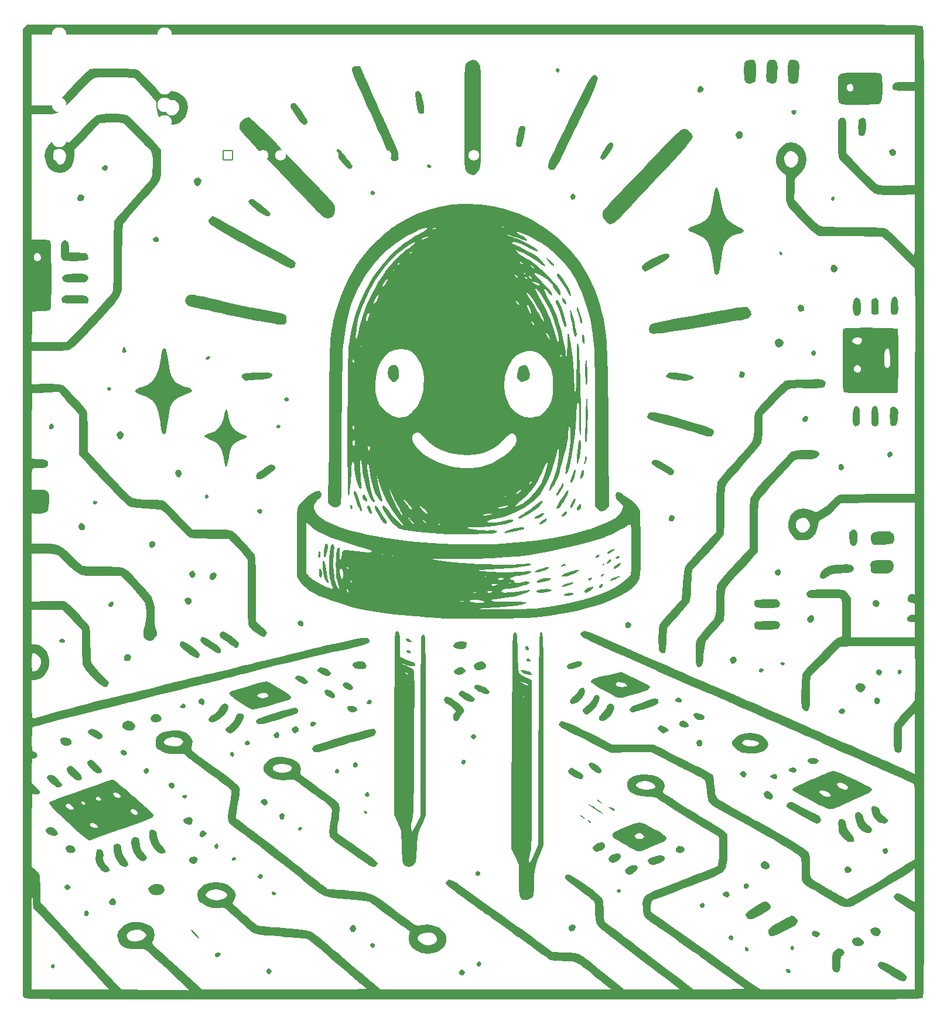
<source format=gbr>
%TF.GenerationSoftware,KiCad,Pcbnew,8.0.8*%
%TF.CreationDate,2025-04-11T18:25:19-04:00*%
%TF.ProjectId,Pixel Dust,50697865-6c20-4447-9573-742e6b696361,rev?*%
%TF.SameCoordinates,Original*%
%TF.FileFunction,Legend,Top*%
%TF.FilePolarity,Positive*%
%FSLAX46Y46*%
G04 Gerber Fmt 4.6, Leading zero omitted, Abs format (unit mm)*
G04 Created by KiCad (PCBNEW 8.0.8) date 2025-04-11 18:25:19*
%MOMM*%
%LPD*%
G01*
G04 APERTURE LIST*
G04 Aperture macros list*
%AMRoundRect*
0 Rectangle with rounded corners*
0 $1 Rounding radius*
0 $2 $3 $4 $5 $6 $7 $8 $9 X,Y pos of 4 corners*
0 Add a 4 corners polygon primitive as box body*
4,1,4,$2,$3,$4,$5,$6,$7,$8,$9,$2,$3,0*
0 Add four circle primitives for the rounded corners*
1,1,$1+$1,$2,$3*
1,1,$1+$1,$4,$5*
1,1,$1+$1,$6,$7*
1,1,$1+$1,$8,$9*
0 Add four rect primitives between the rounded corners*
20,1,$1+$1,$2,$3,$4,$5,0*
20,1,$1+$1,$4,$5,$6,$7,0*
20,1,$1+$1,$6,$7,$8,$9,0*
20,1,$1+$1,$8,$9,$2,$3,0*%
G04 Aperture macros list end*
%ADD10C,0.300000*%
%ADD11C,0.000000*%
%ADD12O,1.304000X1.904000*%
%ADD13C,2.109000*%
%ADD14RoundRect,0.102000X-0.685000X-0.685000X0.685000X-0.685000X0.685000X0.685000X-0.685000X0.685000X0*%
%ADD15C,1.574000*%
%ADD16R,1.000000X1.000000*%
G04 APERTURE END LIST*
D10*
X60178572Y-49249757D02*
X60035715Y-49178328D01*
X60035715Y-49178328D02*
X59821429Y-49178328D01*
X59821429Y-49178328D02*
X59607143Y-49249757D01*
X59607143Y-49249757D02*
X59464286Y-49392614D01*
X59464286Y-49392614D02*
X59392857Y-49535471D01*
X59392857Y-49535471D02*
X59321429Y-49821185D01*
X59321429Y-49821185D02*
X59321429Y-50035471D01*
X59321429Y-50035471D02*
X59392857Y-50321185D01*
X59392857Y-50321185D02*
X59464286Y-50464042D01*
X59464286Y-50464042D02*
X59607143Y-50606900D01*
X59607143Y-50606900D02*
X59821429Y-50678328D01*
X59821429Y-50678328D02*
X59964286Y-50678328D01*
X59964286Y-50678328D02*
X60178572Y-50606900D01*
X60178572Y-50606900D02*
X60250000Y-50535471D01*
X60250000Y-50535471D02*
X60250000Y-50035471D01*
X60250000Y-50035471D02*
X59964286Y-50035471D01*
X61107143Y-49178328D02*
X61107143Y-49535471D01*
X60750000Y-49392614D02*
X61107143Y-49535471D01*
X61107143Y-49535471D02*
X61464286Y-49392614D01*
X60892857Y-49821185D02*
X61107143Y-49535471D01*
X61107143Y-49535471D02*
X61321429Y-49821185D01*
X62250000Y-49178328D02*
X62250000Y-49535471D01*
X61892857Y-49392614D02*
X62250000Y-49535471D01*
X62250000Y-49535471D02*
X62607143Y-49392614D01*
X62035714Y-49821185D02*
X62250000Y-49535471D01*
X62250000Y-49535471D02*
X62464286Y-49821185D01*
X63392857Y-49178328D02*
X63392857Y-49535471D01*
X63035714Y-49392614D02*
X63392857Y-49535471D01*
X63392857Y-49535471D02*
X63750000Y-49392614D01*
X63178571Y-49821185D02*
X63392857Y-49535471D01*
X63392857Y-49535471D02*
X63607143Y-49821185D01*
D11*
%TO.C,G\u002A\u002A\u002A*%
G36*
X9088532Y-32146354D02*
G01*
X9154497Y-32290584D01*
X9047610Y-32490122D01*
X8822175Y-32565932D01*
X8643976Y-32491113D01*
X8538685Y-32241636D01*
X8649129Y-32058191D01*
X8852117Y-32028477D01*
X9088532Y-32146354D01*
G37*
G36*
X23161754Y-47653419D02*
G01*
X23198413Y-47822858D01*
X23102775Y-48056357D01*
X22899086Y-48107357D01*
X22728042Y-47968000D01*
X22710527Y-47724553D01*
X22885294Y-47554388D01*
X23004757Y-47532572D01*
X23161754Y-47653419D01*
G37*
G36*
X36637656Y-95647489D02*
G01*
X36710231Y-95801323D01*
X36627637Y-95950636D01*
X36404243Y-96140869D01*
X36237203Y-96049076D01*
X36183840Y-95932220D01*
X36211267Y-95713114D01*
X36399129Y-95596770D01*
X36637656Y-95647489D01*
G37*
G36*
X43927987Y-49104603D02*
G01*
X44019413Y-49368742D01*
X44006500Y-49565227D01*
X43898095Y-49627748D01*
X43792236Y-49540986D01*
X43650317Y-49291071D01*
X43646120Y-49068068D01*
X43764535Y-48984000D01*
X43927987Y-49104603D01*
G37*
G36*
X45980500Y-93306187D02*
G01*
X46123828Y-93449828D01*
X46112756Y-93541832D01*
X45919406Y-93681943D01*
X45719318Y-93558860D01*
X45703469Y-93533201D01*
X45673127Y-93329780D01*
X45839006Y-93267890D01*
X45980500Y-93306187D01*
G37*
G36*
X69508177Y-71264456D02*
G01*
X69656481Y-71374224D01*
X69768435Y-71585054D01*
X69650052Y-71685686D01*
X69395503Y-71662679D01*
X69183932Y-71528909D01*
X69214211Y-71337614D01*
X69307605Y-71254821D01*
X69508177Y-71264456D01*
G37*
G36*
X78228268Y-94616536D02*
G01*
X78398136Y-94748926D01*
X78518945Y-94938936D01*
X78438005Y-94987079D01*
X78197226Y-94874034D01*
X78168442Y-94854813D01*
X78048263Y-94691253D01*
X78070849Y-94611675D01*
X78228268Y-94616536D01*
G37*
G36*
X80438852Y-57481492D02*
G01*
X80449206Y-57530297D01*
X80351134Y-57735482D01*
X80314815Y-57765143D01*
X80190778Y-57758508D01*
X80180423Y-57709704D01*
X80278496Y-57504518D01*
X80314815Y-57474858D01*
X80438852Y-57481492D01*
G37*
G36*
X82607383Y-56464139D02*
G01*
X82680818Y-56592354D01*
X82580221Y-56692492D01*
X82303361Y-56809433D01*
X82104691Y-56773100D01*
X82061905Y-56672017D01*
X82171561Y-56491808D01*
X82409795Y-56413994D01*
X82607383Y-56464139D01*
G37*
G36*
X106042732Y-12457147D02*
G01*
X106182657Y-12640609D01*
X106168541Y-12765363D01*
X106011992Y-12971086D01*
X105835581Y-12905785D01*
X105761190Y-12764598D01*
X105743060Y-12496559D01*
X105917278Y-12421402D01*
X106042732Y-12457147D01*
G37*
G36*
X106452354Y-71826938D02*
G01*
X106497420Y-72013401D01*
X106360968Y-72271986D01*
X106134394Y-72276947D01*
X106012156Y-72179643D01*
X105859888Y-71936205D01*
X105956480Y-71801784D01*
X106195039Y-71771429D01*
X106452354Y-71826938D01*
G37*
G36*
X850231Y-115418549D02*
G01*
X990734Y-115590679D01*
X955370Y-115825707D01*
X771972Y-115997145D01*
X719479Y-116012775D01*
X480488Y-115939603D01*
X399058Y-115818365D01*
X414880Y-115556167D01*
X607851Y-115402062D01*
X850231Y-115418549D01*
G37*
G36*
X5866320Y-107773117D02*
G01*
X5929101Y-108057143D01*
X5855238Y-108356140D01*
X5626119Y-108466466D01*
X5342633Y-108413747D01*
X5242164Y-108285037D01*
X5212251Y-107925704D01*
X5373253Y-107691351D01*
X5626119Y-107647820D01*
X5866320Y-107773117D01*
G37*
G36*
X20036764Y-90983529D02*
G01*
X20084339Y-91169294D01*
X20082120Y-91182619D01*
X19939335Y-91412074D01*
X19700197Y-91494820D01*
X19529690Y-91419113D01*
X19428837Y-91174133D01*
X19553648Y-90985579D01*
X19781283Y-90930286D01*
X20036764Y-90983529D01*
G37*
G36*
X24572547Y-98067134D02*
G01*
X24654574Y-98328977D01*
X24650227Y-98375962D01*
X24530609Y-98669129D01*
X24323523Y-98708140D01*
X24142868Y-98555120D01*
X24041282Y-98316529D01*
X24132524Y-98123485D01*
X24364155Y-97981873D01*
X24572547Y-98067134D01*
G37*
G36*
X29125825Y-83260001D02*
G01*
X29182122Y-83498017D01*
X29063242Y-83715743D01*
X28889136Y-83790300D01*
X28624219Y-83769261D01*
X28519124Y-83694541D01*
X28485414Y-83415440D01*
X28639187Y-83186885D01*
X28893560Y-83121184D01*
X29125825Y-83260001D01*
G37*
G36*
X32213361Y-116149950D02*
G01*
X32306135Y-116408546D01*
X32201225Y-116694992D01*
X31977361Y-116892603D01*
X31772758Y-116818579D01*
X31679216Y-116711540D01*
X31587070Y-116416915D01*
X31694575Y-116153552D01*
X31952459Y-116040000D01*
X32213361Y-116149950D01*
G37*
G36*
X32877227Y-105007370D02*
G01*
X32988293Y-105203193D01*
X32947718Y-105380639D01*
X32772464Y-105444572D01*
X32512960Y-105398951D01*
X32426632Y-105347810D01*
X32325443Y-105100563D01*
X32439680Y-104918484D01*
X32638045Y-104890191D01*
X32877227Y-105007370D01*
G37*
G36*
X33530181Y-37503847D02*
G01*
X33644729Y-37688507D01*
X33548115Y-37865151D01*
X33289248Y-37952448D01*
X33259992Y-37953143D01*
X33049891Y-37868868D01*
X33032739Y-37711171D01*
X33172629Y-37452374D01*
X33427224Y-37446447D01*
X33530181Y-37503847D01*
G37*
G36*
X46325884Y-90575524D02*
G01*
X46428415Y-90772687D01*
X46448148Y-90938852D01*
X46365108Y-91161071D01*
X46112169Y-91220572D01*
X45845725Y-91149489D01*
X45776191Y-90945815D01*
X45880799Y-90680202D01*
X46114873Y-90538544D01*
X46325884Y-90575524D01*
G37*
G36*
X47043604Y-112371026D02*
G01*
X47220724Y-112574512D01*
X47234123Y-112779651D01*
X47099829Y-113051033D01*
X46878258Y-113067992D01*
X46745490Y-112964786D01*
X46593567Y-112677483D01*
X46658702Y-112438329D01*
X46762716Y-112367815D01*
X47043604Y-112371026D01*
G37*
G36*
X52115664Y-70055906D02*
G01*
X52362919Y-70159498D01*
X52465433Y-70315730D01*
X52393399Y-70440431D01*
X52260582Y-70465143D01*
X52000536Y-70419753D01*
X51913404Y-70368381D01*
X51823493Y-70162483D01*
X51961022Y-70053330D01*
X52115664Y-70055906D01*
G37*
G36*
X55320614Y76059D02*
G01*
X55431679Y-119764D01*
X55391104Y-297211D01*
X55215851Y-361143D01*
X54956346Y-315522D01*
X54870018Y-264381D01*
X54768829Y-17134D01*
X54883066Y164945D01*
X55081431Y193237D01*
X55320614Y76059D01*
G37*
G36*
X60376342Y-85922847D02*
G01*
X60400617Y-86175375D01*
X60278915Y-86440189D01*
X60067837Y-86553031D01*
X59867857Y-86479905D01*
X59807791Y-86375964D01*
X59798074Y-86055621D01*
X60008547Y-85873275D01*
X60173363Y-85850286D01*
X60376342Y-85922847D01*
G37*
G36*
X73946460Y13970582D02*
G01*
X73966459Y13697330D01*
X73953280Y13654899D01*
X73793579Y13445672D01*
X73576869Y13515094D01*
X73475645Y13625885D01*
X73403436Y13836568D01*
X73532081Y14011619D01*
X73773063Y14099571D01*
X73946460Y13970582D01*
G37*
G36*
X77047298Y-93898016D02*
G01*
X77358723Y-94087543D01*
X77549909Y-94253443D01*
X77559198Y-94267540D01*
X77591729Y-94404742D01*
X77457893Y-94375162D01*
X77199149Y-94196102D01*
X77022222Y-94043470D01*
X76619048Y-93674668D01*
X77047298Y-93898016D01*
G37*
G36*
X78646424Y-59612312D02*
G01*
X78600973Y-59752348D01*
X78567725Y-59797143D01*
X78335691Y-60000451D01*
X78136768Y-59935901D01*
X78123407Y-59922042D01*
X78087456Y-59748055D01*
X78253845Y-59613866D01*
X78457720Y-59579429D01*
X78646424Y-59612312D01*
G37*
G36*
X79720637Y-56325372D02*
G01*
X79642857Y-56458858D01*
X79430446Y-56629689D01*
X79216435Y-56671568D01*
X79106496Y-56567175D01*
X79105291Y-56546958D01*
X79218460Y-56391846D01*
X79476435Y-56270544D01*
X79670304Y-56241143D01*
X79720637Y-56325372D01*
G37*
G36*
X80378244Y-59131963D02*
G01*
X80327679Y-59199831D01*
X80121545Y-59391270D01*
X79967237Y-59419393D01*
X79939247Y-59273874D01*
X79945175Y-59252858D01*
X80109995Y-59075224D01*
X80254478Y-59018403D01*
X80425638Y-59007632D01*
X80378244Y-59131963D01*
G37*
G36*
X81453861Y-56997114D02*
G01*
X81357466Y-57199590D01*
X81227901Y-57319784D01*
X80914326Y-57517489D01*
X80779497Y-57501939D01*
X80805214Y-57325683D01*
X80984528Y-57073742D01*
X81128819Y-56962433D01*
X81370666Y-56892888D01*
X81453861Y-56997114D01*
G37*
G36*
X82825914Y-104655567D02*
G01*
X82842967Y-104826048D01*
X82705099Y-105051043D01*
X82475217Y-105133806D01*
X82277888Y-105032923D01*
X82268091Y-105017180D01*
X82242799Y-104770961D01*
X82429927Y-104605030D01*
X82617257Y-104573715D01*
X82825914Y-104655567D01*
G37*
G36*
X101291169Y-103812927D02*
G01*
X101383264Y-104071584D01*
X101278474Y-104357849D01*
X101013304Y-104546184D01*
X100734181Y-104535719D01*
X100552801Y-104337604D01*
X100561668Y-104023477D01*
X100765130Y-103780715D01*
X101031785Y-103702857D01*
X101291169Y-103812927D01*
G37*
G36*
X103388266Y-72749066D02*
G01*
X103430159Y-72932572D01*
X103326690Y-73152622D01*
X103099543Y-73232252D01*
X102873608Y-73141488D01*
X102825397Y-73077715D01*
X102804942Y-72837095D01*
X102992015Y-72672432D01*
X103169307Y-72642286D01*
X103388266Y-72749066D01*
G37*
G36*
X108114007Y7981098D02*
G01*
X108227731Y7783193D01*
X108128977Y7542785D01*
X107872728Y7349771D01*
X107641590Y7403711D01*
X107543479Y7561013D01*
X107470071Y7886751D01*
X107578487Y8031877D01*
X107789952Y8057143D01*
X108114007Y7981098D01*
G37*
G36*
X113475926Y-4452774D02*
G01*
X113671724Y-4617160D01*
X113711111Y-4777893D01*
X113632491Y-5039521D01*
X113456738Y-5126169D01*
X113333135Y-5057119D01*
X113231368Y-4816214D01*
X113271722Y-4571885D01*
X113424527Y-4449706D01*
X113475926Y-4452774D01*
G37*
G36*
X2301607Y-68442226D02*
G01*
X2433167Y-68701409D01*
X2434921Y-68739248D01*
X2328582Y-68919351D01*
X2086645Y-68982882D01*
X1824727Y-68916492D01*
X1715948Y-68822262D01*
X1636402Y-68612304D01*
X1772571Y-68424532D01*
X2042886Y-68331629D01*
X2301607Y-68442226D01*
G37*
G36*
X6836243Y-48429620D02*
G01*
X7072658Y-48548249D01*
X7138624Y-48693715D01*
X7024226Y-48881480D01*
X6836243Y-48957809D01*
X6600374Y-48930960D01*
X6533934Y-48706705D01*
X6533863Y-48693715D01*
X6595247Y-48460946D01*
X6823581Y-48427751D01*
X6836243Y-48429620D01*
G37*
G36*
X23409125Y-27540215D02*
G01*
X23448983Y-27714746D01*
X23444181Y-27745071D01*
X23287966Y-27972716D01*
X23084290Y-28058930D01*
X22853309Y-28046071D01*
X22813451Y-27871540D01*
X22818253Y-27841216D01*
X22974468Y-27613570D01*
X23178144Y-27527356D01*
X23409125Y-27540215D01*
G37*
G36*
X26854515Y-84828032D02*
G01*
X26960994Y-85100657D01*
X26961376Y-85120017D01*
X26863150Y-85346367D01*
X26645063Y-85418983D01*
X26422000Y-85325515D01*
X26334551Y-85187387D01*
X26338454Y-84906816D01*
X26396931Y-84805257D01*
X26631405Y-84709999D01*
X26854515Y-84828032D01*
G37*
G36*
X27152517Y-100012292D02*
G01*
X27212532Y-100197619D01*
X27091858Y-100388944D01*
X26859209Y-100483524D01*
X26623247Y-100455518D01*
X26558202Y-100230858D01*
X26558201Y-100229524D01*
X26629987Y-99997814D01*
X26886757Y-99929257D01*
X26904034Y-99929143D01*
X27152517Y-100012292D01*
G37*
G36*
X30962366Y-102499055D02*
G01*
X31053325Y-102732451D01*
X30955741Y-102959457D01*
X30766331Y-103105823D01*
X30564853Y-103051272D01*
X30469570Y-102989569D01*
X30347644Y-102780434D01*
X30416246Y-102547277D01*
X30629738Y-102404681D01*
X30705742Y-102396572D01*
X30962366Y-102499055D01*
G37*
G36*
X34090457Y-93693814D02*
G01*
X34196679Y-93961872D01*
X34154988Y-94317124D01*
X33970036Y-94509431D01*
X33717590Y-94493406D01*
X33551919Y-94348116D01*
X33421969Y-94021568D01*
X33506746Y-93747912D01*
X33773634Y-93617226D01*
X33817185Y-93615429D01*
X34090457Y-93693814D01*
G37*
G36*
X34710335Y-33549475D02*
G01*
X34833798Y-33756752D01*
X34791622Y-33947525D01*
X34601335Y-34024166D01*
X34487302Y-34034286D01*
X34246646Y-33988066D01*
X34182981Y-33947525D01*
X34143519Y-33745411D01*
X34273825Y-33540906D01*
X34487302Y-33453715D01*
X34710335Y-33549475D01*
G37*
G36*
X38675182Y-80431075D02*
G01*
X38737617Y-80662700D01*
X38648553Y-80849215D01*
X38386036Y-81031135D01*
X38097500Y-81029804D01*
X37898394Y-80848420D01*
X37890485Y-80828209D01*
X37915904Y-80569877D01*
X38144586Y-80387276D01*
X38410323Y-80337080D01*
X38675182Y-80431075D01*
G37*
G36*
X39252206Y-55706794D02*
G01*
X39361767Y-55875846D01*
X39388482Y-56180787D01*
X39337191Y-56483104D01*
X39219525Y-56642114D01*
X39103389Y-56593032D01*
X39073471Y-56306786D01*
X39079138Y-56180337D01*
X39133947Y-55853001D01*
X39228232Y-55705733D01*
X39252206Y-55706794D01*
G37*
G36*
X42027884Y-87247756D02*
G01*
X42102636Y-87504094D01*
X42066481Y-87651474D01*
X41883964Y-87857853D01*
X41638703Y-87844652D01*
X41565256Y-87785524D01*
X41465606Y-87530486D01*
X41532557Y-87276188D01*
X41729609Y-87156674D01*
X41736513Y-87156572D01*
X42027884Y-87247756D01*
G37*
G36*
X44692369Y-86277944D02*
G01*
X44811858Y-86524577D01*
X44808958Y-86630760D01*
X44675513Y-86881702D01*
X44431680Y-86993354D01*
X44188388Y-86941171D01*
X44077318Y-86792640D01*
X44092394Y-86504080D01*
X44188451Y-86341698D01*
X44452234Y-86201923D01*
X44692369Y-86277944D01*
G37*
G36*
X46690495Y-77208725D02*
G01*
X46731077Y-77244078D01*
X46833984Y-77504246D01*
X46722604Y-77739112D01*
X46445628Y-77863360D01*
X46375316Y-77867429D01*
X46115146Y-77812499D01*
X46068717Y-77628986D01*
X46211715Y-77340319D01*
X46452322Y-77180853D01*
X46690495Y-77208725D01*
G37*
G36*
X47063416Y-3628986D02*
G01*
X47090207Y-3645938D01*
X47295859Y-3888245D01*
X47271459Y-4118241D01*
X47026806Y-4252598D01*
X47018711Y-4253895D01*
X46731030Y-4197383D01*
X46631290Y-4062710D01*
X46627387Y-3763334D01*
X46799654Y-3593127D01*
X47063416Y-3628986D01*
G37*
G36*
X52095800Y-68384299D02*
G01*
X52300090Y-68496550D01*
X52535768Y-68684205D01*
X52630159Y-68799346D01*
X52523674Y-68873333D01*
X52279426Y-68861496D01*
X52010227Y-68783036D01*
X51833739Y-68663779D01*
X51749146Y-68450134D01*
X51857354Y-68349496D01*
X52095800Y-68384299D01*
G37*
G36*
X62437825Y-102024901D02*
G01*
X62505113Y-102248721D01*
X62477646Y-102404976D01*
X62319268Y-102624716D01*
X62071519Y-102678315D01*
X61858764Y-102552325D01*
X61819852Y-102476094D01*
X61815999Y-102160359D01*
X62026012Y-101979148D01*
X62157491Y-101961143D01*
X62437825Y-102024901D01*
G37*
G36*
X69412790Y-69565438D02*
G01*
X69515491Y-69812365D01*
X69474116Y-70036982D01*
X69467104Y-70044946D01*
X69279267Y-70075941D01*
X69132301Y-70016837D01*
X68985638Y-69811263D01*
X69014401Y-69578204D01*
X69196230Y-69450969D01*
X69227513Y-69449143D01*
X69412790Y-69565438D01*
G37*
G36*
X76081482Y-4134857D02*
G01*
X76267729Y-4416263D01*
X76185810Y-4681693D01*
X76031532Y-4815256D01*
X75779066Y-4909963D01*
X75628358Y-4821141D01*
X75484594Y-4513369D01*
X75606485Y-4207716D01*
X75678307Y-4134857D01*
X75893406Y-4027339D01*
X76081482Y-4134857D01*
G37*
G36*
X79664694Y-91742842D02*
G01*
X79930350Y-91941457D01*
X80119252Y-92147461D01*
X80111181Y-92222038D01*
X79949158Y-92164467D01*
X79676205Y-91974023D01*
X79642857Y-91946286D01*
X79457198Y-91754927D01*
X79446049Y-91661050D01*
X79459979Y-91659228D01*
X79664694Y-91742842D01*
G37*
G36*
X80255355Y-60509163D02*
G01*
X80186967Y-60727263D01*
X80180423Y-60740572D01*
X80007970Y-60942926D01*
X79801232Y-61035065D01*
X79659305Y-60984880D01*
X79642857Y-60914743D01*
X79749793Y-60687239D01*
X79983572Y-60496893D01*
X80144834Y-60450286D01*
X80255355Y-60509163D01*
G37*
G36*
X84198889Y-66066842D02*
G01*
X84318708Y-66312931D01*
X84212787Y-66618040D01*
X84210749Y-66620706D01*
X83950208Y-66806514D01*
X83672896Y-66804838D01*
X83491612Y-66618857D01*
X83471594Y-66255763D01*
X83666289Y-66018075D01*
X83894787Y-65965715D01*
X84198889Y-66066842D01*
G37*
G36*
X91509201Y-77049604D02*
G01*
X91579453Y-77250572D01*
X91569216Y-77479839D01*
X91406813Y-77567133D01*
X91205658Y-77577143D01*
X90853316Y-77502368D01*
X90706358Y-77344780D01*
X90727708Y-77086528D01*
X90946498Y-76916211D01*
X91267725Y-76886883D01*
X91509201Y-77049604D01*
G37*
G36*
X98260967Y-104953922D02*
G01*
X98508865Y-105187848D01*
X98561812Y-105477920D01*
X98415956Y-105696004D01*
X98141273Y-105771950D01*
X97967456Y-105730616D01*
X97641217Y-105513539D01*
X97571020Y-105250454D01*
X97661591Y-105068353D01*
X97937463Y-104903084D01*
X98260967Y-104953922D01*
G37*
G36*
X101059652Y-112961767D02*
G01*
X101236411Y-113212098D01*
X101279894Y-113383886D01*
X101179250Y-113543409D01*
X100968134Y-113559741D01*
X100831923Y-113475810D01*
X100754601Y-113272994D01*
X100752949Y-113016099D01*
X100822706Y-112854744D01*
X100849841Y-112846858D01*
X101059652Y-112961767D01*
G37*
G36*
X105322968Y-87993683D02*
G01*
X105427602Y-88255957D01*
X105421860Y-88351869D01*
X105289212Y-88645735D01*
X105029052Y-88708816D01*
X104687049Y-88532322D01*
X104649370Y-88500515D01*
X104346556Y-88235695D01*
X104685640Y-88039704D01*
X105057864Y-87914058D01*
X105322968Y-87993683D01*
G37*
G36*
X107240688Y-116181395D02*
G01*
X107386913Y-116416252D01*
X107394709Y-116489260D01*
X107296498Y-116685159D01*
X107073281Y-116724301D01*
X106832183Y-116596267D01*
X106790004Y-116548074D01*
X106684051Y-116315752D01*
X106772464Y-116145968D01*
X106997247Y-116069991D01*
X107240688Y-116181395D01*
G37*
G36*
X107693192Y-112761662D02*
G01*
X107748533Y-112808073D01*
X107833797Y-113046766D01*
X107774732Y-113301165D01*
X107606777Y-113427091D01*
X107596296Y-113427429D01*
X107430351Y-113310938D01*
X107372646Y-113199959D01*
X107366972Y-112931662D01*
X107500626Y-112757616D01*
X107693192Y-112761662D01*
G37*
G36*
X110917296Y-26792808D02*
G01*
X111011526Y-27058936D01*
X110993732Y-27217908D01*
X110843393Y-27464523D01*
X110610449Y-27457309D01*
X110412921Y-27277859D01*
X110313637Y-27062185D01*
X110429035Y-26849406D01*
X110456916Y-26818613D01*
X110705455Y-26692638D01*
X110917296Y-26792808D01*
G37*
G36*
X120497256Y-72931799D02*
G01*
X120565079Y-73222857D01*
X120464060Y-73515528D01*
X120229475Y-73654702D01*
X119964037Y-73622717D01*
X119770457Y-73401911D01*
X119756916Y-73361828D01*
X119747437Y-73011105D01*
X119950253Y-72823955D01*
X120247198Y-72811426D01*
X120497256Y-72931799D01*
G37*
G36*
X122082821Y-41567561D02*
G01*
X122088215Y-41820298D01*
X121938084Y-42040884D01*
X121670986Y-42148942D01*
X121424039Y-42094431D01*
X121399496Y-42071647D01*
X121300850Y-41795313D01*
X121394732Y-41506572D01*
X121586544Y-41359363D01*
X121908157Y-41355128D01*
X122082821Y-41567561D01*
G37*
G36*
X123339320Y-72908503D02*
G01*
X123434193Y-73136663D01*
X123429289Y-73184466D01*
X123290589Y-73415992D01*
X123062847Y-73483355D01*
X122864799Y-73364324D01*
X122831484Y-73296400D01*
X122829935Y-73012783D01*
X122890053Y-72903543D01*
X123118785Y-72810398D01*
X123339320Y-72908503D01*
G37*
G36*
X682061Y-37348908D02*
G01*
X814300Y-37618694D01*
X810163Y-37862175D01*
X628785Y-38051193D01*
X362483Y-38090418D01*
X153927Y-37959482D01*
X151981Y-37956143D01*
X146506Y-37734442D01*
X252840Y-37452402D01*
X407886Y-37252578D01*
X474516Y-37227429D01*
X682061Y-37348908D01*
G37*
G36*
X5191513Y-51818367D02*
G01*
X5343331Y-52102979D01*
X5342446Y-52420086D01*
X5317660Y-52480907D01*
X5075499Y-52716020D01*
X4763365Y-52724837D01*
X4523348Y-52546973D01*
X4403925Y-52198947D01*
X4518066Y-51852816D01*
X4694399Y-51684700D01*
X4953149Y-51650769D01*
X5191513Y-51818367D01*
G37*
G36*
X9326573Y-62991578D02*
G01*
X9391161Y-63042682D01*
X9484870Y-63311423D01*
X9389872Y-63592325D01*
X9152541Y-63756817D01*
X9132208Y-63760586D01*
X8867877Y-63739359D01*
X8763568Y-63664827D01*
X8732759Y-63399708D01*
X8868762Y-63147144D01*
X9092919Y-62985109D01*
X9326573Y-62991578D01*
G37*
G36*
X11134630Y-26316266D02*
G01*
X11272950Y-26580436D01*
X11323613Y-26846714D01*
X11303045Y-26925286D01*
X11098542Y-27057739D01*
X10852093Y-27010313D01*
X10766453Y-26920987D01*
X10733912Y-26682590D01*
X10800574Y-26398282D01*
X10925376Y-26212002D01*
X10973111Y-26196572D01*
X11134630Y-26316266D01*
G37*
G36*
X11180718Y-84488552D02*
G01*
X11387459Y-84700328D01*
X11459617Y-84948224D01*
X11352235Y-85140808D01*
X10978575Y-85261570D01*
X10643756Y-85135458D01*
X10567029Y-85053849D01*
X10458507Y-84749203D01*
X10576977Y-84503468D01*
X10881521Y-84398951D01*
X10892641Y-84398857D01*
X11180718Y-84488552D01*
G37*
G36*
X15877505Y-10371615D02*
G01*
X16031097Y-10605071D01*
X16024970Y-10872519D01*
X15845696Y-11037528D01*
X15580627Y-11069179D01*
X15317114Y-10936549D01*
X15263715Y-10876716D01*
X15163960Y-10659964D01*
X15280796Y-10447017D01*
X15304034Y-10421440D01*
X15593834Y-10272819D01*
X15877505Y-10371615D01*
G37*
G36*
X17922781Y-89215137D02*
G01*
X18199969Y-89307309D01*
X18290588Y-89541984D01*
X18293122Y-89624000D01*
X18192618Y-89921588D01*
X17954976Y-90044709D01*
X17675995Y-89963726D01*
X17560771Y-89850567D01*
X17440377Y-89540240D01*
X17547737Y-89302585D01*
X17841822Y-89209621D01*
X17922781Y-89215137D01*
G37*
G36*
X19147437Y-44086535D02*
G01*
X19275200Y-44360056D01*
X19262893Y-44678024D01*
X19139788Y-44890972D01*
X18925775Y-45048832D01*
X18718026Y-44977726D01*
X18564792Y-44829812D01*
X18395388Y-44489595D01*
X18483389Y-44161163D01*
X18651433Y-44000545D01*
X18924537Y-43939389D01*
X19147437Y-44086535D01*
G37*
G36*
X19805337Y-77837612D02*
G01*
X19938706Y-78075692D01*
X19929621Y-78215638D01*
X19746154Y-78388884D01*
X19448982Y-78443836D01*
X19173970Y-78369981D01*
X19086871Y-78280839D01*
X19113209Y-78096510D01*
X19279615Y-77878380D01*
X19492473Y-77736078D01*
X19561930Y-77724509D01*
X19805337Y-77837612D01*
G37*
G36*
X20568534Y-62517891D02*
G01*
X20748763Y-62781665D01*
X20728037Y-63109907D01*
X20697077Y-63171715D01*
X20436756Y-63432314D01*
X20138600Y-63408627D01*
X19903204Y-63204878D01*
X19749544Y-62867685D01*
X19830554Y-62580674D01*
X20113300Y-62421186D01*
X20241799Y-62409715D01*
X20568534Y-62517891D01*
G37*
G36*
X21147934Y-58692195D02*
G01*
X21293137Y-58968855D01*
X21295092Y-58982443D01*
X21241752Y-59337228D01*
X21030252Y-59539538D01*
X20747053Y-59546516D01*
X20515934Y-59368680D01*
X20421333Y-59066311D01*
X20443819Y-58852241D01*
X20621157Y-58618269D01*
X20889902Y-58570127D01*
X21147934Y-58692195D01*
G37*
G36*
X30803501Y-49677248D02*
G01*
X30955826Y-49880587D01*
X30919524Y-50156318D01*
X30918431Y-50158241D01*
X30716338Y-50281962D01*
X30443255Y-50254215D01*
X30245340Y-50094607D01*
X30233148Y-50066312D01*
X30187575Y-49864136D01*
X30286259Y-49748004D01*
X30540434Y-49650849D01*
X30803501Y-49677248D01*
G37*
G36*
X31408835Y-91550243D02*
G01*
X31652376Y-91693645D01*
X31773370Y-91936145D01*
X31710078Y-92212452D01*
X31451174Y-92464326D01*
X31151691Y-92434837D01*
X30932710Y-92244668D01*
X30773161Y-91993411D01*
X30813291Y-91792991D01*
X30856638Y-91731294D01*
X31118379Y-91548579D01*
X31408835Y-91550243D01*
G37*
G36*
X33327417Y-81955977D02*
G01*
X33362725Y-82005674D01*
X33465996Y-82327684D01*
X33381571Y-82602328D01*
X33174340Y-82761793D01*
X32909194Y-82738269D01*
X32767090Y-82628115D01*
X32614768Y-82324586D01*
X32726591Y-82048422D01*
X32897562Y-81918159D01*
X33149033Y-81828170D01*
X33327417Y-81955977D01*
G37*
G36*
X36732230Y-65783807D02*
G01*
X36875159Y-66098994D01*
X36881678Y-66148384D01*
X36875627Y-66437965D01*
X36726614Y-66538836D01*
X36595753Y-66546286D01*
X36277452Y-66468432D01*
X36111817Y-66343949D01*
X36036043Y-66131619D01*
X36178869Y-65901271D01*
X36479852Y-65710769D01*
X36732230Y-65783807D01*
G37*
G36*
X44467523Y-109912142D02*
G01*
X44566496Y-110290033D01*
X44566667Y-110309101D01*
X44462126Y-110636162D01*
X44212012Y-110793810D01*
X43911589Y-110741521D01*
X43787196Y-110640686D01*
X43634452Y-110307045D01*
X43715226Y-109971668D01*
X43903300Y-109793892D01*
X44226712Y-109731427D01*
X44467523Y-109912142D01*
G37*
G36*
X45822055Y-47649825D02*
G01*
X45998546Y-47918345D01*
X46115717Y-48213274D01*
X46115822Y-48397046D01*
X45933064Y-48540054D01*
X45708409Y-48398766D01*
X45592362Y-48241623D01*
X45471430Y-47928429D01*
X45490393Y-47657076D01*
X45640220Y-47533028D01*
X45653079Y-47532572D01*
X45822055Y-47649825D01*
G37*
G36*
X61758318Y-82211669D02*
G01*
X61879349Y-82455313D01*
X61876682Y-82565277D01*
X61740790Y-82844357D01*
X61495903Y-82908860D01*
X61235467Y-82735162D01*
X61230403Y-82728655D01*
X61123177Y-82506093D01*
X61238176Y-82297327D01*
X61252499Y-82281668D01*
X61517361Y-82139245D01*
X61758318Y-82211669D01*
G37*
G36*
X62471174Y-115097964D02*
G01*
X62566491Y-115160304D01*
X62689349Y-115305948D01*
X62595890Y-115504820D01*
X62583633Y-115520938D01*
X62318583Y-115724921D01*
X62071459Y-115693943D01*
X61946569Y-115517352D01*
X61967870Y-115254211D01*
X62051581Y-115156717D01*
X62275783Y-115039829D01*
X62471174Y-115097964D01*
G37*
G36*
X74802217Y-57660290D02*
G01*
X74804762Y-57692572D01*
X74710559Y-57833584D01*
X74681362Y-57837715D01*
X74460831Y-57884692D01*
X74311785Y-57937461D01*
X74146105Y-57985370D01*
X74187470Y-57877855D01*
X74250054Y-57792318D01*
X74471252Y-57602239D01*
X74687383Y-57552461D01*
X74802217Y-57660290D01*
G37*
G36*
X75056426Y-50042367D02*
G01*
X75012013Y-50199621D01*
X74842090Y-50433770D01*
X74604362Y-50649750D01*
X74386277Y-50726618D01*
X74270721Y-50639967D01*
X74267196Y-50603067D01*
X74368192Y-50400644D01*
X74596403Y-50170452D01*
X74839659Y-50016729D01*
X74916138Y-50000000D01*
X75056426Y-50042367D01*
G37*
G36*
X76166543Y-109744372D02*
G01*
X76313989Y-109982460D01*
X76226567Y-110317155D01*
X76204426Y-110353035D01*
X75932193Y-110601410D01*
X75620278Y-110662854D01*
X75362021Y-110535422D01*
X75273086Y-110372464D01*
X75281562Y-110004446D01*
X75499099Y-109739497D01*
X75812699Y-109653715D01*
X76166543Y-109744372D01*
G37*
G36*
X77081304Y-48955344D02*
G01*
X77082241Y-49221638D01*
X77018496Y-49512990D01*
X76928148Y-49680686D01*
X76687668Y-49836366D01*
X76486031Y-49814386D01*
X76417460Y-49659351D01*
X76496194Y-49429749D01*
X76678174Y-49141708D01*
X76882065Y-48908926D01*
X77004388Y-48838858D01*
X77081304Y-48955344D01*
G37*
G36*
X77873985Y-42132316D02*
G01*
X77886521Y-42407483D01*
X77807536Y-42737114D01*
X77684205Y-42969116D01*
X77533735Y-43154072D01*
X77508827Y-43094105D01*
X77547979Y-42888000D01*
X77608215Y-42502542D01*
X77625149Y-42271143D01*
X77690144Y-42055688D01*
X77761376Y-42017143D01*
X77873985Y-42132316D01*
G37*
G36*
X81304899Y-92721949D02*
G01*
X81603892Y-92827318D01*
X81848550Y-92979827D01*
X81927513Y-93103837D01*
X81879120Y-93228347D01*
X81703514Y-93204191D01*
X81355051Y-93023916D01*
X81322751Y-93005109D01*
X81095085Y-92837609D01*
X81049734Y-92726430D01*
X81067209Y-92715868D01*
X81304899Y-92721949D01*
G37*
G36*
X94432870Y-83035752D02*
G01*
X94612090Y-83277534D01*
X94585076Y-83619236D01*
X94564915Y-83663865D01*
X94347592Y-83893086D01*
X94073407Y-83955666D01*
X93850804Y-83838706D01*
X93805580Y-83754193D01*
X93765202Y-83366081D01*
X93907313Y-83074151D01*
X94103080Y-82976710D01*
X94432870Y-83035752D01*
G37*
G36*
X98865243Y-111257031D02*
G01*
X98922395Y-111300449D01*
X99098510Y-111562619D01*
X99088488Y-111737297D01*
X98953821Y-111945285D01*
X98743714Y-111922843D01*
X98516956Y-111767157D01*
X98340919Y-111587764D01*
X98381140Y-111427843D01*
X98463786Y-111330309D01*
X98660698Y-111181185D01*
X98865243Y-111257031D01*
G37*
G36*
X99262801Y-70961966D02*
G01*
X99488731Y-71127892D01*
X99566359Y-71430972D01*
X99457464Y-71721427D01*
X99231369Y-71930677D01*
X98957400Y-71990143D01*
X98737788Y-71870754D01*
X98618454Y-71605790D01*
X98592064Y-71395278D01*
X98701810Y-71116140D01*
X98960609Y-70961201D01*
X99262801Y-70961966D01*
G37*
G36*
X100297862Y4892582D02*
G01*
X100427041Y4601066D01*
X100376186Y4221841D01*
X100341870Y4143768D01*
X100091630Y3892164D01*
X99771484Y3879522D01*
X99559683Y4022171D01*
X99402130Y4352243D01*
X99462505Y4682432D01*
X99701507Y4928656D01*
X100020997Y5009142D01*
X100297862Y4892582D01*
G37*
G36*
X100750975Y-87570454D02*
G01*
X100943553Y-87752804D01*
X100990545Y-88018712D01*
X100849841Y-88288686D01*
X100661323Y-88439098D01*
X100470577Y-88407208D01*
X100209007Y-88205470D01*
X100008952Y-88009908D01*
X100011794Y-87869768D01*
X100182939Y-87685901D01*
X100476280Y-87529030D01*
X100750975Y-87570454D01*
G37*
G36*
X104109639Y-100777393D02*
G01*
X104304169Y-101076303D01*
X104283298Y-101374575D01*
X104093993Y-101608527D01*
X103783222Y-101714475D01*
X103460778Y-101657194D01*
X103141105Y-101417808D01*
X103069836Y-101073210D01*
X103155756Y-100811342D01*
X103404661Y-100554503D01*
X103746757Y-100553910D01*
X104109639Y-100777393D01*
G37*
G36*
X108009968Y-87082705D02*
G01*
X108212406Y-87275265D01*
X108238747Y-87436448D01*
X108087798Y-87622243D01*
X107787837Y-87700986D01*
X107445252Y-87656083D01*
X107293915Y-87583823D01*
X107081836Y-87363801D01*
X107136446Y-87160911D01*
X107361111Y-87026404D01*
X107695183Y-86985259D01*
X108009968Y-87082705D01*
G37*
G36*
X109048968Y-20167161D02*
G01*
X109182117Y-20274743D01*
X109329444Y-20575368D01*
X109292674Y-20872725D01*
X109130808Y-21028472D01*
X108735533Y-21108641D01*
X108475009Y-20952486D01*
X108418769Y-20858824D01*
X108361920Y-20516689D01*
X108498161Y-20248988D01*
X108752257Y-20113289D01*
X109048968Y-20167161D01*
G37*
G36*
X109731963Y-36201685D02*
G01*
X109865234Y-36431672D01*
X109838835Y-36736463D01*
X109682465Y-36984860D01*
X109539443Y-37052123D01*
X109272400Y-37042413D01*
X109169867Y-36991647D01*
X109067973Y-36721166D01*
X109149301Y-36432003D01*
X109350898Y-36212631D01*
X109609809Y-36151526D01*
X109731963Y-36201685D01*
G37*
G36*
X110650422Y-65060686D02*
G01*
X110774285Y-65331528D01*
X110715139Y-65669137D01*
X110611390Y-65830973D01*
X110311880Y-66079038D01*
X110040783Y-66050215D01*
X109907831Y-65936686D01*
X109750278Y-65606614D01*
X109810653Y-65276425D01*
X110049655Y-65030202D01*
X110369145Y-64949715D01*
X110650422Y-65060686D01*
G37*
G36*
X115072661Y-78554368D02*
G01*
X115201729Y-78806609D01*
X115119266Y-79104431D01*
X115108085Y-79119540D01*
X114835962Y-79305487D01*
X114505106Y-79212989D01*
X114469481Y-79189613D01*
X114341598Y-78970260D01*
X114397066Y-78704386D01*
X114591018Y-78498823D01*
X114780921Y-78448000D01*
X115072661Y-78554368D01*
G37*
G36*
X115940127Y-101395904D02*
G01*
X116142670Y-101615600D01*
X116141841Y-101901061D01*
X116072312Y-102021548D01*
X115771252Y-102227844D01*
X115440251Y-102191395D01*
X115261972Y-102040687D01*
X115126190Y-101704671D01*
X115225809Y-101435704D01*
X115527825Y-101309877D01*
X115579786Y-101308000D01*
X115940127Y-101395904D01*
G37*
G36*
X120217763Y-77054441D02*
G01*
X120221971Y-77059865D01*
X120313075Y-77319088D01*
X120233698Y-77567865D01*
X119998974Y-77826888D01*
X119732515Y-77843597D01*
X119521237Y-77627020D01*
X119474318Y-77488993D01*
X119488321Y-77125431D01*
X119670675Y-76900950D01*
X119940712Y-76861853D01*
X120217763Y-77054441D01*
G37*
G36*
X2966840Y-103921232D02*
G01*
X3150897Y-104054738D01*
X3298771Y-104256601D01*
X3236289Y-104406003D01*
X3114790Y-104510014D01*
X2864687Y-104683403D01*
X2685415Y-104686168D01*
X2516131Y-104586141D01*
X2399967Y-104371141D01*
X2471538Y-104105033D01*
X2698250Y-103902967D01*
X2711077Y-103897432D01*
X2966840Y-103921232D01*
G37*
G36*
X5046364Y-4246481D02*
G01*
X5220620Y-4521731D01*
X5184167Y-4871179D01*
X5173823Y-4893109D01*
X4961814Y-5082061D01*
X4655500Y-5148476D01*
X4385291Y-5076569D01*
X4311682Y-4997465D01*
X4274088Y-4749406D01*
X4306311Y-4489465D01*
X4461370Y-4203682D01*
X4715459Y-4134857D01*
X5046364Y-4246481D01*
G37*
G36*
X9686821Y-106057430D02*
G01*
X9821595Y-106389421D01*
X9826455Y-106476390D01*
X9756077Y-106754469D01*
X9500198Y-106859899D01*
X9490476Y-106861028D01*
X9159011Y-106842116D01*
X8973285Y-106771065D01*
X8840547Y-106534332D01*
X8897913Y-106228853D01*
X9120900Y-105968871D01*
X9426552Y-105898038D01*
X9686821Y-106057430D01*
G37*
G36*
X10666402Y-38477442D02*
G01*
X10894904Y-38761893D01*
X10930188Y-39098984D01*
X10793446Y-39392090D01*
X10505873Y-39544590D01*
X10431217Y-39549715D01*
X10147167Y-39445034D01*
X10033400Y-39338973D01*
X9915921Y-39015208D01*
X9989051Y-38699290D01*
X10195566Y-38469105D01*
X10478236Y-38402542D01*
X10666402Y-38477442D01*
G37*
G36*
X11666400Y-70657216D02*
G01*
X11850559Y-70762806D01*
X12028958Y-71060889D01*
X11979390Y-71355276D01*
X11731315Y-71558783D01*
X11568715Y-71596879D01*
X11250046Y-71596638D01*
X11064747Y-71536403D01*
X10988657Y-71322406D01*
X10968783Y-71096861D01*
X11079951Y-70810827D01*
X11346146Y-70651529D01*
X11666400Y-70657216D01*
G37*
G36*
X14385346Y-87059598D02*
G01*
X14562578Y-87258222D01*
X14577821Y-87543284D01*
X14431191Y-87769672D01*
X14384776Y-87794186D01*
X14167142Y-87869986D01*
X14038130Y-87805653D01*
X13919799Y-87657287D01*
X13820045Y-87440536D01*
X13936881Y-87227588D01*
X13960118Y-87202011D01*
X14215062Y-87053278D01*
X14385346Y-87059598D01*
G37*
G36*
X15326964Y-54322086D02*
G01*
X15503246Y-54502174D01*
X15513754Y-54542687D01*
X15473932Y-54856121D01*
X15287445Y-55098090D01*
X15032884Y-55225591D01*
X14788837Y-55195619D01*
X14648967Y-55015907D01*
X14608184Y-54693680D01*
X14621427Y-54544193D01*
X14769938Y-54343291D01*
X15043823Y-54269190D01*
X15326964Y-54322086D01*
G37*
G36*
X21462031Y-99938575D02*
G01*
X21640172Y-100161375D01*
X21628557Y-100464078D01*
X21500930Y-100675848D01*
X21270609Y-100885476D01*
X21018949Y-100913991D01*
X20678572Y-100795477D01*
X20424872Y-100572446D01*
X20390142Y-100281542D01*
X20568976Y-100014718D01*
X20729920Y-99921855D01*
X21142494Y-99842971D01*
X21462031Y-99938575D01*
G37*
G36*
X22027468Y-1856054D02*
G01*
X22165239Y-2132082D01*
X22134752Y-2467514D01*
X21899150Y-2787642D01*
X21893445Y-2792286D01*
X21626469Y-2954943D01*
X21413628Y-2893621D01*
X21259335Y-2745633D01*
X21065095Y-2383343D01*
X21116293Y-2036442D01*
X21394564Y-1781027D01*
X21758291Y-1714134D01*
X22027468Y-1856054D01*
G37*
G36*
X22429407Y-77069295D02*
G01*
X22599339Y-77308937D01*
X22612945Y-77667284D01*
X22582320Y-77774410D01*
X22492523Y-77954499D01*
X22347444Y-77984082D01*
X22056271Y-77877516D01*
X22022487Y-77862906D01*
X21763087Y-77645978D01*
X21756373Y-77359617D01*
X21881376Y-77170743D01*
X22168351Y-77004512D01*
X22429407Y-77069295D01*
G37*
G36*
X22791955Y-96269887D02*
G01*
X22928229Y-96548892D01*
X22929630Y-96580436D01*
X22815432Y-96828502D01*
X22545088Y-96992912D01*
X22226975Y-97041496D01*
X21969469Y-96942084D01*
X21920950Y-96879844D01*
X21888850Y-96591633D01*
X22010815Y-96276252D01*
X22205328Y-96096786D01*
X22513041Y-96093847D01*
X22791955Y-96269887D01*
G37*
G36*
X24229182Y-58874180D02*
G01*
X24376486Y-59153920D01*
X24331651Y-59471906D01*
X24148254Y-59748732D01*
X23879874Y-59904991D01*
X23580089Y-59861276D01*
X23567990Y-59854114D01*
X23357903Y-59590105D01*
X23344757Y-59254136D01*
X23515798Y-58955844D01*
X23685130Y-58847002D01*
X24036285Y-58779928D01*
X24229182Y-58874180D01*
G37*
G36*
X24840295Y-113765722D02*
G01*
X24942915Y-113938158D01*
X24945503Y-113992472D01*
X24837855Y-114261101D01*
X24591698Y-114420521D01*
X24322209Y-114413814D01*
X24228748Y-114346667D01*
X24151781Y-114133232D01*
X24139154Y-113983810D01*
X24214310Y-113785852D01*
X24478568Y-113718848D01*
X24542328Y-113717715D01*
X24840295Y-113765722D01*
G37*
G36*
X46453507Y-49246310D02*
G01*
X46626275Y-49524126D01*
X46778135Y-49852062D01*
X46850678Y-50119589D01*
X46851323Y-50137935D01*
X46780442Y-50290732D01*
X46608318Y-50243465D01*
X46395729Y-50027692D01*
X46279581Y-49841090D01*
X46127451Y-49440838D01*
X46160692Y-49193842D01*
X46318237Y-49129143D01*
X46453507Y-49246310D01*
G37*
G36*
X60040743Y-116286786D02*
G01*
X60156085Y-116402858D01*
X60255639Y-116635165D01*
X60156085Y-116838286D01*
X59935967Y-117022251D01*
X59820106Y-117056000D01*
X59599469Y-116954357D01*
X59484127Y-116838286D01*
X59384573Y-116605979D01*
X59484127Y-116402858D01*
X59704244Y-116218892D01*
X59820106Y-116185143D01*
X60040743Y-116286786D01*
G37*
G36*
X72164941Y-13359846D02*
G01*
X72417467Y-13534704D01*
X72709466Y-13789182D01*
X72967086Y-14058925D01*
X73116381Y-14279346D01*
X73168142Y-14507177D01*
X73059491Y-14520428D01*
X72804724Y-14325116D01*
X72504295Y-14021647D01*
X72219169Y-13686625D01*
X72048629Y-13432150D01*
X72025741Y-13328963D01*
X72164941Y-13359846D01*
G37*
G36*
X74467642Y-19134606D02*
G01*
X74657098Y-19327775D01*
X74835725Y-19596719D01*
X74934830Y-19851277D01*
X74939154Y-19898937D01*
X74880064Y-20087074D01*
X74732100Y-20045650D01*
X74539220Y-19797460D01*
X74462325Y-19651655D01*
X74341672Y-19327641D01*
X74327352Y-19121134D01*
X74336050Y-19107369D01*
X74467642Y-19134606D01*
G37*
G36*
X75967442Y-61819925D02*
G01*
X76014286Y-61875987D01*
X75893711Y-61993388D01*
X75586859Y-62099658D01*
X75176040Y-62172571D01*
X74843960Y-62192000D01*
X74602135Y-62132241D01*
X74568941Y-62010572D01*
X74713164Y-61907136D01*
X75016286Y-61827864D01*
X75387148Y-61781246D01*
X75734587Y-61775770D01*
X75967442Y-61819925D01*
G37*
G36*
X77486136Y-44123265D02*
G01*
X77492593Y-44259869D01*
X77431828Y-44605489D01*
X77284208Y-44973414D01*
X77101741Y-45257950D01*
X76953495Y-45355429D01*
X76922520Y-45230186D01*
X76960027Y-44910753D01*
X77009024Y-44675764D01*
X77146309Y-44238223D01*
X77292123Y-43982633D01*
X77415666Y-43935483D01*
X77486136Y-44123265D01*
G37*
G36*
X81892113Y-55428815D02*
G01*
X81830999Y-55533406D01*
X81618504Y-55713044D01*
X81340648Y-55906655D01*
X81083450Y-56053165D01*
X80953175Y-56095458D01*
X80852812Y-55988680D01*
X80852381Y-55977740D01*
X80960602Y-55848066D01*
X81218912Y-55677577D01*
X81527777Y-55518820D01*
X81787666Y-55424342D01*
X81892113Y-55428815D01*
G37*
G36*
X90415340Y-50553377D02*
G01*
X90484916Y-50616363D01*
X90616579Y-50854520D01*
X90537124Y-51143885D01*
X90536963Y-51144210D01*
X90316953Y-51379581D01*
X90041917Y-51442994D01*
X89817743Y-51322078D01*
X89770822Y-51233715D01*
X89746955Y-50879823D01*
X89893834Y-50607478D01*
X90140337Y-50478167D01*
X90415340Y-50553377D01*
G37*
G36*
X91707673Y-98407622D02*
G01*
X91967703Y-98605459D01*
X92013120Y-98885112D01*
X91845609Y-99174400D01*
X91553659Y-99321817D01*
X91178623Y-99328572D01*
X90862535Y-99199339D01*
X90804484Y-99140135D01*
X90721958Y-98847614D01*
X90837174Y-98555549D01*
X91094703Y-98361891D01*
X91261462Y-98332572D01*
X91707673Y-98407622D01*
G37*
G36*
X94437082Y11456124D02*
G01*
X94632948Y11333314D01*
X94810880Y11123027D01*
X94765659Y10891784D01*
X94748180Y10859643D01*
X94512623Y10624324D01*
X94226249Y10550511D01*
X93992168Y10651853D01*
X93933567Y10751834D01*
X93931500Y11084390D01*
X94089628Y11390742D01*
X94239374Y11497603D01*
X94437082Y11456124D01*
G37*
G36*
X94774968Y-106558641D02*
G01*
X94938045Y-106749667D01*
X94937252Y-107021847D01*
X94777669Y-107230567D01*
X94750913Y-107243329D01*
X94535586Y-107318733D01*
X94406882Y-107257220D01*
X94279465Y-107098008D01*
X94175645Y-106888793D01*
X94292369Y-106714280D01*
X94343268Y-106672549D01*
X94615286Y-106550004D01*
X94774968Y-106558641D01*
G37*
G36*
X100596354Y-29834952D02*
G01*
X100739226Y-30057286D01*
X100742328Y-30096181D01*
X100650368Y-30420949D01*
X100432066Y-30637925D01*
X100173788Y-30686489D01*
X100025573Y-30599238D01*
X99944928Y-30362017D01*
X99952165Y-30035457D01*
X100038363Y-29783917D01*
X100071573Y-29751769D01*
X100331628Y-29711457D01*
X100596354Y-29834952D01*
G37*
G36*
X105825482Y-58395980D02*
G01*
X105909448Y-58604204D01*
X105916402Y-58781143D01*
X105865848Y-59114070D01*
X105683462Y-59250521D01*
X105635859Y-59259862D01*
X105324622Y-59191980D01*
X105173282Y-59066267D01*
X105075600Y-58767100D01*
X105195266Y-58502757D01*
X105484389Y-58355053D01*
X105595070Y-58345715D01*
X105825482Y-58395980D01*
G37*
G36*
X106113534Y-25135454D02*
G01*
X106340028Y-25386080D01*
X106368668Y-25713136D01*
X106173829Y-26042452D01*
X106088087Y-26115770D01*
X105745915Y-26313041D01*
X105483440Y-26279509D01*
X105265274Y-26076286D01*
X105065788Y-25685580D01*
X105107628Y-25340777D01*
X105363776Y-25104429D01*
X105714815Y-25035429D01*
X106113534Y-25135454D01*
G37*
G36*
X113879101Y-14383728D02*
G01*
X114107602Y-14668179D01*
X114142886Y-15005270D01*
X114006145Y-15298376D01*
X113718571Y-15450875D01*
X113643915Y-15456000D01*
X113359865Y-15351319D01*
X113246099Y-15245259D01*
X113128619Y-14921494D01*
X113201750Y-14605576D01*
X113408264Y-14375391D01*
X113690935Y-14308827D01*
X113879101Y-14383728D01*
G37*
G36*
X114796518Y-43099837D02*
G01*
X115018907Y-43313335D01*
X115098721Y-43635861D01*
X115095110Y-43673585D01*
X114955199Y-43915670D01*
X114695735Y-44038378D01*
X114444393Y-43988525D01*
X114411136Y-43958504D01*
X114318890Y-43702635D01*
X114342282Y-43373831D01*
X114462550Y-43123815D01*
X114519172Y-43084921D01*
X114796518Y-43099837D01*
G37*
G36*
X119986037Y-62859383D02*
G01*
X120182068Y-63090913D01*
X120207261Y-63191586D01*
X120147181Y-63535106D01*
X119921597Y-63745425D01*
X119618691Y-63785262D01*
X119326647Y-63617333D01*
X119293712Y-63577823D01*
X119199117Y-63275593D01*
X119221548Y-63061552D01*
X119403136Y-62831163D01*
X119692179Y-62768287D01*
X119986037Y-62859383D01*
G37*
G36*
X122370160Y2321796D02*
G01*
X122556149Y2104878D01*
X122560555Y1785524D01*
X122518354Y1680135D01*
X122277730Y1424183D01*
X121988843Y1414930D01*
X121733726Y1645177D01*
X121678569Y1753822D01*
X121589735Y2050739D01*
X121663704Y2219936D01*
X121715048Y2259600D01*
X122067992Y2389096D01*
X122370160Y2321796D01*
G37*
G36*
X513866Y-95646330D02*
G01*
X904142Y-95815100D01*
X1224916Y-96076060D01*
X1397096Y-96388290D01*
X1401805Y-96556453D01*
X1246121Y-96767460D01*
X927434Y-96845081D01*
X522592Y-96786941D01*
X116667Y-96596189D01*
X-224387Y-96296418D01*
X-306260Y-96013470D01*
X-158836Y-95749029D01*
X133176Y-95610666D01*
X513866Y-95646330D01*
G37*
G36*
X3338415Y-98256343D02*
G01*
X3691114Y-98428119D01*
X3930573Y-98702279D01*
X3980423Y-98900961D01*
X3870098Y-99172469D01*
X3595298Y-99323201D01*
X3240289Y-99342380D01*
X2889334Y-99219225D01*
X2708234Y-99063692D01*
X2543601Y-98722517D01*
X2633499Y-98436345D01*
X2963862Y-98249376D01*
X2967711Y-98248325D01*
X3338415Y-98256343D01*
G37*
G36*
X8622804Y-113133D02*
G01*
X8636184Y-145277D01*
X8622463Y-406391D01*
X8482837Y-671736D01*
X8294234Y-796504D01*
X8290183Y-796572D01*
X8120602Y-719729D01*
X7942135Y-594564D01*
X7770818Y-408129D01*
X7820143Y-221981D01*
X7865708Y-159135D01*
X8131392Y35454D01*
X8420219Y51444D01*
X8622804Y-113133D01*
G37*
G36*
X20666484Y-94218053D02*
G01*
X20826125Y-94325996D01*
X20887282Y-94582505D01*
X20890920Y-94615680D01*
X20831805Y-95004712D01*
X20604379Y-95237485D01*
X20279205Y-95290818D01*
X19926849Y-95141530D01*
X19764309Y-94985790D01*
X19599120Y-94657228D01*
X19678405Y-94396158D01*
X19979945Y-94233955D01*
X20323642Y-94196000D01*
X20666484Y-94218053D01*
G37*
G36*
X20810571Y-110479570D02*
G01*
X21047694Y-110679464D01*
X21334516Y-110963418D01*
X21606712Y-111264874D01*
X21799955Y-111517276D01*
X21854497Y-111637772D01*
X21792409Y-111681821D01*
X21592904Y-111543421D01*
X21236128Y-111207991D01*
X21144542Y-111116370D01*
X20858186Y-110792391D01*
X20697101Y-110538165D01*
X20687473Y-110430291D01*
X20810571Y-110479570D01*
G37*
G36*
X35994882Y-81077492D02*
G01*
X36199987Y-81328371D01*
X36201062Y-81645519D01*
X36000975Y-81909901D01*
X35974444Y-81926322D01*
X35735911Y-82049535D01*
X35583404Y-82025337D01*
X35391952Y-81823402D01*
X35351537Y-81775177D01*
X35188596Y-81553343D01*
X35210531Y-81402812D01*
X35427178Y-81206419D01*
X35743457Y-81029692D01*
X35994882Y-81077492D01*
G37*
G36*
X39368099Y-58251340D02*
G01*
X39377710Y-58259804D01*
X39544452Y-58524582D01*
X39632651Y-58812662D01*
X39655833Y-59232631D01*
X39574966Y-59504388D01*
X39417534Y-59575629D01*
X39280600Y-59482667D01*
X39226169Y-59289962D01*
X39194381Y-58918380D01*
X39191005Y-58739181D01*
X39204402Y-58351625D01*
X39257154Y-58205136D01*
X39368099Y-58251340D01*
G37*
G36*
X43239428Y-74743095D02*
G01*
X43620600Y-74899711D01*
X43935520Y-75147738D01*
X44092052Y-75430467D01*
X44096296Y-75480707D01*
X43991114Y-75717041D01*
X43717310Y-75801469D01*
X43337503Y-75730063D01*
X42987566Y-75550266D01*
X42657917Y-75257344D01*
X42567946Y-74996555D01*
X42721548Y-74798607D01*
X42884140Y-74734602D01*
X43239428Y-74743095D01*
G37*
G36*
X43916109Y-78067473D02*
G01*
X44285121Y-78174658D01*
X44589311Y-78341067D01*
X44680392Y-78561824D01*
X44674752Y-78646373D01*
X44526973Y-78890911D01*
X44225492Y-79010375D01*
X43862463Y-78997009D01*
X43530038Y-78843058D01*
X43434768Y-78750733D01*
X43243971Y-78415038D01*
X43281545Y-78175070D01*
X43516066Y-78052119D01*
X43916109Y-78067473D01*
G37*
G36*
X59857602Y-72542172D02*
G01*
X60203539Y-72763870D01*
X60351860Y-72980820D01*
X60302303Y-73139380D01*
X60190771Y-73251947D01*
X59817700Y-73481270D01*
X59393007Y-73575496D01*
X59022877Y-73520523D01*
X58884565Y-73425453D01*
X58701761Y-73155026D01*
X58752417Y-72930136D01*
X58976464Y-72723088D01*
X59414742Y-72525736D01*
X59857602Y-72542172D01*
G37*
G36*
X71687173Y-50214110D02*
G01*
X71672200Y-50366453D01*
X71481594Y-50576202D01*
X71188123Y-50789873D01*
X70864553Y-50953987D01*
X70597095Y-51015279D01*
X70352181Y-50976584D01*
X70295459Y-50883416D01*
X70465989Y-50727926D01*
X70775865Y-50540044D01*
X71137560Y-50361863D01*
X71463549Y-50235476D01*
X71666306Y-50202976D01*
X71687173Y-50214110D01*
G37*
G36*
X72127849Y-51088231D02*
G01*
X72050963Y-51267797D01*
X71818261Y-51498495D01*
X71680159Y-51598163D01*
X71307614Y-51820829D01*
X71107958Y-51873074D01*
X71042478Y-51763473D01*
X71041799Y-51739581D01*
X71145550Y-51586451D01*
X71393801Y-51370638D01*
X71692051Y-51162270D01*
X71945797Y-51031475D01*
X72016138Y-51016543D01*
X72127849Y-51088231D01*
G37*
G36*
X76282000Y-48219894D02*
G01*
X76238812Y-48499884D01*
X76067133Y-48892977D01*
X75952045Y-49090089D01*
X75738931Y-49399114D01*
X75613661Y-49482909D01*
X75533540Y-49369994D01*
X75533435Y-49369699D01*
X75552659Y-49127452D01*
X75684406Y-48778582D01*
X75875181Y-48426606D01*
X76071488Y-48175046D01*
X76182275Y-48114135D01*
X76282000Y-48219894D01*
G37*
G36*
X77351322Y-24389543D02*
G01*
X77458219Y-24610964D01*
X77541814Y-24960373D01*
X77589313Y-25336231D01*
X77587921Y-25636999D01*
X77524846Y-25761136D01*
X77524147Y-25761143D01*
X77363524Y-25644707D01*
X77305384Y-25531558D01*
X77242495Y-25234128D01*
X77221951Y-24883186D01*
X77240058Y-24570592D01*
X77293120Y-24388206D01*
X77351322Y-24389543D01*
G37*
G36*
X78814243Y-60911789D02*
G01*
X78806033Y-61007593D01*
X78660664Y-61248056D01*
X78356291Y-61497348D01*
X77993017Y-61687124D01*
X77717924Y-61750488D01*
X77528357Y-61663331D01*
X77516994Y-61509205D01*
X77668191Y-61308586D01*
X78011120Y-61096784D01*
X78201929Y-61014226D01*
X78577730Y-60876502D01*
X78762063Y-60842574D01*
X78814243Y-60911789D01*
G37*
G36*
X82814432Y-57482864D02*
G01*
X82711549Y-57673932D01*
X82516961Y-57900252D01*
X82287680Y-58086040D01*
X82230814Y-58117671D01*
X81939625Y-58247680D01*
X81817143Y-58245962D01*
X81793122Y-58125867D01*
X81896935Y-57972530D01*
X82145372Y-57756695D01*
X82443927Y-57548411D01*
X82698095Y-57417725D01*
X82768599Y-57402829D01*
X82814432Y-57482864D01*
G37*
G36*
X88837033Y-80935518D02*
G01*
X89314378Y-81202621D01*
X89352861Y-81231718D01*
X89761555Y-81546015D01*
X89458217Y-81811293D01*
X89161596Y-82022443D01*
X88907618Y-82039727D01*
X88602630Y-81854958D01*
X88445503Y-81722755D01*
X88190800Y-81465934D01*
X88130035Y-81272413D01*
X88195736Y-81106619D01*
X88454842Y-80902511D01*
X88837033Y-80935518D01*
G37*
G36*
X92188579Y-80358984D02*
G01*
X92478903Y-80577881D01*
X92634155Y-80842588D01*
X92604145Y-81073670D01*
X92416092Y-81171306D01*
X92081204Y-81196705D01*
X91712394Y-81152257D01*
X91435714Y-81048946D01*
X91234130Y-80797896D01*
X91232188Y-80503813D01*
X91423514Y-80282490D01*
X91479219Y-80258890D01*
X91832309Y-80235964D01*
X92188579Y-80358984D01*
G37*
G36*
X94109644Y-79171476D02*
G01*
X94385380Y-79264992D01*
X94757404Y-79448280D01*
X94920813Y-79626347D01*
X94936517Y-79813022D01*
X94787946Y-80045645D01*
X94478389Y-80159057D01*
X94098358Y-80136466D01*
X93821164Y-80019938D01*
X93454457Y-79712200D01*
X93328208Y-79435676D01*
X93414160Y-79228176D01*
X93684058Y-79127506D01*
X94109644Y-79171476D01*
G37*
G36*
X104236032Y-90465592D02*
G01*
X104546959Y-90662760D01*
X104773594Y-90935616D01*
X104851543Y-91232144D01*
X104773516Y-91439013D01*
X104497813Y-91628356D01*
X104119057Y-91583714D01*
X103799736Y-91427839D01*
X103508756Y-91146027D01*
X103442514Y-90815891D01*
X103615198Y-90509715D01*
X103618891Y-90506380D01*
X103905211Y-90396127D01*
X104236032Y-90465592D01*
G37*
G36*
X110711818Y-85615474D02*
G01*
X111051455Y-85716167D01*
X111307088Y-85875462D01*
X111416478Y-86066591D01*
X111326567Y-86254789D01*
X110896245Y-86468969D01*
X110400078Y-86465192D01*
X110116138Y-86351253D01*
X109817681Y-86119772D01*
X109778886Y-85917735D01*
X109996006Y-85716837D01*
X110029495Y-85696964D01*
X110350418Y-85600151D01*
X110711818Y-85615474D01*
G37*
G36*
X120072530Y-110183245D02*
G01*
X120317074Y-110461400D01*
X120363492Y-110742286D01*
X120259406Y-111134785D01*
X119988152Y-111352454D01*
X119611234Y-111373022D01*
X119190158Y-111174212D01*
X119183871Y-111169484D01*
X118923840Y-110852121D01*
X118898283Y-110526212D01*
X119081306Y-110255270D01*
X119447014Y-110102808D01*
X119624339Y-110089143D01*
X120072530Y-110183245D01*
G37*
G36*
X121303030Y-98694626D02*
G01*
X121429299Y-98919558D01*
X121398093Y-99208717D01*
X121226371Y-99405479D01*
X121226046Y-99405615D01*
X121018831Y-99481504D01*
X120900442Y-99432635D01*
X120793545Y-99319543D01*
X120650454Y-99068369D01*
X120632275Y-98966467D01*
X120744765Y-98786632D01*
X120994955Y-98669986D01*
X121251926Y-98669587D01*
X121303030Y-98694626D01*
G37*
G36*
X2534838Y-82635118D02*
G01*
X2939491Y-82772730D01*
X3266827Y-82986288D01*
X3392757Y-83160921D01*
X3390046Y-83470045D01*
X3189619Y-83706220D01*
X2859906Y-83837046D01*
X2469338Y-83830120D01*
X2197743Y-83726734D01*
X1867890Y-83441258D01*
X1740157Y-83118186D01*
X1816686Y-82827246D01*
X2099618Y-82638165D01*
X2163818Y-82622098D01*
X2534838Y-82635118D01*
G37*
G36*
X16223588Y-79540067D02*
G01*
X16340447Y-79676513D01*
X16424546Y-79941938D01*
X16302860Y-80179342D01*
X16038385Y-80362399D01*
X15694113Y-80464785D01*
X15333040Y-80460173D01*
X15018160Y-80322239D01*
X14948686Y-80258132D01*
X14816477Y-79948845D01*
X14901457Y-79622824D01*
X15169216Y-79365469D01*
X15336398Y-79295894D01*
X15813011Y-79280391D01*
X16223588Y-79540067D01*
G37*
G36*
X40375855Y-54687215D02*
G01*
X40452982Y-54852097D01*
X40441266Y-55194651D01*
X40369413Y-55660756D01*
X40242037Y-56252388D01*
X40116707Y-56574718D01*
X39997601Y-56620129D01*
X39919351Y-56480778D01*
X39873818Y-56166751D01*
X39888255Y-55737126D01*
X39948631Y-55283479D01*
X40040914Y-54897389D01*
X40151075Y-54670432D01*
X40200681Y-54644572D01*
X40375855Y-54687215D01*
G37*
G36*
X40661858Y-75792550D02*
G01*
X40896550Y-75925160D01*
X41330534Y-76267186D01*
X41515551Y-76551775D01*
X41462437Y-76795904D01*
X41456929Y-76803235D01*
X41207685Y-76975265D01*
X40867288Y-76927797D01*
X40401459Y-76655205D01*
X40356642Y-76622693D01*
X40022992Y-76287492D01*
X39922362Y-75990790D01*
X40019078Y-75778675D01*
X40277467Y-75697232D01*
X40661858Y-75792550D01*
G37*
G36*
X63050964Y-71834518D02*
G01*
X63313300Y-72127692D01*
X63338713Y-72426618D01*
X63155312Y-72688698D01*
X62791204Y-72871330D01*
X62326484Y-72932572D01*
X61943256Y-72902044D01*
X61728609Y-72777535D01*
X61608910Y-72567277D01*
X61526098Y-72270856D01*
X61624640Y-72071220D01*
X61712585Y-71993571D01*
X62209507Y-71727387D01*
X62709464Y-71693433D01*
X63050964Y-71834518D01*
G37*
G36*
X68750347Y-72920924D02*
G01*
X69115047Y-72998907D01*
X69474510Y-73104597D01*
X69741553Y-73218099D01*
X69798677Y-73257389D01*
X69980715Y-73477123D01*
X69915460Y-73598546D01*
X69609518Y-73618602D01*
X69160318Y-73552715D01*
X68835718Y-73424578D01*
X68538320Y-73211034D01*
X68366418Y-72988277D01*
X68353968Y-72927672D01*
X68467594Y-72890547D01*
X68750347Y-72920924D01*
G37*
G36*
X78678806Y-86325013D02*
G01*
X78941355Y-86417641D01*
X79473162Y-86720473D01*
X79837748Y-87062108D01*
X79997572Y-87401385D01*
X79987019Y-87564155D01*
X79836632Y-87812632D01*
X79574876Y-87853805D01*
X79176229Y-87684874D01*
X78792353Y-87433180D01*
X78401637Y-87078150D01*
X78201785Y-86743056D01*
X78185937Y-86474659D01*
X78347231Y-86319723D01*
X78678806Y-86325013D01*
G37*
G36*
X82694394Y-59343279D02*
G01*
X82624647Y-59433842D01*
X82384527Y-59586514D01*
X82054835Y-59760047D01*
X81716367Y-59913197D01*
X81449923Y-60004718D01*
X81378805Y-60014858D01*
X81257626Y-59905732D01*
X81255556Y-59881379D01*
X81371254Y-59766610D01*
X81657752Y-59619611D01*
X82024153Y-59474376D01*
X82379562Y-59364899D01*
X82633083Y-59325172D01*
X82694394Y-59343279D01*
G37*
G36*
X111172828Y-110691581D02*
G01*
X111199823Y-110699183D01*
X111507001Y-110829577D01*
X111608545Y-111018236D01*
X111602998Y-111147972D01*
X111453973Y-111404651D01*
X111152171Y-111515453D01*
X110788266Y-111457523D01*
X110653704Y-111387251D01*
X110468114Y-111155099D01*
X110427415Y-110870091D01*
X110542881Y-110658361D01*
X110586508Y-110635596D01*
X110823843Y-110626179D01*
X111172828Y-110691581D01*
G37*
G36*
X117431514Y-111658290D02*
G01*
X117675661Y-111830858D01*
X117901125Y-112135353D01*
X117905201Y-112380317D01*
X117733258Y-112618776D01*
X117370376Y-112814671D01*
X116884309Y-112786084D01*
X116645946Y-112701913D01*
X116366203Y-112461754D01*
X116242713Y-112118499D01*
X116312665Y-111786613D01*
X116337098Y-111751321D01*
X116622804Y-111578699D01*
X117025284Y-111549928D01*
X117431514Y-111658290D01*
G37*
G36*
X117809133Y-74902992D02*
G01*
X118111534Y-75121329D01*
X118213228Y-75396877D01*
X118104833Y-75676150D01*
X117850761Y-75950199D01*
X117557681Y-76113843D01*
X117474074Y-76125715D01*
X117266049Y-76048798D01*
X117033607Y-75899770D01*
X116782440Y-75580879D01*
X116758393Y-75241980D01*
X116936206Y-74962915D01*
X117290617Y-74823532D01*
X117375396Y-74819429D01*
X117809133Y-74902992D01*
G37*
G36*
X11918403Y-80252385D02*
G01*
X12278132Y-80431832D01*
X12518326Y-80725164D01*
X12594136Y-81073858D01*
X12460711Y-81419391D01*
X12420212Y-81466972D01*
X12137443Y-81603837D01*
X11722488Y-81632455D01*
X11290958Y-81557038D01*
X10998686Y-81415199D01*
X10732989Y-81098691D01*
X10714438Y-80775513D01*
X10925313Y-80488381D01*
X11347895Y-80280007D01*
X11483990Y-80245344D01*
X11918403Y-80252385D01*
G37*
G36*
X72356840Y-58048435D02*
G01*
X72361453Y-58208127D01*
X72151411Y-58383550D01*
X71775905Y-58535037D01*
X71741680Y-58544533D01*
X71094288Y-58706239D01*
X70670745Y-58778852D01*
X70439949Y-58765188D01*
X70370790Y-58668658D01*
X70489803Y-58566076D01*
X70793888Y-58429413D01*
X71204845Y-58283086D01*
X71644478Y-58151517D01*
X72034590Y-58059126D01*
X72296982Y-58030333D01*
X72356840Y-58048435D01*
G37*
G36*
X72535576Y-61224570D02*
G01*
X72776931Y-61310090D01*
X72833453Y-61414856D01*
X72663232Y-61522374D01*
X72440953Y-61597344D01*
X71986228Y-61695470D01*
X71490681Y-61744912D01*
X71035175Y-61744722D01*
X70700577Y-61693946D01*
X70575920Y-61619277D01*
X70620245Y-61485579D01*
X70866527Y-61366538D01*
X71247983Y-61271535D01*
X71697831Y-61209952D01*
X72149290Y-61191170D01*
X72535576Y-61224570D01*
G37*
G36*
X76262001Y-43976525D02*
G01*
X76265026Y-44219786D01*
X76172733Y-44672311D01*
X76077990Y-45032564D01*
X75894755Y-45591021D01*
X75730526Y-45862243D01*
X75583764Y-45848432D01*
X75545718Y-45794008D01*
X75544428Y-45593402D01*
X75623538Y-45229283D01*
X75754030Y-44789978D01*
X75906883Y-44363812D01*
X76053078Y-44039111D01*
X76163594Y-43904201D01*
X76166685Y-43904000D01*
X76262001Y-43976525D01*
G37*
G36*
X76524341Y-87455259D02*
G01*
X77002040Y-87746287D01*
X77279534Y-87969462D01*
X77404017Y-88170399D01*
X77425397Y-88326116D01*
X77329616Y-88619198D01*
X77052615Y-88714611D01*
X76609902Y-88612480D01*
X76020076Y-88314784D01*
X75523041Y-87996085D01*
X75248011Y-87752711D01*
X75170359Y-87544589D01*
X75265454Y-87331649D01*
X75352839Y-87229143D01*
X75623285Y-86938857D01*
X76524341Y-87455259D01*
G37*
G36*
X82592787Y-99445291D02*
G01*
X82717602Y-99545126D01*
X82832075Y-99877778D01*
X82697455Y-100213988D01*
X82330748Y-100516382D01*
X82257570Y-100556106D01*
X81811563Y-100750521D01*
X81505189Y-100776319D01*
X81260071Y-100634671D01*
X81197959Y-100571919D01*
X81006934Y-100251439D01*
X81075142Y-99959662D01*
X81333607Y-99717094D01*
X81789871Y-99479022D01*
X82237014Y-99385014D01*
X82592787Y-99445291D01*
G37*
G36*
X85139123Y-101209111D02*
G01*
X85274735Y-101423283D01*
X85215442Y-101716398D01*
X84929452Y-102058994D01*
X84785734Y-102173625D01*
X84418884Y-102422702D01*
X84161769Y-102512706D01*
X83911329Y-102461899D01*
X83708201Y-102364569D01*
X83444458Y-102116825D01*
X83419461Y-101813083D01*
X83623871Y-101509059D01*
X83880750Y-101334883D01*
X84410341Y-101135448D01*
X84840395Y-101103345D01*
X85139123Y-101209111D01*
G37*
G36*
X819738Y-88155286D02*
G01*
X1189623Y-88441362D01*
X1555381Y-88819118D01*
X1874404Y-89189605D01*
X2021114Y-89428647D01*
X2024506Y-89597150D01*
X1969831Y-89689700D01*
X1682065Y-89888716D01*
X1299137Y-89845095D01*
X806110Y-89554947D01*
X504336Y-89308050D01*
X50078Y-88849437D01*
X-157172Y-88490200D01*
X-116547Y-88233245D01*
X140565Y-88089660D01*
X491008Y-88048857D01*
X819738Y-88155286D01*
G37*
G36*
X16371008Y-103929807D02*
G01*
X16712491Y-104184757D01*
X16875955Y-104562265D01*
X16882011Y-104660551D01*
X16764377Y-105017208D01*
X16456972Y-105276558D01*
X16028041Y-105422631D01*
X15545829Y-105439458D01*
X15078581Y-105311070D01*
X14817066Y-105143752D01*
X14526988Y-104798273D01*
X14504529Y-104476788D01*
X14750160Y-104171807D01*
X14884299Y-104077216D01*
X15396327Y-103858346D01*
X15912091Y-103815106D01*
X16371008Y-103929807D01*
G37*
G36*
X36608907Y-73772863D02*
G01*
X37052521Y-74012334D01*
X37430897Y-74344872D01*
X37568512Y-74621580D01*
X37459517Y-74826322D01*
X37365728Y-74876472D01*
X37188528Y-74938681D01*
X37026534Y-74935851D01*
X36801164Y-74846124D01*
X36433834Y-74647647D01*
X36326661Y-74587496D01*
X35903892Y-74305433D01*
X35727525Y-74068045D01*
X35723049Y-73977397D01*
X35878288Y-73751948D01*
X36194708Y-73684325D01*
X36608907Y-73772863D01*
G37*
G36*
X45405479Y-71651388D02*
G01*
X45693059Y-71745114D01*
X45917846Y-71953421D01*
X46016015Y-72082623D01*
X46094011Y-72346188D01*
X45958220Y-72563356D01*
X45662454Y-72714931D01*
X45260526Y-72781721D01*
X44806249Y-72744534D01*
X44462894Y-72636573D01*
X44130118Y-72405685D01*
X44032642Y-72142045D01*
X44147435Y-71893057D01*
X44451463Y-71706124D01*
X44921694Y-71628649D01*
X44952699Y-71628509D01*
X45405479Y-71651388D01*
G37*
G36*
X50168728Y-28818107D02*
G01*
X50507904Y-29083078D01*
X50697212Y-29554199D01*
X50748677Y-30161766D01*
X50717613Y-30609018D01*
X50596497Y-30882011D01*
X50417427Y-31042165D01*
X50100852Y-31232725D01*
X49862567Y-31237817D01*
X49578823Y-31050293D01*
X49506327Y-30989552D01*
X49181870Y-30544313D01*
X49086586Y-29985877D01*
X49204018Y-29437720D01*
X49477653Y-28975966D01*
X49828919Y-28774516D01*
X50168728Y-28818107D01*
G37*
G36*
X62266874Y-75038875D02*
G01*
X62685532Y-75169731D01*
X63128396Y-75381970D01*
X63519617Y-75634832D01*
X63783347Y-75887557D01*
X63851852Y-76053143D01*
X63744722Y-76289332D01*
X63450824Y-76372769D01*
X63011398Y-76304415D01*
X62467680Y-76085233D01*
X62339947Y-76017849D01*
X61886805Y-75713399D01*
X61658075Y-75433449D01*
X61663070Y-75201489D01*
X61911107Y-75041008D01*
X61948271Y-75030164D01*
X62266874Y-75038875D01*
G37*
G36*
X75973912Y-60217096D02*
G01*
X76014286Y-60285063D01*
X75896226Y-60400928D01*
X75591358Y-60549175D01*
X75288046Y-60657701D01*
X74749021Y-60816804D01*
X74434413Y-60879682D01*
X74315321Y-60847155D01*
X74362844Y-60720042D01*
X74389920Y-60683183D01*
X74619647Y-60524621D01*
X74981443Y-60398606D01*
X75044735Y-60385159D01*
X75441293Y-60301575D01*
X75752653Y-60223119D01*
X75779101Y-60215052D01*
X75973912Y-60217096D01*
G37*
G36*
X76796766Y-58484040D02*
G01*
X76648305Y-58625703D01*
X76258190Y-58845813D01*
X76081104Y-58932623D01*
X75475871Y-59188395D01*
X74947911Y-59349647D01*
X74543261Y-59407885D01*
X74307954Y-59354616D01*
X74267196Y-59267291D01*
X74389260Y-59123652D01*
X74715616Y-58948806D01*
X75186511Y-58765813D01*
X75742193Y-58597730D01*
X76322909Y-58467615D01*
X76353604Y-58462156D01*
X76699792Y-58427349D01*
X76796766Y-58484040D01*
G37*
G36*
X76998350Y-71630059D02*
G01*
X77186345Y-71795725D01*
X77223810Y-72014321D01*
X77100824Y-72212300D01*
X76772842Y-72418001D01*
X76301328Y-72601061D01*
X75785766Y-72724739D01*
X75384296Y-72751829D01*
X75140087Y-72644590D01*
X75079475Y-72577431D01*
X74979913Y-72356940D01*
X75069649Y-72166150D01*
X75372898Y-71984411D01*
X75913875Y-71791068D01*
X76049414Y-71750169D01*
X76628213Y-71616862D01*
X76998350Y-71630059D01*
G37*
G36*
X80277687Y-97847544D02*
G01*
X80508197Y-98112433D01*
X80558426Y-98303517D01*
X80517935Y-98543697D01*
X80290871Y-98765490D01*
X80059812Y-98905551D01*
X79608244Y-99126352D01*
X79301337Y-99182829D01*
X79061923Y-99074576D01*
X78892194Y-98899407D01*
X78735929Y-98688502D01*
X78740368Y-98533795D01*
X78925137Y-98328593D01*
X79012135Y-98247300D01*
X79481307Y-97913220D01*
X79919274Y-97780554D01*
X80277687Y-97847544D01*
G37*
G36*
X6527452Y-86011455D02*
G01*
X6874471Y-86299281D01*
X7328350Y-86775676D01*
X7649075Y-87150502D01*
X7798161Y-87392399D01*
X7804421Y-87561825D01*
X7748667Y-87657700D01*
X7472234Y-87855778D01*
X7115141Y-87815606D01*
X6658925Y-87531342D01*
X6279803Y-87192857D01*
X5852867Y-86721395D01*
X5664472Y-86362533D01*
X5711481Y-86101827D01*
X5990760Y-85924832D01*
X6003635Y-85920342D01*
X6252561Y-85895077D01*
X6527452Y-86011455D01*
G37*
G36*
X39863865Y-72582253D02*
G01*
X40317670Y-72774153D01*
X40635184Y-73011940D01*
X40869635Y-73253751D01*
X40918319Y-73398807D01*
X40798920Y-73540051D01*
X40744420Y-73586042D01*
X40530800Y-73737330D01*
X40327908Y-73776578D01*
X40058501Y-73693670D01*
X39645339Y-73478494D01*
X39560582Y-73431032D01*
X39147851Y-73176918D01*
X38960351Y-72984877D01*
X38973307Y-72810393D01*
X39122336Y-72643606D01*
X39435110Y-72531358D01*
X39863865Y-72582253D01*
G37*
G36*
X72689778Y-59593789D02*
G01*
X72739608Y-59651387D01*
X72654807Y-59773459D01*
X72652145Y-59776507D01*
X72408403Y-59934907D01*
X72006546Y-60086538D01*
X71726659Y-60157358D01*
X71180954Y-60260573D01*
X70849293Y-60296596D01*
X70684313Y-60265763D01*
X70638647Y-60168413D01*
X70638624Y-60165107D01*
X70768877Y-59959888D01*
X71145494Y-59790378D01*
X71747262Y-59664815D01*
X72009943Y-59632480D01*
X72461246Y-59590781D01*
X72689778Y-59593789D01*
G37*
G36*
X74529194Y-46042483D02*
G01*
X74514691Y-46317920D01*
X74373793Y-46696292D01*
X74122216Y-47111582D01*
X74121512Y-47112542D01*
X73816492Y-47482685D01*
X73588604Y-47669968D01*
X73470334Y-47650916D01*
X73460847Y-47589907D01*
X73530140Y-47429952D01*
X73708120Y-47113267D01*
X73864021Y-46856916D01*
X74090485Y-46470550D01*
X74236754Y-46174994D01*
X74267196Y-46073867D01*
X74369667Y-45939955D01*
X74401587Y-45936000D01*
X74529194Y-46042483D01*
G37*
G36*
X77855136Y-28210541D02*
G01*
X77910997Y-28520078D01*
X77912641Y-28555143D01*
X77948926Y-29737167D01*
X77962897Y-30636762D01*
X77954481Y-31260788D01*
X77923606Y-31616107D01*
X77878890Y-31712000D01*
X77754820Y-31617363D01*
X77752678Y-31603143D01*
X77709247Y-30923716D01*
X77681423Y-30207013D01*
X77669184Y-29511383D01*
X77672506Y-28895174D01*
X77691365Y-28416736D01*
X77725739Y-28134416D01*
X77754090Y-28083429D01*
X77855136Y-28210541D01*
G37*
G36*
X116552940Y-52587300D02*
G01*
X116665746Y-52638007D01*
X116853678Y-52758108D01*
X116955312Y-52936648D01*
X116996621Y-53254894D01*
X117003704Y-53695412D01*
X116970115Y-54320399D01*
X116854730Y-54705861D01*
X116635617Y-54895264D01*
X116378381Y-54934858D01*
X116152141Y-54865111D01*
X116000815Y-54609524D01*
X115935638Y-54390572D01*
X115808099Y-53663508D01*
X115855500Y-53124653D01*
X116060984Y-52759852D01*
X116303239Y-52565868D01*
X116552940Y-52587300D01*
G37*
G36*
X3566783Y-86905641D02*
G01*
X4030696Y-87284907D01*
X4381640Y-87640880D01*
X4754355Y-88115059D01*
X4895764Y-88485089D01*
X4805138Y-88738085D01*
X4481750Y-88861161D01*
X4450794Y-88864538D01*
X4176890Y-88840548D01*
X3880476Y-88688275D01*
X3495881Y-88369464D01*
X3326103Y-88209356D01*
X2886172Y-87733447D01*
X2677962Y-87361540D01*
X2693624Y-87066021D01*
X2925312Y-86819274D01*
X2930140Y-86815974D01*
X3207312Y-86753525D01*
X3566783Y-86905641D01*
G37*
G36*
X6978539Y-81595989D02*
G01*
X7194714Y-81707637D01*
X7655066Y-82025041D01*
X7869948Y-82330401D01*
X7832975Y-82607275D01*
X7617830Y-82797179D01*
X7436884Y-82899990D01*
X7302773Y-82926934D01*
X7123918Y-82863083D01*
X6808740Y-82693505D01*
X6735450Y-82653327D01*
X6200162Y-82340815D01*
X5885794Y-82098889D01*
X5761918Y-81895284D01*
X5798107Y-81697738D01*
X5811402Y-81673525D01*
X6067182Y-81433869D01*
X6448349Y-81407830D01*
X6978539Y-81595989D01*
G37*
G36*
X39898026Y-57130118D02*
G01*
X40009676Y-57419946D01*
X40136251Y-57968842D01*
X40195011Y-58292538D01*
X40308509Y-58920557D01*
X40420296Y-59473305D01*
X40512367Y-59864081D01*
X40541510Y-59961004D01*
X40592431Y-60236050D01*
X40494073Y-60285838D01*
X40276124Y-60101692D01*
X40233128Y-60051143D01*
X40003844Y-59616147D01*
X39832779Y-58980552D01*
X39740089Y-58231120D01*
X39729321Y-57882566D01*
X39750178Y-57354676D01*
X39808970Y-57106111D01*
X39898026Y-57130118D01*
G37*
G36*
X60146124Y-68805617D02*
G01*
X60389072Y-68853572D01*
X60498517Y-68968522D01*
X60538425Y-69150725D01*
X60477132Y-69531535D01*
X60344749Y-69695011D01*
X60002612Y-69838678D01*
X59548963Y-69881253D01*
X59100973Y-69826042D01*
X58775815Y-69676349D01*
X58748552Y-69649988D01*
X58606636Y-69438433D01*
X58655452Y-69220552D01*
X58721747Y-69105702D01*
X58879611Y-68924807D01*
X59120243Y-68830485D01*
X59523109Y-68797632D01*
X59702106Y-68796000D01*
X60146124Y-68805617D01*
G37*
G36*
X69180517Y-28936744D02*
G01*
X69313831Y-29088889D01*
X69549468Y-29558043D01*
X69655022Y-30096912D01*
X69610395Y-30578883D01*
X69567623Y-30687665D01*
X69272286Y-31035281D01*
X68864014Y-31225079D01*
X68435002Y-31237551D01*
X68077442Y-31053192D01*
X68038819Y-31011143D01*
X67856723Y-30641243D01*
X67836979Y-30129326D01*
X67956432Y-29504158D01*
X68089054Y-29133013D01*
X68297836Y-28948252D01*
X68583857Y-28866404D01*
X68946293Y-28830430D01*
X69180517Y-28936744D01*
G37*
G36*
X75257000Y-47026054D02*
G01*
X75215256Y-47294066D01*
X75073682Y-47611343D01*
X74842012Y-48049627D01*
X74565948Y-48531361D01*
X74291193Y-48978987D01*
X74063448Y-49314949D01*
X73942778Y-49453492D01*
X73694967Y-49555030D01*
X73502299Y-49517305D01*
X73460847Y-49427115D01*
X73535417Y-49264684D01*
X73732736Y-48931967D01*
X74013219Y-48490040D01*
X74337279Y-47999980D01*
X74665332Y-47522863D01*
X74947477Y-47133429D01*
X75152451Y-46954476D01*
X75257000Y-47026054D01*
G37*
G36*
X76552991Y-20490312D02*
G01*
X76597197Y-20541184D01*
X76742506Y-20811115D01*
X76910406Y-21258772D01*
X77068277Y-21777785D01*
X77183504Y-22261784D01*
X77223810Y-22584668D01*
X77184661Y-22832475D01*
X77091427Y-22841178D01*
X76980422Y-22645050D01*
X76887962Y-22278360D01*
X76885975Y-22265852D01*
X76777774Y-21777168D01*
X76631661Y-21342313D01*
X76606207Y-21286137D01*
X76467695Y-20906478D01*
X76418288Y-20613755D01*
X76441792Y-20420595D01*
X76552991Y-20490312D01*
G37*
G36*
X78211990Y-92318610D02*
G01*
X78512409Y-92466134D01*
X78908746Y-92690917D01*
X79334830Y-92954947D01*
X79724492Y-93220215D01*
X79812013Y-93284953D01*
X80102192Y-93503161D01*
X80284012Y-93637496D01*
X80303616Y-93651224D01*
X80302009Y-93750212D01*
X80170872Y-93705911D01*
X79864780Y-93536223D01*
X79435753Y-93271244D01*
X79135156Y-93075175D01*
X78667945Y-92756690D01*
X78308202Y-92496169D01*
X78102836Y-92328472D01*
X78073657Y-92286356D01*
X78211990Y-92318610D01*
G37*
G36*
X117104497Y-34848569D02*
G01*
X117233102Y-35001243D01*
X117314794Y-35287830D01*
X117362729Y-35769794D01*
X117379163Y-36131586D01*
X117380736Y-36832108D01*
X117315571Y-37290673D01*
X117166976Y-37550532D01*
X116918261Y-37654935D01*
X116788221Y-37662857D01*
X116500907Y-37555533D01*
X116394660Y-37333250D01*
X116361110Y-37021546D01*
X116348562Y-36530374D01*
X116358502Y-36005831D01*
X116429726Y-35311360D01*
X116577820Y-34891409D01*
X116805733Y-34741403D01*
X117104497Y-34848569D01*
G37*
G36*
X117214988Y-19186183D02*
G01*
X117432314Y-19503989D01*
X117525925Y-20057444D01*
X117528875Y-20444493D01*
X117494899Y-20947133D01*
X117432618Y-21342914D01*
X117371563Y-21515715D01*
X117106380Y-21678529D01*
X116774240Y-21660397D01*
X116506895Y-21475844D01*
X116470866Y-21416399D01*
X116389414Y-21110080D01*
X116339335Y-20648258D01*
X116331746Y-20390857D01*
X116385710Y-19690989D01*
X116547721Y-19256570D01*
X116817955Y-19087165D01*
X116864441Y-19084572D01*
X117214988Y-19186183D01*
G37*
G36*
X119854943Y-34901194D02*
G01*
X120000385Y-35330373D01*
X120067953Y-36005831D01*
X120081424Y-36741349D01*
X120043879Y-37231901D01*
X119944407Y-37519560D01*
X119772098Y-37646395D01*
X119638234Y-37662857D01*
X119322795Y-37581481D01*
X119164541Y-37458902D01*
X119080386Y-37185343D01*
X119042365Y-36670560D01*
X119047292Y-36131586D01*
X119082506Y-35519028D01*
X119144395Y-35134927D01*
X119246116Y-34917818D01*
X119321958Y-34848569D01*
X119629783Y-34742117D01*
X119854943Y-34901194D01*
G37*
G36*
X119913005Y-19225376D02*
G01*
X120037424Y-19573339D01*
X120073058Y-20173397D01*
X120066575Y-20449813D01*
X120027513Y-21479429D01*
X119619509Y-21522593D01*
X119300839Y-21522352D01*
X119115540Y-21462117D01*
X119067303Y-21274287D01*
X119032845Y-20881098D01*
X119019578Y-20367395D01*
X119019577Y-20363555D01*
X119027722Y-19830617D01*
X119066539Y-19512532D01*
X119157601Y-19334033D01*
X119322483Y-19219855D01*
X119351576Y-19205264D01*
X119688242Y-19109391D01*
X119913005Y-19225376D01*
G37*
G36*
X122689109Y-19102094D02*
G01*
X122837800Y-19540596D01*
X122890875Y-20036976D01*
X122906028Y-20727343D01*
X122861051Y-21177331D01*
X122740236Y-21432855D01*
X122527876Y-21539832D01*
X122372587Y-21552000D01*
X122064026Y-21493559D01*
X121898175Y-21356171D01*
X121868392Y-21118210D01*
X121858080Y-20685850D01*
X121868795Y-20173895D01*
X121911330Y-19591328D01*
X121990498Y-19235743D01*
X122121285Y-19044780D01*
X122144180Y-19027895D01*
X122456208Y-18928903D01*
X122689109Y-19102094D01*
G37*
G36*
X25898309Y-77813548D02*
G01*
X26015283Y-77933035D01*
X26102503Y-78256917D01*
X25981694Y-78678792D01*
X25679698Y-79155509D01*
X25223358Y-79643915D01*
X24686648Y-80068971D01*
X24124125Y-80384434D01*
X23680109Y-80468300D01*
X23353179Y-80351529D01*
X23212730Y-80122334D01*
X23282394Y-79834314D01*
X23534356Y-79563691D01*
X23670427Y-79482118D01*
X24194622Y-79150020D01*
X24614066Y-78701253D01*
X24897425Y-78266572D01*
X25225019Y-77869657D01*
X25573778Y-77714135D01*
X25898309Y-77813548D01*
G37*
G36*
X32658382Y-43259966D02*
G01*
X32847671Y-43476380D01*
X32808901Y-43784591D01*
X32534320Y-44141662D01*
X32437831Y-44225505D01*
X31729073Y-44755634D01*
X31116076Y-45119633D01*
X30623188Y-45307997D01*
X30274758Y-45311220D01*
X30100981Y-45137715D01*
X30076257Y-44809655D01*
X30100972Y-44702311D01*
X30250779Y-44518837D01*
X30568203Y-44244302D01*
X30985100Y-43927055D01*
X31433332Y-43615449D01*
X31844756Y-43357833D01*
X32151231Y-43202559D01*
X32248785Y-43178286D01*
X32658382Y-43259966D01*
G37*
G36*
X60088153Y-76012046D02*
G01*
X60520410Y-76236543D01*
X60579481Y-76268774D01*
X61130303Y-76576369D01*
X61475188Y-76794791D01*
X61650685Y-76960101D01*
X61693341Y-77108355D01*
X61639704Y-77275612D01*
X61626839Y-77302098D01*
X61408296Y-77524017D01*
X61060954Y-77538692D01*
X60564556Y-77343573D01*
X60178796Y-77119744D01*
X59685593Y-76774117D01*
X59427440Y-76493304D01*
X59385669Y-76246310D01*
X59519570Y-76025233D01*
X59651860Y-75921126D01*
X59820012Y-75911819D01*
X60088153Y-76012046D01*
G37*
G36*
X73902955Y-15718882D02*
G01*
X74190467Y-16032013D01*
X74526080Y-16480405D01*
X74870074Y-17003930D01*
X75182728Y-17542457D01*
X75424318Y-18035856D01*
X75548970Y-18395143D01*
X75588098Y-18711094D01*
X75515318Y-18785925D01*
X75347930Y-18633061D01*
X75103231Y-18265930D01*
X74894429Y-17887143D01*
X74590464Y-17355688D01*
X74263287Y-16866300D01*
X74009318Y-16553703D01*
X73758996Y-16229876D01*
X73612519Y-15913873D01*
X73593760Y-15680004D01*
X73703267Y-15601143D01*
X73902955Y-15718882D01*
G37*
G36*
X77441662Y-75445956D02*
G01*
X77593701Y-75687610D01*
X77626984Y-75996049D01*
X77531726Y-76390906D01*
X77281069Y-76812730D01*
X76927693Y-77216156D01*
X76524276Y-77555818D01*
X76123497Y-77786349D01*
X75778035Y-77862384D01*
X75566314Y-77770667D01*
X75459443Y-77479497D01*
X75531523Y-77141026D01*
X75748111Y-76884451D01*
X75811203Y-76852043D01*
X76088618Y-76650946D01*
X76398500Y-76303747D01*
X76516758Y-76134568D01*
X76874591Y-75673003D01*
X77192426Y-75442276D01*
X77441662Y-75445956D01*
G37*
G36*
X81562584Y3289921D02*
G01*
X81603159Y3257009D01*
X81722533Y3068406D01*
X81704131Y2804848D01*
X81533652Y2426302D01*
X81196796Y1892737D01*
X81029630Y1651566D01*
X80653843Y1153027D01*
X80375782Y884579D01*
X80158370Y825177D01*
X79964526Y953777D01*
X79912016Y1017225D01*
X79850401Y1170793D01*
X79892489Y1391855D01*
X80058282Y1737887D01*
X80318241Y2184536D01*
X80729944Y2816267D01*
X81059820Y3198764D01*
X81329992Y3350494D01*
X81562584Y3289921D01*
G37*
G36*
X81634464Y-77805964D02*
G01*
X81792099Y-78010509D01*
X81843150Y-78395082D01*
X81701101Y-78850053D01*
X81415104Y-79320069D01*
X81034313Y-79749773D01*
X80607879Y-80083812D01*
X80184956Y-80266831D01*
X79814696Y-80243475D01*
X79810847Y-80241750D01*
X79652136Y-80044693D01*
X79693501Y-79729947D01*
X79919136Y-79352752D01*
X80130421Y-79125043D01*
X80472387Y-78738893D01*
X80744330Y-78322342D01*
X80804182Y-78194000D01*
X81040108Y-77844782D01*
X81341523Y-77710857D01*
X81634464Y-77805964D01*
G37*
G36*
X88913554Y-99734969D02*
G01*
X89117836Y-99967516D01*
X89136998Y-100252822D01*
X89104821Y-100323672D01*
X88881307Y-100530320D01*
X88491047Y-100751552D01*
X88030622Y-100943763D01*
X87596612Y-101063347D01*
X87424797Y-101082177D01*
X87070342Y-100983290D01*
X86829018Y-100795482D01*
X86668481Y-100558389D01*
X86699882Y-100391254D01*
X86774592Y-100306031D01*
X87041373Y-100131295D01*
X87468350Y-99939965D01*
X87951768Y-99770226D01*
X88387869Y-99660266D01*
X88587379Y-99638857D01*
X88913554Y-99734969D01*
G37*
G36*
X118124145Y6771327D02*
G01*
X118163754Y6719888D01*
X118228850Y6453729D01*
X118254672Y6017674D01*
X118245636Y5503432D01*
X118206157Y5002709D01*
X118140650Y4607212D01*
X118053533Y4408650D01*
X118052424Y4407870D01*
X117656502Y4293558D01*
X117288441Y4414851D01*
X117193045Y4621600D01*
X117136698Y5022671D01*
X117119297Y5525197D01*
X117140733Y6036310D01*
X117200903Y6463143D01*
X117291045Y6702436D01*
X117542952Y6859407D01*
X117865945Y6883277D01*
X118124145Y6771327D01*
G37*
G36*
X122543689Y-34892320D02*
G01*
X122804521Y-35135831D01*
X122866408Y-35288070D01*
X122906726Y-35690694D01*
X122892557Y-36215433D01*
X122834771Y-36756524D01*
X122744239Y-37208208D01*
X122644155Y-37450340D01*
X122345175Y-37644131D01*
X122007599Y-37596725D01*
X121868677Y-37488686D01*
X121774726Y-37240096D01*
X121719539Y-36800526D01*
X121702145Y-36261020D01*
X121721573Y-35712624D01*
X121776849Y-35246385D01*
X121867001Y-34953346D01*
X121896140Y-34916665D01*
X122203060Y-34804781D01*
X122543689Y-34892320D01*
G37*
G36*
X4211425Y-18725670D02*
G01*
X4927047Y-18772556D01*
X5410809Y-18859524D01*
X5698814Y-19003960D01*
X5827161Y-19223248D01*
X5835102Y-19507577D01*
X5794709Y-19882857D01*
X4047619Y-19919218D01*
X3377717Y-19923692D01*
X2797661Y-19909887D01*
X2364339Y-19880412D01*
X2134637Y-19837877D01*
X2121778Y-19830898D01*
X2003093Y-19604053D01*
X1987387Y-19291700D01*
X2060571Y-19043228D01*
X2241906Y-18870083D01*
X2566894Y-18763229D01*
X3071038Y-18713630D01*
X3789841Y-18712250D01*
X4211425Y-18725670D01*
G37*
G36*
X44414597Y-47097613D02*
G01*
X44588508Y-47379644D01*
X44788784Y-47809166D01*
X44990488Y-48320740D01*
X45168686Y-48848930D01*
X45298442Y-49328298D01*
X45354823Y-49693406D01*
X45349482Y-49803714D01*
X45291341Y-49964465D01*
X45172411Y-49870633D01*
X45142544Y-49832436D01*
X45014283Y-49597470D01*
X44830657Y-49181982D01*
X44623193Y-48667970D01*
X44423415Y-48137429D01*
X44262849Y-47672356D01*
X44173018Y-47354745D01*
X44163953Y-47287138D01*
X44256832Y-47058609D01*
X44291985Y-47028509D01*
X44414597Y-47097613D01*
G37*
G36*
X47472646Y-49205739D02*
G01*
X47744822Y-49533304D01*
X48125281Y-50125149D01*
X48133053Y-50138112D01*
X48428106Y-50615553D01*
X48679426Y-50994851D01*
X48843830Y-51211671D01*
X48869496Y-51235250D01*
X48990926Y-51428464D01*
X48967310Y-51645865D01*
X48823426Y-51741715D01*
X48612544Y-51641611D01*
X48375084Y-51415143D01*
X48122676Y-51064556D01*
X47841575Y-50606785D01*
X47575197Y-50122044D01*
X47366954Y-49690550D01*
X47260263Y-49392517D01*
X47254497Y-49344677D01*
X47309091Y-49142761D01*
X47472646Y-49205739D01*
G37*
G36*
X68788288Y-52297866D02*
G01*
X68850995Y-52403614D01*
X68794852Y-52493716D01*
X68583300Y-52583683D01*
X68179782Y-52689026D01*
X67547739Y-52825258D01*
X67542961Y-52826245D01*
X66994664Y-52939998D01*
X66528615Y-53037430D01*
X66222776Y-53102218D01*
X66170106Y-53113694D01*
X65973068Y-53102667D01*
X65934921Y-53045668D01*
X66056782Y-52925429D01*
X66378305Y-52779037D01*
X66833402Y-52623815D01*
X67355981Y-52477081D01*
X67879954Y-52356157D01*
X68339232Y-52278364D01*
X68667724Y-52261022D01*
X68788288Y-52297866D01*
G37*
G36*
X73736950Y-19505347D02*
G01*
X73934869Y-19856982D01*
X74158849Y-20370013D01*
X74388016Y-20984693D01*
X74601494Y-21641272D01*
X74778405Y-22280001D01*
X74897876Y-22841130D01*
X74939154Y-23247800D01*
X74857161Y-23306395D01*
X74700051Y-23235927D01*
X74606127Y-23112286D01*
X74255030Y-22001232D01*
X73958015Y-21125076D01*
X73720019Y-20497444D01*
X73545979Y-20131960D01*
X73504622Y-20072622D01*
X73379206Y-19795610D01*
X73397842Y-19525160D01*
X73546814Y-19378914D01*
X73585970Y-19374857D01*
X73736950Y-19505347D01*
G37*
G36*
X76955605Y-39691164D02*
G01*
X76960198Y-39698925D01*
X77062599Y-40077577D01*
X77076152Y-40670401D01*
X77002884Y-41418380D01*
X76877246Y-42116330D01*
X76747205Y-42699436D01*
X76655032Y-43033050D01*
X76584177Y-43151954D01*
X76518092Y-43090930D01*
X76470124Y-42972009D01*
X76436643Y-42690448D01*
X76448933Y-42247235D01*
X76475939Y-41971521D01*
X76547951Y-41372738D01*
X76617588Y-40760643D01*
X76638625Y-40565715D01*
X76708943Y-39991636D01*
X76777355Y-39675697D01*
X76855647Y-39586129D01*
X76955605Y-39691164D01*
G37*
G36*
X90392157Y-29889657D02*
G01*
X90899757Y-29942000D01*
X91218409Y-29983520D01*
X91833774Y-30081956D01*
X92402012Y-30200066D01*
X92831820Y-30317877D01*
X92947619Y-30361806D01*
X93417990Y-30570575D01*
X93126778Y-30828214D01*
X92737245Y-31013195D01*
X92130884Y-31089162D01*
X91340476Y-31054779D01*
X90528572Y-30934055D01*
X89872516Y-30784916D01*
X89473532Y-30628413D01*
X89319938Y-30452812D01*
X89400054Y-30246377D01*
X89639308Y-30040634D01*
X89825939Y-29936659D01*
X90055553Y-29887105D01*
X90392157Y-29889657D01*
G37*
G36*
X10403967Y-98126278D02*
G01*
X10559436Y-98445180D01*
X10565609Y-98533734D01*
X10677609Y-99220602D01*
X10980128Y-99909372D01*
X11268180Y-100312940D01*
X11554524Y-100737227D01*
X11605592Y-101067183D01*
X11423626Y-101281606D01*
X11158294Y-101351660D01*
X10823951Y-101321769D01*
X10506430Y-101119226D01*
X10303426Y-100916231D01*
X9790254Y-100197106D01*
X9528353Y-99412186D01*
X9489610Y-99058286D01*
X9474249Y-98579020D01*
X9506640Y-98302817D01*
X9609601Y-98143706D01*
X9759259Y-98042286D01*
X10106919Y-97973500D01*
X10403967Y-98126278D01*
G37*
G36*
X19938839Y-68916279D02*
G01*
X20507307Y-69292882D01*
X20814601Y-69529006D01*
X21379357Y-69996002D01*
X21736860Y-70347292D01*
X21910501Y-70616225D01*
X21923669Y-70836151D01*
X21840361Y-70991540D01*
X21654489Y-71147110D01*
X21411780Y-71158884D01*
X21070856Y-71012991D01*
X20590342Y-70695558D01*
X20289136Y-70471474D01*
X19724180Y-70030671D01*
X19354005Y-69706456D01*
X19146516Y-69459756D01*
X19069620Y-69251501D01*
X19091224Y-69042622D01*
X19097424Y-69020680D01*
X19250654Y-68785138D01*
X19525540Y-68748684D01*
X19938839Y-68916279D01*
G37*
G36*
X29625808Y-4878772D02*
G01*
X29883591Y-5008181D01*
X30246858Y-5252534D01*
X30753009Y-5633886D01*
X31329101Y-6086657D01*
X31789847Y-6476545D01*
X32047418Y-6764912D01*
X32132771Y-6992800D01*
X32111841Y-7124394D01*
X31922842Y-7299713D01*
X31566683Y-7270868D01*
X31061907Y-7043559D01*
X30427055Y-6623486D01*
X30388360Y-6594623D01*
X29715617Y-6070908D01*
X29263938Y-5667489D01*
X29019659Y-5363241D01*
X28969116Y-5137039D01*
X29098643Y-4967756D01*
X29277096Y-4876566D01*
X29436110Y-4842252D01*
X29625808Y-4878772D01*
G37*
G36*
X53815114Y10598536D02*
G01*
X53892655Y10488285D01*
X54014662Y10171597D01*
X54137041Y9676659D01*
X54245268Y9094065D01*
X54324820Y8514411D01*
X54361171Y8028291D01*
X54339799Y7726301D01*
X54336875Y7717437D01*
X54152455Y7526258D01*
X53870652Y7482083D01*
X53615810Y7582907D01*
X53522064Y7730571D01*
X53376897Y8346757D01*
X53249479Y9005049D01*
X53151395Y9629372D01*
X53094231Y10143651D01*
X53089571Y10471811D01*
X53097922Y10515701D01*
X53275293Y10761782D01*
X53542145Y10788435D01*
X53815114Y10598536D01*
G37*
G36*
X75588883Y-20967392D02*
G01*
X75711086Y-21238064D01*
X75729430Y-21296664D01*
X75907019Y-21936586D01*
X76080997Y-22631418D01*
X76234426Y-23305258D01*
X76350366Y-23882207D01*
X76411879Y-24286364D01*
X76417460Y-24379618D01*
X76361658Y-24671918D01*
X76236979Y-24729923D01*
X76107516Y-24531454D01*
X76095207Y-24491143D01*
X75985114Y-24047456D01*
X75863831Y-23474913D01*
X75742303Y-22837767D01*
X75631476Y-22200273D01*
X75542298Y-21626684D01*
X75485714Y-21181254D01*
X75472670Y-20928235D01*
X75482558Y-20894961D01*
X75588883Y-20967392D01*
G37*
G36*
X79600268Y-76598109D02*
G01*
X79603506Y-76601583D01*
X79742900Y-76906995D01*
X79678875Y-77323296D01*
X79405520Y-77875378D01*
X79239444Y-78135036D01*
X78879050Y-78585018D01*
X78465486Y-78972156D01*
X78072018Y-79236031D01*
X77804573Y-79318315D01*
X77589495Y-79224674D01*
X77434996Y-79090776D01*
X77259910Y-78848296D01*
X77276695Y-78644662D01*
X77505306Y-78409030D01*
X77660582Y-78289910D01*
X78304881Y-77723571D01*
X78720304Y-77135624D01*
X78802861Y-76956213D01*
X79041358Y-76575657D01*
X79319201Y-76450956D01*
X79600268Y-76598109D01*
G37*
G36*
X119748225Y-92617451D02*
G01*
X120037892Y-92835712D01*
X120240775Y-93101365D01*
X120277174Y-93326625D01*
X120342169Y-93511886D01*
X120592326Y-93782185D01*
X120824447Y-93971290D01*
X121231968Y-94312912D01*
X121412083Y-94581901D01*
X121384141Y-94820721D01*
X121277355Y-94965257D01*
X120950965Y-95121182D01*
X120495705Y-95052898D01*
X120161905Y-94896745D01*
X119698330Y-94567725D01*
X119379037Y-94155847D01*
X119135491Y-93598924D01*
X119011210Y-93062564D01*
X119080153Y-92703372D01*
X119337694Y-92536900D01*
X119454366Y-92526857D01*
X119748225Y-92617451D01*
G37*
G36*
X12849952Y-97098750D02*
G01*
X13001164Y-97176680D01*
X13107495Y-97328150D01*
X13192247Y-97616236D01*
X13278720Y-98104016D01*
X13318854Y-98368124D01*
X13542215Y-98975987D01*
X13875943Y-99411142D01*
X14177298Y-99776203D01*
X14282337Y-100055034D01*
X14264099Y-100210161D01*
X14073194Y-100463753D01*
X13749379Y-100527325D01*
X13356329Y-100408818D01*
X12957724Y-100116170D01*
X12883439Y-100038000D01*
X12366359Y-99264858D01*
X12088568Y-98383815D01*
X12043915Y-97839014D01*
X12112777Y-97336166D01*
X12324811Y-97076824D01*
X12688195Y-97053482D01*
X12849952Y-97098750D01*
G37*
G36*
X42145425Y2295815D02*
G01*
X42410986Y2048230D01*
X42454444Y1997428D01*
X42719006Y1679071D01*
X43080879Y1246111D01*
X43417889Y844459D01*
X43815175Y303952D01*
X43986188Y-100765D01*
X43929842Y-364349D01*
X43686344Y-476105D01*
X43464765Y-409280D01*
X43127192Y-145729D01*
X42655086Y330025D01*
X42444595Y560711D01*
X42042412Y1017523D01*
X41721770Y1398573D01*
X41522196Y1655853D01*
X41475661Y1737501D01*
X41557425Y2012751D01*
X41741459Y2275954D01*
X41935877Y2396512D01*
X41939368Y2396571D01*
X42145425Y2295815D01*
G37*
G36*
X68905401Y5616773D02*
G01*
X68978148Y5514830D01*
X68985233Y5270974D01*
X68933360Y4836001D01*
X68839922Y4297122D01*
X68722313Y3741548D01*
X68597929Y3256487D01*
X68484163Y2929151D01*
X68450287Y2868285D01*
X68212948Y2708810D01*
X68085185Y2686857D01*
X67807257Y2782420D01*
X67715792Y2868285D01*
X67685078Y3079457D01*
X67708606Y3489003D01*
X67773509Y4014204D01*
X67866923Y4572341D01*
X67975983Y5080696D01*
X68087822Y5456549D01*
X68134082Y5557737D01*
X68345859Y5704410D01*
X68647563Y5721821D01*
X68905401Y5616773D01*
G37*
G36*
X105023396Y15266840D02*
G01*
X105268631Y15097341D01*
X105409181Y14765046D01*
X105462384Y14229213D01*
X105446032Y13458144D01*
X105396200Y12744089D01*
X105326923Y12280539D01*
X105231058Y12028019D01*
X105177249Y11972652D01*
X104785802Y11842796D01*
X104352233Y11885946D01*
X104029270Y12075409D01*
X103918047Y12247007D01*
X103857277Y12505784D01*
X103839505Y12917865D01*
X103857275Y13549372D01*
X103858901Y13586497D01*
X103912941Y14338182D01*
X104009554Y14843585D01*
X104168564Y15145666D01*
X104409793Y15287387D01*
X104656138Y15314285D01*
X105023396Y15266840D01*
G37*
G36*
X117416084Y-93489420D02*
G01*
X117680383Y-93722260D01*
X117742911Y-93869766D01*
X117939562Y-94493540D01*
X118175352Y-94924175D01*
X118508345Y-95258100D01*
X118637044Y-95354668D01*
X119006998Y-95711653D01*
X119138242Y-96041097D01*
X119060521Y-96301136D01*
X118803581Y-96449904D01*
X118397168Y-96445537D01*
X117968265Y-96295926D01*
X117444119Y-95922061D01*
X117047017Y-95350968D01*
X116750121Y-94542957D01*
X116728895Y-94463043D01*
X116636651Y-94041924D01*
X116643197Y-93790435D01*
X116753428Y-93606206D01*
X116770798Y-93587049D01*
X117075472Y-93433468D01*
X117416084Y-93489420D01*
G37*
G36*
X22621180Y-68191350D02*
G01*
X22980900Y-68372684D01*
X23504372Y-68691338D01*
X23741363Y-68843487D01*
X24320035Y-69229405D01*
X24698276Y-69514605D01*
X24913528Y-69733532D01*
X25003229Y-69920629D01*
X25012699Y-70013088D01*
X24938587Y-70360276D01*
X24711884Y-70488494D01*
X24326043Y-70397276D01*
X23774513Y-70086160D01*
X23515623Y-69906942D01*
X23046849Y-69572756D01*
X22637245Y-69286466D01*
X22359133Y-69098464D01*
X22316575Y-69071463D01*
X22078084Y-68807095D01*
X22019924Y-68485005D01*
X22153432Y-68213196D01*
X22221303Y-68163879D01*
X22382289Y-68128145D01*
X22621180Y-68191350D01*
G37*
G36*
X28195878Y-79285493D02*
G01*
X28284418Y-79364267D01*
X28330942Y-79634685D01*
X28212708Y-80041743D01*
X27964075Y-80527094D01*
X27619404Y-81032390D01*
X27213057Y-81499286D01*
X26830679Y-81832831D01*
X26408287Y-82049760D01*
X26062371Y-82004412D01*
X25839877Y-81811143D01*
X25669239Y-81577302D01*
X25617460Y-81461901D01*
X25717834Y-81339545D01*
X25978412Y-81106970D01*
X26271576Y-80870558D01*
X26734696Y-80440598D01*
X26993547Y-80040089D01*
X27021533Y-79950612D01*
X27138865Y-79584675D01*
X27257419Y-79355955D01*
X27516276Y-79208661D01*
X27876216Y-79185555D01*
X28195878Y-79285493D01*
G37*
G36*
X71508587Y-48561647D02*
G01*
X71369528Y-48810334D01*
X71082703Y-49141495D01*
X70686815Y-49517114D01*
X70220570Y-49899174D01*
X69722672Y-50249659D01*
X69435814Y-50422831D01*
X68775415Y-50773407D01*
X68319497Y-50965099D01*
X68050795Y-51003079D01*
X67952048Y-50892518D01*
X67950794Y-50867746D01*
X68061153Y-50711126D01*
X68320370Y-50548033D01*
X68643410Y-50366073D01*
X69111007Y-50064524D01*
X69650408Y-49694632D01*
X70188861Y-49307638D01*
X70653611Y-48954788D01*
X70971905Y-48687324D01*
X70998595Y-48661633D01*
X71261495Y-48472219D01*
X71461175Y-48433452D01*
X71508587Y-48561647D01*
G37*
G36*
X77948434Y-33740332D02*
G01*
X77988853Y-34150577D01*
X78015859Y-34808325D01*
X78028287Y-35692306D01*
X78028991Y-36030000D01*
X78018263Y-37373480D01*
X77987224Y-38432972D01*
X77935446Y-39213979D01*
X77862504Y-39722004D01*
X77767969Y-39962551D01*
X77722123Y-39985143D01*
X77662657Y-39842874D01*
X77640196Y-39422111D01*
X77655013Y-38731924D01*
X77673035Y-38352286D01*
X77711691Y-37466481D01*
X77741692Y-36472553D01*
X77758602Y-35531928D01*
X77760765Y-35159143D01*
X77772979Y-34450500D01*
X77806791Y-33933155D01*
X77858885Y-33645430D01*
X77895767Y-33598857D01*
X77948434Y-33740332D01*
G37*
G36*
X4907117Y-15614460D02*
G01*
X5280745Y-15660236D01*
X5513799Y-15752903D01*
X5639489Y-15866572D01*
X5835733Y-16184987D01*
X5795114Y-16452719D01*
X5615220Y-16668116D01*
X5453471Y-16777738D01*
X5202914Y-16848064D01*
X4811902Y-16885844D01*
X4228787Y-16897827D01*
X3868029Y-16896418D01*
X3205560Y-16886035D01*
X2759181Y-16861842D01*
X2476225Y-16814098D01*
X2304025Y-16733060D01*
X2189915Y-16608987D01*
X2172427Y-16582796D01*
X2034687Y-16247743D01*
X2113766Y-15987910D01*
X2420002Y-15798599D01*
X2963733Y-15675111D01*
X3755299Y-15612750D01*
X4329171Y-15602741D01*
X4907117Y-15614460D01*
G37*
G36*
X7702984Y-98849623D02*
G01*
X7944757Y-99131195D01*
X8006840Y-99555200D01*
X7997520Y-100143119D01*
X8059312Y-100541552D01*
X8221615Y-100847781D01*
X8482540Y-101129378D01*
X8763437Y-101434997D01*
X8931617Y-101689477D01*
X8952910Y-101765028D01*
X8835688Y-101986682D01*
X8549824Y-102128814D01*
X8199980Y-102142982D01*
X7864739Y-101969784D01*
X7499410Y-101616088D01*
X7176691Y-101169617D01*
X6969280Y-100718095D01*
X6947291Y-100631387D01*
X6899863Y-100163108D01*
X6911044Y-99618070D01*
X6924143Y-99488798D01*
X7000075Y-99071712D01*
X7121930Y-98865376D01*
X7314011Y-98793144D01*
X7702984Y-98849623D01*
G37*
G36*
X25397299Y-67334207D02*
G01*
X25725007Y-67506464D01*
X25799774Y-67551817D01*
X26422049Y-67961527D01*
X26956383Y-68367445D01*
X27360863Y-68733216D01*
X27593574Y-69022484D01*
X27633333Y-69142191D01*
X27551692Y-69432503D01*
X27368483Y-69672982D01*
X27224116Y-69739429D01*
X27078027Y-69664954D01*
X26770138Y-69467863D01*
X26361612Y-69187653D01*
X26276656Y-69127561D01*
X25822383Y-68809421D01*
X25425297Y-68539735D01*
X25164210Y-68371924D01*
X25147090Y-68361928D01*
X24899784Y-68089808D01*
X24847794Y-67738733D01*
X25006358Y-67423302D01*
X25020538Y-67410117D01*
X25191074Y-67307292D01*
X25397299Y-67334207D01*
G37*
G36*
X35600919Y9059374D02*
G01*
X35744747Y8992743D01*
X35913039Y8835267D01*
X36140652Y8548961D01*
X36462442Y8095839D01*
X36814840Y7582236D01*
X37175446Y7038584D01*
X37389259Y6667430D01*
X37479491Y6416427D01*
X37469351Y6233229D01*
X37442334Y6167093D01*
X37256734Y5926978D01*
X37025535Y5899788D01*
X36727891Y6097598D01*
X36342956Y6532484D01*
X35996070Y7004857D01*
X35645844Y7508724D01*
X35352840Y7937484D01*
X35158357Y8230345D01*
X35107811Y8312441D01*
X35056408Y8626476D01*
X35175545Y8920609D01*
X35409912Y9070687D01*
X35446698Y9073143D01*
X35600919Y9059374D01*
G37*
G36*
X88216924Y-42632257D02*
G01*
X88711427Y-42872709D01*
X89387682Y-43255876D01*
X89418879Y-43274223D01*
X89960418Y-43606709D01*
X90298499Y-43855037D01*
X90474114Y-44055735D01*
X90528256Y-44245332D01*
X90528572Y-44263083D01*
X90414442Y-44589333D01*
X90138542Y-44759930D01*
X90013612Y-44763961D01*
X89865321Y-44695149D01*
X89532559Y-44517071D01*
X89067457Y-44258184D01*
X88617636Y-44001961D01*
X87952177Y-43603403D01*
X87512825Y-43295409D01*
X87278559Y-43054383D01*
X87228360Y-42856731D01*
X87341208Y-42678855D01*
X87396654Y-42631357D01*
X87602265Y-42525164D01*
X87861446Y-42520936D01*
X88216924Y-42632257D01*
G37*
G36*
X89678510Y-12753141D02*
G01*
X89809935Y-12921406D01*
X89816834Y-13141465D01*
X89668529Y-13381981D01*
X89341937Y-13661975D01*
X88813977Y-14000467D01*
X88061568Y-14416478D01*
X87880040Y-14511741D01*
X87297515Y-14813439D01*
X86808608Y-15062992D01*
X86460745Y-15236460D01*
X86301349Y-15309902D01*
X86297075Y-15310858D01*
X86174825Y-15221479D01*
X86036055Y-15082776D01*
X85856270Y-14818582D01*
X85848981Y-14567947D01*
X86034012Y-14303254D01*
X86431186Y-13996887D01*
X87060324Y-13621227D01*
X87101587Y-13598264D01*
X88047396Y-13109445D01*
X88790122Y-12806159D01*
X89332811Y-12687645D01*
X89678510Y-12753141D01*
G37*
G36*
X101918871Y15274372D02*
G01*
X102193757Y15140114D01*
X102280096Y14892456D01*
X102335050Y14389687D01*
X102355006Y13665427D01*
X102355027Y13638609D01*
X102346095Y12977936D01*
X102312601Y12543018D01*
X102244492Y12269749D01*
X102131719Y12094023D01*
X102109259Y12071066D01*
X101740410Y11873112D01*
X101304013Y11853071D01*
X100922184Y12008536D01*
X100830353Y12096285D01*
X100706386Y12396218D01*
X100627221Y12887929D01*
X100593190Y13482912D01*
X100604625Y14092661D01*
X100661859Y14628668D01*
X100765224Y15002427D01*
X100819123Y15086204D01*
X101107239Y15243460D01*
X101514989Y15307797D01*
X101918871Y15274372D01*
G37*
G36*
X105144101Y-65830225D02*
G01*
X105454351Y-65882400D01*
X105636623Y-65969923D01*
X105674442Y-66005051D01*
X105805057Y-66319110D01*
X105730985Y-66662408D01*
X105483514Y-66925201D01*
X105400934Y-66964429D01*
X105078494Y-67036572D01*
X104597870Y-67084742D01*
X104028838Y-67109030D01*
X103441169Y-67109529D01*
X102904639Y-67086329D01*
X102489020Y-67039522D01*
X102264086Y-66969200D01*
X102254233Y-66960307D01*
X102107450Y-66637163D01*
X102116286Y-66257142D01*
X102259838Y-65990805D01*
X102460571Y-65925011D01*
X102870455Y-65868605D01*
X103429872Y-65827926D01*
X103952743Y-65810839D01*
X104659143Y-65808129D01*
X105144101Y-65830225D01*
G37*
G36*
X114804810Y-113228443D02*
G01*
X115052765Y-113455051D01*
X115130689Y-113746032D01*
X115008131Y-114030449D01*
X114853439Y-114153143D01*
X114706691Y-114281074D01*
X114624679Y-114500115D01*
X114590031Y-114883769D01*
X114584656Y-115290364D01*
X114560994Y-115851460D01*
X114497432Y-116268286D01*
X114423386Y-116446400D01*
X114102244Y-116610138D01*
X113729923Y-116522325D01*
X113610818Y-116439143D01*
X113479347Y-116235469D01*
X113397113Y-115860320D01*
X113359463Y-115275470D01*
X113361742Y-114442694D01*
X113362669Y-114400546D01*
X113482829Y-113847677D01*
X113778822Y-113414393D01*
X114193970Y-113168595D01*
X114417278Y-113137143D01*
X114804810Y-113228443D01*
G37*
G36*
X121695010Y-57043007D02*
G01*
X122010093Y-57168851D01*
X122178773Y-57395665D01*
X122240962Y-57743560D01*
X122244974Y-57910119D01*
X122156489Y-58397170D01*
X121878859Y-58730827D01*
X121393824Y-58922877D01*
X120683123Y-58985105D01*
X120580553Y-58984390D01*
X120048706Y-58963102D01*
X119582179Y-58921375D01*
X119288360Y-58869691D01*
X119072742Y-58761722D01*
X118964280Y-58547063D01*
X118918088Y-58135273D01*
X118917369Y-58122159D01*
X118908722Y-57684476D01*
X118967564Y-57388209D01*
X119136911Y-57202572D01*
X119459779Y-57096778D01*
X119979184Y-57040040D01*
X120465994Y-57013797D01*
X121193615Y-56998026D01*
X121695010Y-57043007D01*
G37*
G36*
X15312932Y-96000605D02*
G01*
X15578201Y-96197412D01*
X15721110Y-96565101D01*
X15744188Y-96693154D01*
X15844770Y-97255323D01*
X15964889Y-97641362D01*
X16154775Y-97963525D01*
X16464662Y-98334068D01*
X16492221Y-98364803D01*
X16844303Y-98809246D01*
X17001681Y-99133395D01*
X16957117Y-99315906D01*
X16825806Y-99348572D01*
X16519419Y-99399366D01*
X16456230Y-99421430D01*
X16232490Y-99398955D01*
X15910577Y-99250092D01*
X15845855Y-99209382D01*
X15294998Y-98688830D01*
X14880269Y-97982420D01*
X14649947Y-97178635D01*
X14627045Y-96975562D01*
X14631004Y-96379688D01*
X14759432Y-96034177D01*
X15020199Y-95927845D01*
X15312932Y-96000605D01*
G37*
G36*
X105021899Y-62657471D02*
G01*
X105351051Y-62683685D01*
X105403477Y-62694580D01*
X105692412Y-62899110D01*
X105804115Y-63252333D01*
X105717532Y-63637946D01*
X105634163Y-63764593D01*
X105500354Y-63848977D01*
X105266665Y-63899563D01*
X104883660Y-63924812D01*
X104301898Y-63933191D01*
X103989875Y-63933715D01*
X103158154Y-63917399D01*
X102589061Y-63868586D01*
X102284579Y-63787472D01*
X102247513Y-63759543D01*
X102113204Y-63469614D01*
X102101432Y-63119477D01*
X102212670Y-62855447D01*
X102244507Y-62829209D01*
X102448725Y-62776513D01*
X102850872Y-62729420D01*
X103380107Y-62690950D01*
X103965584Y-62664123D01*
X104536463Y-62651956D01*
X105021899Y-62657471D01*
G37*
G36*
X121182226Y-115216579D02*
G01*
X121836386Y-115561923D01*
X122116222Y-115731773D01*
X122664462Y-116072884D01*
X123175645Y-116390488D01*
X123570549Y-116635383D01*
X123693640Y-116711487D01*
X123992326Y-116942432D01*
X124099146Y-117196825D01*
X124096814Y-117418858D01*
X123972446Y-117770661D01*
X123679726Y-117896412D01*
X123218966Y-117796079D01*
X122733965Y-117555558D01*
X122226698Y-117250850D01*
X121662134Y-116896419D01*
X121386775Y-116717279D01*
X120967069Y-116441741D01*
X120607389Y-116209835D01*
X120436394Y-116102872D01*
X120099219Y-115807516D01*
X119993959Y-115490146D01*
X120085360Y-115253881D01*
X120334887Y-115069188D01*
X120691118Y-115054544D01*
X121182226Y-115216579D01*
G37*
G36*
X121237259Y-52874456D02*
G01*
X121627758Y-52899967D01*
X121872926Y-52961095D01*
X122034419Y-53070981D01*
X122135391Y-53190189D01*
X122337888Y-53634575D01*
X122354173Y-54106593D01*
X122183531Y-54496349D01*
X122144180Y-54538587D01*
X121891488Y-54655486D01*
X121449300Y-54746500D01*
X120896147Y-54807501D01*
X120310561Y-54834361D01*
X119771072Y-54822951D01*
X119356211Y-54769142D01*
X119169513Y-54694970D01*
X119018033Y-54421916D01*
X118959733Y-53997609D01*
X118994323Y-53542962D01*
X119121513Y-53178891D01*
X119173308Y-53110052D01*
X119352292Y-52991824D01*
X119658259Y-52918188D01*
X120142860Y-52880740D01*
X120639772Y-52871420D01*
X121237259Y-52874456D01*
G37*
G36*
X31868492Y-29955147D02*
G01*
X32249869Y-30024927D01*
X32430070Y-30141555D01*
X32431279Y-30312115D01*
X32289873Y-30526952D01*
X32124520Y-30661742D01*
X31857176Y-30759309D01*
X31434938Y-30831998D01*
X30804903Y-30892158D01*
X30687069Y-30901022D01*
X30079448Y-30948786D01*
X29550992Y-30996108D01*
X29173413Y-31036263D01*
X29044445Y-31055021D01*
X28703105Y-31057178D01*
X28439683Y-31005212D01*
X28151351Y-30801323D01*
X28061632Y-30513894D01*
X28057882Y-30319175D01*
X28118549Y-30175939D01*
X28278905Y-30075394D01*
X28574222Y-30008752D01*
X29039771Y-29967222D01*
X29710822Y-29942015D01*
X30413462Y-29927793D01*
X31263752Y-29925130D01*
X31868492Y-29955147D01*
G37*
G36*
X104017974Y-106435090D02*
G01*
X104082748Y-106473023D01*
X104386320Y-106787510D01*
X104479402Y-107068375D01*
X104478429Y-107244954D01*
X104405896Y-107400778D01*
X104221905Y-107570066D01*
X103886562Y-107787040D01*
X103359971Y-108085920D01*
X103173351Y-108188654D01*
X102492209Y-108551813D01*
X101998761Y-108782418D01*
X101647777Y-108892773D01*
X101394027Y-108895184D01*
X101192282Y-108801959D01*
X101122773Y-108746572D01*
X100914279Y-108521942D01*
X100842815Y-108304300D01*
X100927613Y-108071612D01*
X101187906Y-107801839D01*
X101642925Y-107472945D01*
X102311905Y-107062895D01*
X102873225Y-106740914D01*
X103326616Y-106493494D01*
X103619208Y-106370977D01*
X103824995Y-106356971D01*
X104017974Y-106435090D01*
G37*
G36*
X108152099Y15213914D02*
G01*
X108354118Y15102430D01*
X108485304Y14979073D01*
X108563366Y14809597D01*
X108597453Y14529982D01*
X108596713Y14076209D01*
X108577082Y13542144D01*
X108534001Y12902233D01*
X108468972Y12392873D01*
X108391574Y12081042D01*
X108360522Y12027863D01*
X107953753Y11789709D01*
X107488108Y11805713D01*
X107327513Y11874237D01*
X107172847Y11974692D01*
X107072480Y12114227D01*
X107012284Y12353498D01*
X106978130Y12753165D01*
X106955888Y13373884D01*
X106952904Y13482496D01*
X106949471Y14281328D01*
X106988079Y14829013D01*
X107067451Y15107795D01*
X107070153Y15111436D01*
X107342148Y15270065D01*
X107741219Y15303955D01*
X108152099Y15213914D01*
G37*
G36*
X115063055Y-94543109D02*
G01*
X115307038Y-94864053D01*
X115391005Y-95290094D01*
X115480935Y-95671096D01*
X115764753Y-96147347D01*
X116004606Y-96456462D01*
X116334707Y-96901836D01*
X116519347Y-97247041D01*
X116542172Y-97416606D01*
X116474418Y-97640531D01*
X116466138Y-97691300D01*
X116347855Y-97731529D01*
X116057249Y-97751515D01*
X115998127Y-97752000D01*
X115664781Y-97700568D01*
X115342805Y-97513480D01*
X114947974Y-97141551D01*
X114941858Y-97135143D01*
X114613358Y-96766937D01*
X114424968Y-96455051D01*
X114324935Y-96080526D01*
X114266956Y-95583813D01*
X114233026Y-95009641D01*
X114264869Y-94671653D01*
X114348887Y-94533750D01*
X114722324Y-94417516D01*
X115063055Y-94543109D01*
G37*
G36*
X88052655Y-77047240D02*
G01*
X88188277Y-77164871D01*
X88239460Y-77378703D01*
X88243915Y-77512464D01*
X88221569Y-77655696D01*
X88128018Y-77781005D01*
X87923498Y-77909618D01*
X87568244Y-78062761D01*
X87022491Y-78261661D01*
X86509821Y-78438121D01*
X85745370Y-78695793D01*
X85194465Y-78871114D01*
X84815129Y-78971781D01*
X84565386Y-79005487D01*
X84403257Y-78979929D01*
X84286765Y-78902801D01*
X84239048Y-78854400D01*
X84091629Y-78654151D01*
X84070631Y-78477608D01*
X84201349Y-78305957D01*
X84509075Y-78120386D01*
X85019104Y-77902081D01*
X85756729Y-77632229D01*
X85992857Y-77549937D01*
X86802695Y-77277160D01*
X87393509Y-77102825D01*
X87798948Y-77026372D01*
X88052655Y-77047240D01*
G37*
G36*
X107802140Y-108467369D02*
G01*
X107936416Y-108554727D01*
X108209133Y-108796330D01*
X108357449Y-109010149D01*
X108341185Y-109270148D01*
X108202517Y-109592572D01*
X108007478Y-109856342D01*
X107848158Y-109944000D01*
X107675470Y-110005778D01*
X107318543Y-110173248D01*
X106832294Y-110419615D01*
X106360783Y-110669715D01*
X105636613Y-111044508D01*
X105102316Y-111276059D01*
X104719534Y-111374454D01*
X104449910Y-111349781D01*
X104263386Y-111221257D01*
X104112305Y-110876252D01*
X104175747Y-110472900D01*
X104404497Y-110141253D01*
X104643197Y-109963188D01*
X105063310Y-109697490D01*
X105603602Y-109381385D01*
X106148506Y-109081079D01*
X106759625Y-108756895D01*
X107180524Y-108548159D01*
X107461227Y-108440144D01*
X107651758Y-108418123D01*
X107802140Y-108467369D01*
G37*
G36*
X2751462Y-10893122D02*
G01*
X2954241Y-11162800D01*
X3035588Y-11657363D01*
X3039683Y-11851202D01*
X3039683Y-12542631D01*
X4347071Y-12584173D01*
X4948242Y-12606284D01*
X5335477Y-12637667D01*
X5563534Y-12695139D01*
X5687170Y-12795517D01*
X5761141Y-12955619D01*
X5784369Y-13025605D01*
X5843571Y-13401787D01*
X5754510Y-13598044D01*
X5545851Y-13680462D01*
X5135255Y-13742277D01*
X4588940Y-13782738D01*
X3973122Y-13801091D01*
X3354018Y-13796582D01*
X2797847Y-13768458D01*
X2370824Y-13715967D01*
X2140168Y-13639154D01*
X1988473Y-13400818D01*
X1894256Y-12947214D01*
X1859545Y-12534405D01*
X1861801Y-11714099D01*
X1976991Y-11156871D01*
X2205245Y-10862317D01*
X2404716Y-10811429D01*
X2751462Y-10893122D01*
G37*
G36*
X115909147Y-57670098D02*
G01*
X116232972Y-57765491D01*
X116405295Y-57936471D01*
X116464487Y-58195980D01*
X116466138Y-58265739D01*
X116429022Y-58485447D01*
X116291897Y-58645561D01*
X116016095Y-58759654D01*
X115562951Y-58841302D01*
X114893795Y-58904078D01*
X114588334Y-58924944D01*
X113909157Y-58973943D01*
X113442200Y-59026778D01*
X113131050Y-59097032D01*
X112919295Y-59198284D01*
X112750522Y-59344117D01*
X112722124Y-59374236D01*
X112382922Y-59626720D01*
X112023700Y-59727641D01*
X111743286Y-59652051D01*
X111717637Y-59627810D01*
X111621819Y-59340670D01*
X111693704Y-58953694D01*
X111908529Y-58569675D01*
X111996213Y-58471348D01*
X112372191Y-58152651D01*
X112796006Y-57928695D01*
X113326875Y-57781274D01*
X114024016Y-57692179D01*
X114653500Y-57654296D01*
X115395447Y-57637348D01*
X115909147Y-57670098D01*
G37*
G36*
X35991133Y-78419087D02*
G01*
X36126555Y-78559355D01*
X36167084Y-78793741D01*
X36167196Y-78810857D01*
X36147512Y-78965346D01*
X36059948Y-79092467D01*
X35861732Y-79215474D01*
X35510096Y-79357623D01*
X34962267Y-79542167D01*
X34621693Y-79651165D01*
X33947612Y-79865924D01*
X33226953Y-80096507D01*
X32602976Y-80297064D01*
X32538624Y-80317831D01*
X31643208Y-80580124D01*
X30971304Y-80714115D01*
X30506151Y-80721614D01*
X30230989Y-80604427D01*
X30200124Y-80569946D01*
X30091377Y-80407182D01*
X30051663Y-80263833D01*
X30104426Y-80128533D01*
X30273111Y-79989914D01*
X30581164Y-79836610D01*
X31052029Y-79657252D01*
X31709152Y-79440476D01*
X32575977Y-79174912D01*
X33675950Y-78849195D01*
X33861621Y-78794705D01*
X34696062Y-78560744D01*
X35307831Y-78420005D01*
X35728873Y-78372712D01*
X35991133Y-78419087D01*
G37*
G36*
X107499821Y-92006916D02*
G01*
X107871036Y-92173794D01*
X108388674Y-92424404D01*
X109005497Y-92736226D01*
X109301307Y-92889715D01*
X109940692Y-93220568D01*
X110495024Y-93500722D01*
X110919187Y-93707892D01*
X111168064Y-93819794D01*
X111211391Y-93833143D01*
X111405869Y-93947885D01*
X111613632Y-94211854D01*
X111748341Y-94504669D01*
X111762434Y-94601465D01*
X111659191Y-94826031D01*
X111433024Y-95043233D01*
X111209272Y-95134470D01*
X111200105Y-95133558D01*
X111071669Y-95071155D01*
X110740995Y-94901458D01*
X110247249Y-94644818D01*
X109629596Y-94321583D01*
X108993364Y-93986983D01*
X108291551Y-93607562D01*
X107675858Y-93256611D01*
X107186732Y-92958655D01*
X106864621Y-92738217D01*
X106751369Y-92627634D01*
X106784357Y-92375062D01*
X106976089Y-92116515D01*
X107237460Y-91958338D01*
X107322262Y-91946286D01*
X107499821Y-92006916D01*
G37*
G36*
X57911234Y-76783888D02*
G01*
X58298101Y-76984951D01*
X58757548Y-77288584D01*
X59230893Y-77649286D01*
X59659454Y-78021561D01*
X59984551Y-78359909D01*
X60147501Y-78618832D01*
X60156085Y-78669614D01*
X60075109Y-78900616D01*
X59876225Y-79218871D01*
X59836430Y-79271436D01*
X59606543Y-79626041D01*
X59471173Y-79945105D01*
X59465481Y-79972000D01*
X59308747Y-80222020D01*
X59030027Y-80308397D01*
X58745929Y-80201158D01*
X58709806Y-80166248D01*
X58555547Y-79815668D01*
X58617247Y-79400740D01*
X58778572Y-79132858D01*
X58903562Y-78956616D01*
X58901466Y-78806067D01*
X58743853Y-78605691D01*
X58487398Y-78359430D01*
X58158027Y-78078287D01*
X57894416Y-77900199D01*
X57802671Y-77867429D01*
X57602554Y-77768690D01*
X57393939Y-77568647D01*
X57246557Y-77228289D01*
X57336103Y-76921521D01*
X57635346Y-76735524D01*
X57655629Y-76730893D01*
X57911234Y-76783888D01*
G37*
G36*
X47163504Y-81393482D02*
G01*
X47354433Y-81600170D01*
X47385041Y-81914774D01*
X47264582Y-82219988D01*
X47086508Y-82369490D01*
X46797837Y-82478887D01*
X46274324Y-82649577D01*
X45542139Y-82873554D01*
X44627453Y-83142811D01*
X43558730Y-83448693D01*
X43186613Y-83556505D01*
X42622555Y-83723106D01*
X41933343Y-83928630D01*
X41185765Y-84153213D01*
X40909925Y-84236503D01*
X40089301Y-84483022D01*
X39486955Y-84656002D01*
X39062609Y-84761212D01*
X38775986Y-84804423D01*
X38586806Y-84791404D01*
X38454791Y-84727928D01*
X38339663Y-84619763D01*
X38327326Y-84606492D01*
X38197771Y-84314407D01*
X38308211Y-84024632D01*
X38632503Y-83780102D01*
X38890910Y-83680930D01*
X39216808Y-83582503D01*
X39729358Y-83424499D01*
X40357284Y-83229005D01*
X41005291Y-83025679D01*
X42158029Y-82669268D01*
X43262775Y-82340411D01*
X44288984Y-82047205D01*
X45206114Y-81797743D01*
X45983620Y-81600122D01*
X46590958Y-81462437D01*
X46997585Y-81392784D01*
X47163504Y-81393482D01*
G37*
G36*
X87803180Y-35676671D02*
G01*
X88470679Y-35813835D01*
X89390041Y-36041932D01*
X90559699Y-36360544D01*
X91978083Y-36769255D01*
X93643625Y-37267647D01*
X94333515Y-37478166D01*
X95134545Y-37736872D01*
X95699830Y-37957359D01*
X96056922Y-38159784D01*
X96233368Y-38364302D01*
X96256719Y-38591069D01*
X96173016Y-38824000D01*
X96013188Y-39053387D01*
X95910496Y-39114286D01*
X95681154Y-39154444D01*
X95612844Y-39175278D01*
X95404843Y-39160565D01*
X95023229Y-39065000D01*
X94546415Y-38908619D01*
X94493122Y-38889156D01*
X93987193Y-38717272D01*
X93308736Y-38507193D01*
X92547176Y-38285733D01*
X91805291Y-38083209D01*
X90507788Y-37741857D01*
X89447586Y-37460094D01*
X88600727Y-37229304D01*
X87943254Y-37040874D01*
X87451209Y-36886188D01*
X87100635Y-36756632D01*
X86867572Y-36643590D01*
X86728065Y-36538448D01*
X86658154Y-36432591D01*
X86633883Y-36317404D01*
X86631217Y-36222686D01*
X86746200Y-35868959D01*
X87074414Y-35669041D01*
X87389111Y-35630857D01*
X87803180Y-35676671D01*
G37*
G36*
X102182364Y-82043559D02*
G01*
X102841498Y-82220236D01*
X103406058Y-82504594D01*
X103830074Y-82890492D01*
X104067578Y-83371787D01*
X104102117Y-83661784D01*
X103976509Y-84120857D01*
X103621492Y-84497788D01*
X103069772Y-84774681D01*
X102354056Y-84933640D01*
X101720983Y-84964572D01*
X101172871Y-84939310D01*
X100664814Y-84888572D01*
X100355657Y-84833985D01*
X99714044Y-84545028D01*
X99190350Y-84068083D01*
X98997998Y-83774550D01*
X98896613Y-83532365D01*
X100371628Y-83532365D01*
X100591027Y-83718429D01*
X100708730Y-83755645D01*
X101028420Y-83837264D01*
X101212699Y-83892095D01*
X101610963Y-83946221D01*
X102101381Y-83901434D01*
X102520455Y-83775454D01*
X102773610Y-83592359D01*
X102763482Y-83415266D01*
X102495572Y-83249779D01*
X101975379Y-83101500D01*
X101830189Y-83072232D01*
X101250852Y-82989996D01*
X100854940Y-83007343D01*
X100663717Y-83071780D01*
X100394412Y-83294851D01*
X100371628Y-83532365D01*
X98896613Y-83532365D01*
X98879493Y-83491469D01*
X98910946Y-83263778D01*
X99076996Y-82990366D01*
X99519466Y-82536506D01*
X100097206Y-82221037D01*
X100764249Y-82037817D01*
X101474625Y-81980705D01*
X102182364Y-82043559D01*
G37*
G36*
X45912282Y12556571D02*
G01*
X46188986Y11907429D01*
X46557906Y11059741D01*
X46991841Y10075026D01*
X47463593Y9014801D01*
X47945961Y7940584D01*
X48254638Y7258857D01*
X48895542Y5845195D01*
X49424629Y4667546D01*
X49850440Y3702364D01*
X50181516Y2926108D01*
X50426400Y2315234D01*
X50593632Y1846198D01*
X50691754Y1495457D01*
X50729308Y1239469D01*
X50714836Y1054688D01*
X50656879Y917573D01*
X50587408Y829028D01*
X50287105Y678090D01*
X49909804Y686833D01*
X49704525Y776250D01*
X49589832Y945174D01*
X49392116Y1328639D01*
X49136085Y1875235D01*
X48846447Y2533556D01*
X48746368Y2769741D01*
X48490563Y3367524D01*
X48136962Y4176806D01*
X47707173Y5149020D01*
X47222806Y6235599D01*
X46705470Y7387974D01*
X46176776Y8557577D01*
X45911300Y9141613D01*
X45353553Y10370654D01*
X44906829Y11367243D01*
X44560630Y12157849D01*
X44304460Y12768945D01*
X44127823Y13227001D01*
X44020222Y13558490D01*
X43971160Y13789881D01*
X43970142Y13947647D01*
X43983276Y14003899D01*
X44109487Y14249594D01*
X44333584Y14353458D01*
X44627902Y14370857D01*
X45153035Y14370857D01*
X45912282Y12556571D01*
G37*
G36*
X79328963Y12950443D02*
G01*
X79488307Y12629766D01*
X79448358Y12355077D01*
X79277090Y11844767D01*
X78980459Y11112790D01*
X78564417Y10173097D01*
X78034919Y9039641D01*
X77397920Y7726375D01*
X77382111Y7694285D01*
X76958070Y6827540D01*
X76503793Y5888481D01*
X76068410Y4979282D01*
X75701047Y4202116D01*
X75637358Y4065714D01*
X75206491Y3155147D01*
X74769866Y2258926D01*
X74350391Y1421726D01*
X73970973Y688225D01*
X73654519Y103099D01*
X73423937Y-288974D01*
X73348967Y-397429D01*
X73037472Y-611135D01*
X72670901Y-626145D01*
X72412593Y-477258D01*
X72291184Y-274613D01*
X72273599Y-3282D01*
X72370630Y381737D01*
X72593067Y925445D01*
X72906214Y1581213D01*
X73209081Y2196979D01*
X73593131Y2983344D01*
X74015931Y3853143D01*
X74435052Y4719208D01*
X74574865Y5009142D01*
X75393087Y6703695D01*
X76098862Y8155816D01*
X76700840Y9382230D01*
X77207672Y10399658D01*
X77628009Y11224825D01*
X77970502Y11874453D01*
X78243800Y12365266D01*
X78456557Y12713985D01*
X78617421Y12937335D01*
X78735045Y13052037D01*
X78735714Y13052482D01*
X79044502Y13113016D01*
X79328963Y12950443D01*
G37*
G36*
X24023243Y-7392936D02*
G01*
X24387814Y-7574754D01*
X24916477Y-7853973D01*
X25572635Y-8211110D01*
X26319695Y-8626683D01*
X26670997Y-8824856D01*
X27587529Y-9339267D01*
X28667665Y-9937703D01*
X29833244Y-10577346D01*
X31006105Y-11215375D01*
X32108089Y-11808972D01*
X32502879Y-12019774D01*
X33488188Y-12547641D01*
X34256630Y-12968402D01*
X34834509Y-13298617D01*
X35248129Y-13554845D01*
X35523797Y-13753646D01*
X35687818Y-13911578D01*
X35766495Y-14045201D01*
X35776880Y-14080803D01*
X35767489Y-14502533D01*
X35544337Y-14777780D01*
X35176402Y-14856277D01*
X34910096Y-14780986D01*
X34479667Y-14593895D01*
X33954499Y-14326962D01*
X33613757Y-14136547D01*
X32999591Y-13793377D01*
X32238798Y-13386859D01*
X31431204Y-12969494D01*
X30724339Y-12616991D01*
X30053262Y-12279310D01*
X29272286Y-11869103D01*
X28418833Y-11407751D01*
X27530328Y-10916634D01*
X26644196Y-10417130D01*
X25797861Y-9930621D01*
X25028747Y-9478487D01*
X24374279Y-9082107D01*
X23871882Y-8762861D01*
X23558980Y-8542130D01*
X23497317Y-8488299D01*
X23283046Y-8214981D01*
X23198413Y-7997984D01*
X23303014Y-7742414D01*
X23542522Y-7483709D01*
X23805495Y-7334836D01*
X23859357Y-7328000D01*
X24023243Y-7392936D01*
G37*
G36*
X83909955Y-73653573D02*
G01*
X85021443Y-74166266D01*
X85884116Y-74587140D01*
X86503249Y-74919047D01*
X86884112Y-75164842D01*
X87031979Y-75327377D01*
X87034392Y-75344281D01*
X86931738Y-75561696D01*
X86732011Y-75750346D01*
X86506116Y-75854399D01*
X86078805Y-76007303D01*
X85510248Y-76191188D01*
X84860616Y-76388180D01*
X84190078Y-76580410D01*
X83558805Y-76750005D01*
X83026968Y-76879094D01*
X82733863Y-76937857D01*
X82457910Y-76893074D01*
X81974152Y-76698503D01*
X81276490Y-76351372D01*
X80449206Y-75899793D01*
X79791898Y-75520957D01*
X79224321Y-75175422D01*
X78805948Y-74901716D01*
X82061905Y-74901716D01*
X82179422Y-75177684D01*
X82507756Y-75329864D01*
X83010583Y-75348589D01*
X83460428Y-75273971D01*
X83712105Y-75190146D01*
X83729028Y-75089546D01*
X83662016Y-75021917D01*
X83292051Y-74793867D01*
X82875171Y-74660656D01*
X82483326Y-74627689D01*
X82188464Y-74700371D01*
X82062535Y-74884107D01*
X82061905Y-74901716D01*
X78805948Y-74901716D01*
X78787468Y-74889626D01*
X78522331Y-74690005D01*
X78461167Y-74617637D01*
X78465699Y-74463990D01*
X78570270Y-74327692D01*
X78806538Y-74195767D01*
X79206159Y-74055238D01*
X79800792Y-73893132D01*
X80622093Y-73696472D01*
X80818950Y-73651255D01*
X82868587Y-73182761D01*
X83909955Y-73653573D01*
G37*
G36*
X25895659Y-35395092D02*
G01*
X26011777Y-35758009D01*
X26096586Y-36149110D01*
X26204275Y-36682643D01*
X26320114Y-37150416D01*
X26390560Y-37372572D01*
X26740389Y-37934230D01*
X27297968Y-38418557D01*
X28003346Y-38774230D01*
X28045094Y-38788990D01*
X28440742Y-38947605D01*
X28706042Y-39095611D01*
X28775661Y-39177285D01*
X28659328Y-39294607D01*
X28358943Y-39455979D01*
X28060677Y-39579755D01*
X27380042Y-39869623D01*
X26897010Y-40186934D01*
X26566368Y-40593001D01*
X26342905Y-41149136D01*
X26181406Y-41916651D01*
X26140210Y-42184075D01*
X26022217Y-42834655D01*
X25893999Y-43284022D01*
X25767470Y-43510262D01*
X25654540Y-43491460D01*
X25571400Y-43230617D01*
X25504060Y-42819403D01*
X25427360Y-42306273D01*
X25407080Y-42162286D01*
X25268629Y-41598533D01*
X25027608Y-40992667D01*
X24735782Y-40457056D01*
X24468055Y-40123943D01*
X24243817Y-39984783D01*
X23853682Y-39796334D01*
X23432608Y-39619743D01*
X23006631Y-39426941D01*
X22704659Y-39240212D01*
X22593651Y-39103601D01*
X22712119Y-38961533D01*
X23013642Y-38810650D01*
X23223845Y-38741916D01*
X24013669Y-38436479D01*
X24612033Y-37988231D01*
X25050915Y-37358511D01*
X25362291Y-36508664D01*
X25473730Y-36021974D01*
X25591774Y-35551428D01*
X25713852Y-35278579D01*
X25791633Y-35233941D01*
X25895659Y-35395092D01*
G37*
G36*
X61864167Y15177055D02*
G01*
X62283942Y14794252D01*
X62329095Y14731226D01*
X62386584Y14635012D01*
X62434588Y14511004D01*
X62473940Y14334039D01*
X62505478Y14078957D01*
X62530035Y13720596D01*
X62548449Y13233795D01*
X62561553Y12593392D01*
X62570185Y11774226D01*
X62575178Y10751135D01*
X62577369Y9498959D01*
X62577593Y7992536D01*
X62577290Y7256369D01*
X62575314Y5836124D01*
X62571029Y4496229D01*
X62564701Y3266305D01*
X62556593Y2175974D01*
X62546971Y1254860D01*
X62536100Y532584D01*
X62524245Y38768D01*
X62511671Y-196964D01*
X62510551Y-204302D01*
X62356082Y-586725D01*
X62073320Y-967218D01*
X61742102Y-1258501D01*
X61442267Y-1373293D01*
X61441259Y-1373281D01*
X61130116Y-1295223D01*
X60794631Y-1122072D01*
X60486746Y-803634D01*
X60283523Y-410959D01*
X60257557Y-181021D01*
X60235080Y303943D01*
X60216092Y1008697D01*
X60200594Y1898006D01*
X60188587Y2936636D01*
X60180070Y4089349D01*
X60175045Y5320912D01*
X60173512Y6596089D01*
X60175471Y7879644D01*
X60180922Y9136341D01*
X60189867Y10330947D01*
X60202305Y11428225D01*
X60218238Y12392939D01*
X60237665Y13189855D01*
X60260588Y13783737D01*
X60283326Y14107395D01*
X60353921Y14553550D01*
X60487964Y14823758D01*
X60751463Y15032347D01*
X60851815Y15092036D01*
X61386805Y15276313D01*
X61864167Y15177055D01*
G37*
G36*
X29262260Y6819710D02*
G01*
X29672349Y6486254D01*
X30234194Y5978601D01*
X30930174Y5313910D01*
X31742670Y4509340D01*
X32654061Y3582049D01*
X33646725Y2549198D01*
X34691792Y1440002D01*
X35356050Y733181D01*
X36034476Y19773D01*
X36674256Y-645277D01*
X37222578Y-1207023D01*
X37581210Y-1566090D01*
X38061522Y-2047244D01*
X38660423Y-2661103D01*
X39307104Y-3334400D01*
X39930759Y-3993864D01*
X40030952Y-4100994D01*
X40583664Y-4695657D01*
X40973651Y-5130216D01*
X41229287Y-5448703D01*
X41378943Y-5695150D01*
X41450989Y-5913591D01*
X41473798Y-6148058D01*
X41475661Y-6343190D01*
X41395767Y-6978838D01*
X41149324Y-7390810D01*
X40726188Y-7591504D01*
X40434127Y-7616489D01*
X40240527Y-7601223D01*
X40049798Y-7538574D01*
X39828192Y-7401052D01*
X39541956Y-7161171D01*
X39157342Y-6791444D01*
X38640598Y-6264382D01*
X38161920Y-5765917D01*
X37462654Y-5036262D01*
X36703454Y-4246508D01*
X35956102Y-3471172D01*
X35292379Y-2784773D01*
X35003719Y-2487316D01*
X33536448Y-972798D01*
X31894631Y731495D01*
X30093482Y2609754D01*
X29272974Y3467807D01*
X28746133Y4034842D01*
X28289119Y4556296D01*
X27937804Y4988923D01*
X27728060Y5289475D01*
X27686603Y5380249D01*
X27696070Y5848438D01*
X27893321Y6310577D01*
X28219360Y6696771D01*
X28615190Y6937123D01*
X29021548Y6961808D01*
X29262260Y6819710D01*
G37*
G36*
X31770601Y-74605226D02*
G01*
X32167774Y-74800006D01*
X32683703Y-75084503D01*
X33263872Y-75426530D01*
X33853765Y-75793898D01*
X34398866Y-76154421D01*
X34844659Y-76475912D01*
X34864428Y-76491211D01*
X35096490Y-76727306D01*
X35122826Y-76933896D01*
X34927803Y-77127361D01*
X34495786Y-77324083D01*
X33882540Y-77520017D01*
X32685105Y-77858447D01*
X31642434Y-78139171D01*
X30777517Y-78356534D01*
X30113348Y-78504879D01*
X29672918Y-78578553D01*
X29549519Y-78585771D01*
X29267770Y-78499997D01*
X28816776Y-78267123D01*
X28243170Y-77912986D01*
X27834921Y-77635802D01*
X27118203Y-77127082D01*
X26614872Y-76746124D01*
X26501186Y-76642302D01*
X30246781Y-76642302D01*
X30485713Y-76802603D01*
X30986900Y-76946421D01*
X31152362Y-76979399D01*
X31333337Y-76945145D01*
X31603742Y-76849023D01*
X31842197Y-76714026D01*
X31852574Y-76566968D01*
X31808566Y-76500407D01*
X31469233Y-76261220D01*
X31009684Y-76185082D01*
X30564221Y-76282366D01*
X30272239Y-76468047D01*
X30246781Y-76642302D01*
X26501186Y-76642302D01*
X26309924Y-76467636D01*
X26188358Y-76266326D01*
X26235173Y-76116902D01*
X26435366Y-75994072D01*
X26773937Y-75872544D01*
X26786649Y-75868470D01*
X27633515Y-75602941D01*
X28496826Y-75341739D01*
X29332466Y-75097248D01*
X30096316Y-74881852D01*
X30744258Y-74707934D01*
X31232174Y-74587878D01*
X31515946Y-74534068D01*
X31546700Y-74532351D01*
X31770601Y-74605226D01*
G37*
G36*
X21105097Y-18683201D02*
G01*
X21658057Y-18781987D01*
X22425922Y-18940422D01*
X23385698Y-19153424D01*
X24514389Y-19415913D01*
X25789001Y-19722808D01*
X26961376Y-20012640D01*
X27705682Y-20186975D01*
X28507454Y-20356061D01*
X29237482Y-20493285D01*
X29514815Y-20538561D01*
X30398239Y-20681081D01*
X31286254Y-20839602D01*
X32135396Y-21004812D01*
X32902198Y-21167399D01*
X33543194Y-21318052D01*
X34014917Y-21447458D01*
X34273903Y-21546306D01*
X34298371Y-21563345D01*
X34438958Y-21844054D01*
X34481955Y-22252631D01*
X34424218Y-22645165D01*
X34326032Y-22829258D01*
X34110318Y-22931295D01*
X33762868Y-22993528D01*
X33404197Y-23005482D01*
X33154822Y-22956683D01*
X33123677Y-22933762D01*
X32974592Y-22889422D01*
X32608027Y-22814461D01*
X32072763Y-22717934D01*
X31417581Y-22608896D01*
X31119004Y-22561645D01*
X30453374Y-22455865D01*
X29845159Y-22353613D01*
X29249684Y-22245843D01*
X28622277Y-22123508D01*
X27918263Y-21977561D01*
X27092969Y-21798954D01*
X26101720Y-21578642D01*
X24899843Y-21307578D01*
X24676720Y-21257013D01*
X23866073Y-21075928D01*
X23034779Y-20894873D01*
X22272178Y-20733025D01*
X21667609Y-20609561D01*
X21585714Y-20593525D01*
X20841851Y-20426060D01*
X20331092Y-20247887D01*
X20017944Y-20037586D01*
X19866912Y-19773735D01*
X19838624Y-19539150D01*
X19954885Y-19075620D01*
X20277435Y-18766746D01*
X20766929Y-18649337D01*
X20790037Y-18649143D01*
X21105097Y-18683201D01*
G37*
G36*
X92402006Y5190343D02*
G01*
X92779932Y4916940D01*
X93079137Y4559998D01*
X93215047Y4200297D01*
X93216402Y4166191D01*
X93157762Y3974116D01*
X92975493Y3671426D01*
X92660071Y3247143D01*
X92201971Y2690289D01*
X91591669Y1989886D01*
X90819641Y1134955D01*
X89876364Y114519D01*
X88752312Y-1082401D01*
X87706349Y-2185059D01*
X86834228Y-3101475D01*
X85969615Y-4010486D01*
X85144488Y-4878436D01*
X84390830Y-5671666D01*
X83740621Y-6356519D01*
X83225840Y-6899339D01*
X82935450Y-7206135D01*
X82341233Y-7815300D01*
X81885747Y-8220155D01*
X81530198Y-8434346D01*
X81235791Y-8471523D01*
X80963732Y-8345334D01*
X80675227Y-8069428D01*
X80629401Y-8017429D01*
X80293961Y-7588083D01*
X80146513Y-7249043D01*
X80162206Y-6913347D01*
X80243556Y-6667257D01*
X80296881Y-6545772D01*
X80372220Y-6413303D01*
X80487683Y-6249944D01*
X80661382Y-6035790D01*
X80911428Y-5750934D01*
X81255932Y-5375470D01*
X81713005Y-4889493D01*
X82300758Y-4273097D01*
X83037302Y-3506375D01*
X83940748Y-2569422D01*
X84480914Y-2009979D01*
X85273690Y-1187064D01*
X86164368Y-259153D01*
X87075729Y693099D01*
X87930559Y1589036D01*
X88512660Y2201369D01*
X89363564Y3093964D01*
X90049273Y3800661D01*
X90593350Y4342214D01*
X91019360Y4739379D01*
X91350866Y5012913D01*
X91611435Y5183571D01*
X91824630Y5272109D01*
X92014015Y5299283D01*
X92029931Y5299428D01*
X92402006Y5190343D01*
G37*
G36*
X85942284Y-95030981D02*
G01*
X86395881Y-95214579D01*
X86961620Y-95508849D01*
X87571958Y-95845194D01*
X88279994Y-96240788D01*
X88779742Y-96537134D01*
X89105613Y-96759729D01*
X89292019Y-96934069D01*
X89373371Y-97085650D01*
X89386243Y-97189449D01*
X89353339Y-97373511D01*
X89222550Y-97532579D01*
X88945765Y-97702412D01*
X88474874Y-97918772D01*
X88311111Y-97988581D01*
X87710161Y-98244796D01*
X87108467Y-98505079D01*
X86622528Y-98718977D01*
X86564021Y-98745202D01*
X85988704Y-98989603D01*
X85565675Y-99106307D01*
X85203868Y-99090857D01*
X84812213Y-98938796D01*
X84299642Y-98645665D01*
X84279365Y-98633385D01*
X83672787Y-98272482D01*
X83008561Y-97887488D01*
X82465079Y-97581046D01*
X81994634Y-97303344D01*
X81725235Y-97087600D01*
X81662644Y-96980393D01*
X84852122Y-96980393D01*
X84912840Y-97144382D01*
X85165963Y-97275252D01*
X85526656Y-97318347D01*
X85886497Y-97278151D01*
X86137064Y-97159150D01*
X86181921Y-97091884D01*
X86148246Y-96837911D01*
X85929248Y-96604707D01*
X85604164Y-96464297D01*
X85476120Y-96450331D01*
X85176036Y-96532725D01*
X84946186Y-96736336D01*
X84852122Y-96980393D01*
X81662644Y-96980393D01*
X81608489Y-96887636D01*
X81591535Y-96747473D01*
X81614827Y-96593108D01*
X81711036Y-96453623D01*
X81919662Y-96303823D01*
X82280205Y-96118516D01*
X82832163Y-95872509D01*
X83227953Y-95703765D01*
X84033043Y-95363705D01*
X84646208Y-95124416D01*
X85128261Y-94987880D01*
X85540015Y-94956075D01*
X85942284Y-95030981D01*
G37*
G36*
X101020215Y-20459420D02*
G01*
X101162098Y-20521179D01*
X101277297Y-20612288D01*
X101347249Y-20681305D01*
X101620943Y-21096111D01*
X101657508Y-21510011D01*
X101452148Y-21866316D01*
X101447884Y-21870301D01*
X101246470Y-22033499D01*
X101013257Y-22153179D01*
X100685323Y-22249055D01*
X100199747Y-22340841D01*
X99699586Y-22418068D01*
X99149712Y-22502399D01*
X98667413Y-22581700D01*
X98344601Y-22640762D01*
X98313202Y-22647471D01*
X98016960Y-22702795D01*
X97554499Y-22777867D01*
X97029764Y-22855880D01*
X96361779Y-22964303D01*
X95629725Y-23103482D01*
X95148283Y-23207723D01*
X94571121Y-23330956D01*
X93999601Y-23434130D01*
X93619577Y-23487386D01*
X93161863Y-23544800D01*
X92576964Y-23630414D01*
X92074074Y-23711884D01*
X90717168Y-23937091D01*
X89604307Y-24105680D01*
X88716177Y-24219048D01*
X88033461Y-24278592D01*
X87536844Y-24285708D01*
X87207012Y-24241794D01*
X87024649Y-24148246D01*
X86981574Y-24080129D01*
X86899497Y-23549132D01*
X87042269Y-23113132D01*
X87231425Y-22920733D01*
X87471706Y-22823472D01*
X87954223Y-22692513D01*
X88654868Y-22533181D01*
X89549532Y-22350798D01*
X90614109Y-22150688D01*
X91162377Y-22052717D01*
X92251484Y-21860532D01*
X93378034Y-21660832D01*
X94477101Y-21465191D01*
X95483758Y-21285181D01*
X96333080Y-21132379D01*
X96777778Y-21051713D01*
X97940483Y-20840419D01*
X98867995Y-20675376D01*
X99590103Y-20554169D01*
X100136591Y-20474385D01*
X100537248Y-20433609D01*
X100821861Y-20429425D01*
X101020215Y-20459420D01*
G37*
G36*
X119139326Y13422593D02*
G01*
X119659568Y13410881D01*
X120016448Y13386852D01*
X120245102Y13347360D01*
X120380665Y13289260D01*
X120458273Y13209408D01*
X120490987Y13151060D01*
X120547790Y12895198D01*
X120593116Y12421017D01*
X120621806Y11800401D01*
X120629287Y11223542D01*
X120621434Y10477833D01*
X120595757Y9960880D01*
X120544270Y9611348D01*
X120458988Y9367901D01*
X120368222Y9218285D01*
X120110145Y8855428D01*
X117419890Y8813426D01*
X116502109Y8800580D01*
X115814695Y8796889D01*
X115319289Y8805640D01*
X114977529Y8830120D01*
X114751056Y8873615D01*
X114601509Y8939413D01*
X114490527Y9030800D01*
X114455558Y9067426D01*
X114337093Y9223758D01*
X114258372Y9426814D01*
X114211492Y9734428D01*
X114188548Y10204437D01*
X114181636Y10894678D01*
X114181482Y11072847D01*
X114179750Y11471716D01*
X115504584Y11471716D01*
X115515090Y11068203D01*
X115540284Y10986541D01*
X115700797Y10737532D01*
X115989158Y10691933D01*
X116028372Y10696255D01*
X116279917Y10765331D01*
X116382030Y10949725D01*
X116398942Y11250285D01*
X116370896Y11599151D01*
X116245663Y11754826D01*
X116038404Y11803270D01*
X115691050Y11736459D01*
X115504584Y11471716D01*
X114179750Y11471716D01*
X114178327Y11799463D01*
X114189625Y12357721D01*
X114246516Y12769876D01*
X114380142Y13058182D01*
X114621643Y13244893D01*
X115002161Y13352263D01*
X115552837Y13402548D01*
X116304812Y13418002D01*
X117289226Y13420879D01*
X117468212Y13421648D01*
X118420586Y13425134D01*
X119139326Y13422593D01*
G37*
G36*
X96858420Y-3415975D02*
G01*
X97019585Y-3948697D01*
X97178511Y-4771097D01*
X97193446Y-4864609D01*
X97410108Y-5992519D01*
X97682029Y-6877140D01*
X98038806Y-7564143D01*
X98510038Y-8099197D01*
X99125323Y-8527975D01*
X99767269Y-8836142D01*
X100296569Y-9100773D01*
X100558961Y-9339082D01*
X100554405Y-9549430D01*
X100282861Y-9730177D01*
X99792636Y-9869862D01*
X98961865Y-10143078D01*
X98333213Y-10587246D01*
X97876771Y-11226795D01*
X97731674Y-11553190D01*
X97611832Y-11887025D01*
X97517036Y-12226548D01*
X97433172Y-12641950D01*
X97346126Y-13203421D01*
X97241784Y-13981152D01*
X97238755Y-14004572D01*
X97162248Y-14578338D01*
X97092263Y-15072224D01*
X97042909Y-15386978D01*
X97039853Y-15403705D01*
X96900995Y-15698944D01*
X96681426Y-15814000D01*
X96468655Y-15703388D01*
X96467143Y-15701373D01*
X96352986Y-15455586D01*
X96255160Y-15026751D01*
X96166134Y-14374813D01*
X96107073Y-13786858D01*
X95950583Y-12705549D01*
X95699364Y-11757808D01*
X95372909Y-11015063D01*
X95332316Y-10947453D01*
X95103742Y-10654739D01*
X94785507Y-10409064D01*
X94310660Y-10165092D01*
X93951244Y-10012257D01*
X93440321Y-9798665D01*
X93017193Y-9611854D01*
X92752576Y-9483381D01*
X92712434Y-9459405D01*
X92544731Y-9253699D01*
X92635832Y-9044657D01*
X92989211Y-8828480D01*
X93451587Y-8651660D01*
X94301451Y-8323254D01*
X94940636Y-7947753D01*
X95405548Y-7476216D01*
X95732592Y-6859707D01*
X95958173Y-6049285D01*
X96108683Y-5079751D01*
X96242612Y-4171705D01*
X96387112Y-3550796D01*
X96539622Y-3217533D01*
X96697578Y-3172423D01*
X96858420Y-3415975D01*
G37*
G36*
X16950698Y-26430299D02*
G01*
X17085095Y-26713522D01*
X17211470Y-27217593D01*
X17337037Y-27968719D01*
X17420338Y-28591429D01*
X17594683Y-29623398D01*
X17839548Y-30411971D01*
X18176162Y-30999114D01*
X18625753Y-31426795D01*
X18953093Y-31621574D01*
X19440837Y-31838589D01*
X19920482Y-32007730D01*
X20127501Y-32060342D01*
X20532537Y-32189825D01*
X20785328Y-32370447D01*
X20844491Y-32561378D01*
X20752293Y-32676757D01*
X20541495Y-32784267D01*
X20160731Y-32948454D01*
X19718807Y-33123551D01*
X18814183Y-33555778D01*
X18160223Y-34066810D01*
X17761695Y-34652820D01*
X17736320Y-34714763D01*
X17638891Y-35062780D01*
X17525630Y-35615645D01*
X17412304Y-36289933D01*
X17335292Y-36836487D01*
X17215234Y-37676765D01*
X17100094Y-38260981D01*
X16979887Y-38622911D01*
X16844625Y-38796331D01*
X16747619Y-38824000D01*
X16583204Y-38725961D01*
X16508526Y-38642572D01*
X16430963Y-38422957D01*
X16342103Y-37992553D01*
X16257019Y-37429459D01*
X16227800Y-37187962D01*
X16102866Y-36236445D01*
X15958732Y-35513848D01*
X15775038Y-34958810D01*
X15531420Y-34509966D01*
X15207517Y-34105955D01*
X15203738Y-34101862D01*
X14755762Y-33697164D01*
X14221059Y-33391090D01*
X13691754Y-33185457D01*
X13214318Y-33008484D01*
X12843501Y-32844474D01*
X12649532Y-32725008D01*
X12639738Y-32712380D01*
X12637508Y-32480454D01*
X12876011Y-32259575D01*
X13327351Y-32070640D01*
X13586910Y-32002848D01*
X14408055Y-31695773D01*
X15078960Y-31171255D01*
X15605387Y-30420220D01*
X15993098Y-29433592D01*
X16247855Y-28202296D01*
X16305793Y-27720572D01*
X16412963Y-26990179D01*
X16559794Y-26536496D01*
X16750237Y-26348522D01*
X16801066Y-26341715D01*
X16950698Y-26430299D01*
G37*
G36*
X113639061Y-87521389D02*
G01*
X114083982Y-87651895D01*
X114666984Y-87866704D01*
X115345156Y-88145647D01*
X116075588Y-88468556D01*
X116815368Y-88815260D01*
X117521586Y-89165593D01*
X118151331Y-89499384D01*
X118661692Y-89796464D01*
X119009758Y-90036666D01*
X119152619Y-90199819D01*
X119153968Y-90211517D01*
X119024033Y-90403666D01*
X118636123Y-90664038D01*
X118019111Y-90978535D01*
X117514599Y-91211810D01*
X117108781Y-91393121D01*
X116860460Y-91496502D01*
X116813570Y-91510857D01*
X116662197Y-91565786D01*
X116343720Y-91707880D01*
X116033348Y-91855178D01*
X115270611Y-92212412D01*
X114537250Y-92532575D01*
X113890542Y-92792359D01*
X113387762Y-92968455D01*
X113144504Y-93030772D01*
X112933665Y-93014415D01*
X112595053Y-92905560D01*
X112103885Y-92693188D01*
X111435379Y-92366278D01*
X110564755Y-91913811D01*
X110219460Y-91730033D01*
X109460560Y-91319292D01*
X108787681Y-90945623D01*
X108236795Y-90629787D01*
X108054296Y-90519593D01*
X111538346Y-90519593D01*
X111747701Y-90813572D01*
X111803526Y-90867811D01*
X112151582Y-91088942D01*
X112564861Y-91213473D01*
X112940088Y-91221814D01*
X113151440Y-91123493D01*
X113157850Y-90949145D01*
X112972542Y-90725245D01*
X112655332Y-90504557D01*
X112266037Y-90339845D01*
X112261563Y-90338537D01*
X111813766Y-90260711D01*
X111566531Y-90328185D01*
X111538346Y-90519593D01*
X108054296Y-90519593D01*
X107843877Y-90392541D01*
X107644898Y-90254647D01*
X107627947Y-90234547D01*
X107681421Y-90040762D01*
X107759810Y-89950260D01*
X107940955Y-89845304D01*
X108326821Y-89656196D01*
X108802165Y-89435232D01*
X114054931Y-89435232D01*
X114201355Y-89686238D01*
X114483863Y-89915877D01*
X114912101Y-90129175D01*
X115292858Y-90200220D01*
X115549437Y-90118102D01*
X115585097Y-90072527D01*
X115612626Y-89797699D01*
X115427653Y-89532535D01*
X115084761Y-89319315D01*
X114638530Y-89200318D01*
X114443941Y-89188572D01*
X114135094Y-89256606D01*
X114054931Y-89435232D01*
X108802165Y-89435232D01*
X108871297Y-89403096D01*
X109528274Y-89106160D01*
X110251642Y-88785547D01*
X110995290Y-88461416D01*
X111713109Y-88153926D01*
X112358988Y-87883233D01*
X112886818Y-87669498D01*
X113250489Y-87532877D01*
X113375132Y-87495356D01*
X113639061Y-87521389D01*
G37*
G36*
X118758920Y-23435488D02*
G01*
X119647900Y-23443543D01*
X120504370Y-23457367D01*
X121286835Y-23476628D01*
X121953800Y-23500994D01*
X122463772Y-23530130D01*
X122775256Y-23563704D01*
X122852836Y-23589419D01*
X122875024Y-23769894D01*
X122892800Y-24196582D01*
X122906276Y-24825452D01*
X122915563Y-25612471D01*
X122920775Y-26513607D01*
X122922021Y-27484830D01*
X122919414Y-28482106D01*
X122913065Y-29461406D01*
X122903087Y-30378696D01*
X122889590Y-31189944D01*
X122872687Y-31851121D01*
X122852489Y-32318193D01*
X122830130Y-32542975D01*
X122753402Y-32873143D01*
X118942540Y-32873143D01*
X117829646Y-32872266D01*
X116955361Y-32868205D01*
X116289515Y-32858816D01*
X115801935Y-32841954D01*
X115462450Y-32815475D01*
X115240889Y-32777235D01*
X115107079Y-32725088D01*
X115030850Y-32656891D01*
X114992559Y-32592399D01*
X114949909Y-32357606D01*
X114914326Y-31851378D01*
X114886376Y-31092479D01*
X114866620Y-30099675D01*
X114861739Y-29563431D01*
X116507885Y-29563431D01*
X116605887Y-29759544D01*
X116908562Y-29950968D01*
X117278221Y-29903568D01*
X117385039Y-29842792D01*
X117514058Y-29607446D01*
X117488653Y-29276466D01*
X117328259Y-28975594D01*
X117238889Y-28897280D01*
X116937451Y-28824135D01*
X116676974Y-28962764D01*
X116514704Y-29235188D01*
X116507885Y-29563431D01*
X114861739Y-29563431D01*
X114855625Y-28891731D01*
X114853439Y-27963357D01*
X114853643Y-27774363D01*
X120894789Y-27774363D01*
X120894946Y-28308545D01*
X120932508Y-28770469D01*
X121008694Y-29076363D01*
X121069048Y-29148446D01*
X121424571Y-29223527D01*
X121676984Y-29066072D01*
X121688502Y-29051460D01*
X121765817Y-28770808D01*
X121780207Y-28218924D01*
X121752769Y-27680098D01*
X121678990Y-26985737D01*
X121570736Y-26564190D01*
X121418514Y-26399241D01*
X121212836Y-26474675D01*
X121106535Y-26575963D01*
X121001804Y-26824303D01*
X120930815Y-27251693D01*
X120894789Y-27774363D01*
X114853643Y-27774363D01*
X114854792Y-26712554D01*
X114859820Y-25721684D01*
X114864020Y-25406942D01*
X116268948Y-25406942D01*
X116410074Y-25630042D01*
X116647879Y-25762114D01*
X116970065Y-25878470D01*
X117200386Y-25862911D01*
X117415714Y-25756037D01*
X117632424Y-25498369D01*
X117654285Y-25168343D01*
X117507672Y-24925261D01*
X117210670Y-24822223D01*
X116824869Y-24858300D01*
X116484227Y-25010159D01*
X116372124Y-25123065D01*
X116268948Y-25406942D01*
X114864020Y-25406942D01*
X114869978Y-24960404D01*
X114886718Y-24398370D01*
X114911496Y-24005241D01*
X114945765Y-23750673D01*
X114990978Y-23604323D01*
X115048591Y-23535848D01*
X115066018Y-23526958D01*
X115278675Y-23493406D01*
X115707788Y-23467620D01*
X116311864Y-23449268D01*
X117049407Y-23438018D01*
X117878924Y-23433535D01*
X118758920Y-23435488D01*
G37*
G36*
X34714308Y-85583824D02*
G01*
X35410663Y-85812188D01*
X35499432Y-85857041D01*
X36046082Y-86238375D01*
X36415811Y-86679842D01*
X36579880Y-87135185D01*
X36529474Y-87515053D01*
X36476591Y-87644448D01*
X36455682Y-87758788D01*
X36490676Y-87880311D01*
X36605503Y-88031258D01*
X36824093Y-88233868D01*
X37170375Y-88510382D01*
X37668280Y-88883038D01*
X38341737Y-89374077D01*
X39191005Y-89988617D01*
X40077434Y-90629994D01*
X40766425Y-91134475D01*
X41282819Y-91528369D01*
X41651458Y-91837985D01*
X41897183Y-92089632D01*
X42044835Y-92309620D01*
X42119256Y-92524258D01*
X42145286Y-92759856D01*
X42147768Y-93042722D01*
X42147619Y-93119961D01*
X42120153Y-93698966D01*
X42048287Y-94404554D01*
X41951756Y-95058329D01*
X41866995Y-95613287D01*
X41821609Y-96071806D01*
X41823619Y-96347793D01*
X41829457Y-96370950D01*
X41959792Y-96506194D01*
X42284343Y-96770793D01*
X42769736Y-97139665D01*
X43382599Y-97587730D01*
X44089560Y-98089906D01*
X44461521Y-98349036D01*
X45416177Y-99012457D01*
X46165645Y-99541188D01*
X46732738Y-99954265D01*
X47140268Y-100270727D01*
X47411046Y-100509609D01*
X47567885Y-100689949D01*
X47633596Y-100830784D01*
X47630991Y-100951152D01*
X47620573Y-100985348D01*
X47400457Y-101313507D01*
X47056495Y-101392909D01*
X46580500Y-101224653D01*
X46439543Y-101143797D01*
X46034666Y-100881888D01*
X45513156Y-100523936D01*
X44978173Y-100140984D01*
X44902646Y-100085411D01*
X44456665Y-99760499D01*
X44089549Y-99501578D01*
X43862057Y-99351201D01*
X43827513Y-99332446D01*
X43613306Y-99206113D01*
X43242052Y-98955139D01*
X42769058Y-98620231D01*
X42249628Y-98242096D01*
X41739067Y-97861438D01*
X41292679Y-97518966D01*
X40965769Y-97255385D01*
X40817767Y-97117158D01*
X40698794Y-96789970D01*
X40653520Y-96271996D01*
X40683258Y-95652013D01*
X40786831Y-95029380D01*
X40877458Y-94559152D01*
X40964471Y-93975515D01*
X40999336Y-93683138D01*
X41029931Y-93402007D01*
X41038898Y-93172298D01*
X41002384Y-92968619D01*
X40896532Y-92765573D01*
X40697489Y-92537766D01*
X40381400Y-92259804D01*
X39924408Y-91906291D01*
X39302661Y-91451834D01*
X38492303Y-90871037D01*
X38082388Y-90577893D01*
X37372801Y-90067129D01*
X36741168Y-89606782D01*
X36221305Y-89221965D01*
X35847027Y-88937794D01*
X35652151Y-88779381D01*
X35632805Y-88758693D01*
X35476088Y-88720188D01*
X35141935Y-88741198D01*
X34859942Y-88787240D01*
X34042267Y-88866239D01*
X33248346Y-88792661D01*
X32521419Y-88586587D01*
X31904726Y-88268095D01*
X31441510Y-87857267D01*
X31175009Y-87374181D01*
X31127513Y-87053995D01*
X31153459Y-86965470D01*
X32490894Y-86965470D01*
X32519591Y-87230534D01*
X32782567Y-87492058D01*
X33137764Y-87662527D01*
X33582634Y-87747810D01*
X34108544Y-87742188D01*
X34614543Y-87657849D01*
X34999679Y-87506982D01*
X35102399Y-87425328D01*
X35231789Y-87138460D01*
X35216570Y-86963374D01*
X35011611Y-86726404D01*
X34586219Y-86576920D01*
X33923658Y-86510021D01*
X33652154Y-86505237D01*
X33073008Y-86567200D01*
X32680644Y-86732485D01*
X32490894Y-86965470D01*
X31153459Y-86965470D01*
X31242323Y-86662282D01*
X31541978Y-86244703D01*
X31959320Y-85876345D01*
X32386231Y-85646671D01*
X33087377Y-85493314D01*
X33901641Y-85474949D01*
X34714308Y-85583824D01*
G37*
G36*
X110280423Y-41110644D02*
G01*
X110838440Y-41155532D01*
X111201337Y-41248477D01*
X111405451Y-41401075D01*
X111487121Y-41624921D01*
X111493651Y-41741284D01*
X111368746Y-42060976D01*
X111010085Y-42287001D01*
X110441746Y-42407693D01*
X110082540Y-42424914D01*
X109292624Y-42428947D01*
X108723564Y-42439517D01*
X108327457Y-42467213D01*
X108056401Y-42522621D01*
X107862495Y-42616328D01*
X107697838Y-42758923D01*
X107514526Y-42960991D01*
X107479692Y-43000191D01*
X107239474Y-43268429D01*
X106847743Y-43704410D01*
X106340606Y-44268014D01*
X105754170Y-44919120D01*
X105124541Y-45617607D01*
X104942696Y-45819232D01*
X104331889Y-46506858D01*
X103780992Y-47146861D01*
X103319804Y-47703012D01*
X102978125Y-48139086D01*
X102785754Y-48418852D01*
X102758833Y-48474205D01*
X102718770Y-48732137D01*
X102683890Y-49238505D01*
X102655660Y-49951486D01*
X102635550Y-50829260D01*
X102625027Y-51830003D01*
X102623810Y-52320038D01*
X102623810Y-55782321D01*
X101918756Y-56615477D01*
X101565183Y-57020138D01*
X101073877Y-57564565D01*
X100500944Y-58187431D01*
X99902492Y-58827408D01*
X99683874Y-59058317D01*
X99142976Y-59644421D01*
X98661412Y-60197916D01*
X98277986Y-60671785D01*
X98031503Y-61019009D01*
X97969880Y-61135053D01*
X97873234Y-61555778D01*
X97812451Y-62242122D01*
X97786750Y-63204020D01*
X97785714Y-63484176D01*
X97776635Y-64223661D01*
X97751849Y-64882378D01*
X97715032Y-65392761D01*
X97669862Y-65687242D01*
X97665008Y-65702266D01*
X97524207Y-65932871D01*
X97231178Y-66309695D01*
X96829265Y-66779826D01*
X96379163Y-67272000D01*
X95907251Y-67786145D01*
X95495737Y-68261187D01*
X95190300Y-68642663D01*
X95040101Y-68868572D01*
X94956470Y-69167278D01*
X94874323Y-69672453D01*
X94805766Y-70300509D01*
X94777324Y-70682857D01*
X94721671Y-71407347D01*
X94653902Y-71890694D01*
X94564600Y-72182025D01*
X94464317Y-72315715D01*
X94130621Y-72485811D01*
X93847944Y-72387693D01*
X93780847Y-72322972D01*
X93707364Y-72099491D01*
X93655694Y-71659507D01*
X93626395Y-71075892D01*
X93620028Y-70421518D01*
X93637154Y-69769260D01*
X93678332Y-69191989D01*
X93744124Y-68762580D01*
X93753195Y-68726342D01*
X93933559Y-68345107D01*
X94299768Y-67819997D01*
X94826436Y-67186649D01*
X94941515Y-67058158D01*
X95525396Y-66412666D01*
X95950769Y-65920467D01*
X96242696Y-65522816D01*
X96426238Y-65160966D01*
X96526459Y-64776173D01*
X96568421Y-64309690D01*
X96577184Y-63702772D01*
X96576940Y-63224712D01*
X96589110Y-62464060D01*
X96621670Y-61754170D01*
X96669629Y-61175420D01*
X96726706Y-60813143D01*
X96812870Y-60580342D01*
X96974379Y-60298806D01*
X97233419Y-59940624D01*
X97612176Y-59477887D01*
X98132835Y-58882684D01*
X98817583Y-58127105D01*
X99145004Y-57770888D01*
X101414286Y-55309205D01*
X101415035Y-51965174D01*
X101421123Y-50975590D01*
X101437762Y-50054485D01*
X101463191Y-49251393D01*
X101495652Y-48615847D01*
X101533385Y-48197381D01*
X101552754Y-48088553D01*
X101643545Y-47869014D01*
X101832018Y-47567181D01*
X102135459Y-47161666D01*
X102571152Y-46631084D01*
X103156381Y-45954047D01*
X103908431Y-45109170D01*
X104407824Y-44555930D01*
X105122310Y-43774540D01*
X105794073Y-43053451D01*
X106395331Y-42421431D01*
X106898301Y-41907250D01*
X107275200Y-41539677D01*
X107498246Y-41347481D01*
X107519130Y-41334168D01*
X107819793Y-41223080D01*
X108280950Y-41150487D01*
X108943221Y-41111609D01*
X109490948Y-41102218D01*
X110280423Y-41110644D01*
G37*
G36*
X50682272Y-67395966D02*
G01*
X50793355Y-67699688D01*
X50856744Y-68222172D01*
X50881693Y-68993677D01*
X50883069Y-69296012D01*
X50883069Y-70994194D01*
X51759275Y-71382811D01*
X52222658Y-71577274D01*
X52602360Y-71716656D01*
X52817703Y-71771400D01*
X52820029Y-71771429D01*
X53010160Y-71876995D01*
X53110334Y-72096585D01*
X53068871Y-72265239D01*
X52833993Y-72347170D01*
X52442473Y-72327125D01*
X51985755Y-72214838D01*
X51758501Y-72125783D01*
X51431844Y-71997333D01*
X51226472Y-71951993D01*
X51201526Y-71959686D01*
X51282555Y-72038483D01*
X51550545Y-72175392D01*
X51787216Y-72275980D01*
X52222926Y-72464919D01*
X52592091Y-72650126D01*
X52708414Y-72719760D01*
X52765620Y-72761896D01*
X52814333Y-72820162D01*
X52855113Y-72916320D01*
X52888521Y-73072126D01*
X52915118Y-73309340D01*
X52935463Y-73649721D01*
X52950117Y-74115028D01*
X52959640Y-74727019D01*
X52964593Y-75507454D01*
X52965537Y-76478091D01*
X52963031Y-77660688D01*
X52957636Y-79077006D01*
X52949913Y-80748802D01*
X52944399Y-81882540D01*
X52933157Y-84059065D01*
X52921723Y-85964870D01*
X52909548Y-87619519D01*
X52896084Y-89042578D01*
X52880782Y-90253611D01*
X52863093Y-91272184D01*
X52842469Y-92117862D01*
X52818361Y-92810209D01*
X52790219Y-93368790D01*
X52757496Y-93813171D01*
X52719642Y-94162917D01*
X52676109Y-94437592D01*
X52626348Y-94656762D01*
X52581978Y-94804410D01*
X52460583Y-95276206D01*
X52473190Y-95646142D01*
X52531761Y-95850425D01*
X52684704Y-96288032D01*
X53260960Y-95151178D01*
X53837216Y-94014324D01*
X53853221Y-81260019D01*
X53856638Y-79353612D01*
X53861905Y-77525335D01*
X53868844Y-75796711D01*
X53877280Y-74189263D01*
X53887033Y-72724513D01*
X53897928Y-71423984D01*
X53909786Y-70309199D01*
X53922430Y-69401681D01*
X53935683Y-68722952D01*
X53949367Y-68294535D01*
X53961307Y-68142857D01*
X54132379Y-67844656D01*
X54316112Y-67780000D01*
X54361247Y-67785325D01*
X54400943Y-67813076D01*
X54435595Y-67880917D01*
X54465596Y-68006510D01*
X54491338Y-68207519D01*
X54513215Y-68501607D01*
X54531619Y-68906439D01*
X54546945Y-69439677D01*
X54559585Y-70118985D01*
X54569932Y-70962025D01*
X54578379Y-71986463D01*
X54585320Y-73209960D01*
X54591148Y-74650181D01*
X54596256Y-76324789D01*
X54601036Y-78251447D01*
X54605883Y-80447819D01*
X54606715Y-80836503D01*
X54634593Y-93893006D01*
X54152882Y-94987932D01*
X53788863Y-95858421D01*
X53543333Y-96576952D01*
X53394735Y-97239334D01*
X53321516Y-97941378D01*
X53302117Y-98769409D01*
X53287646Y-99432964D01*
X53248880Y-100033068D01*
X53192783Y-100478684D01*
X53161036Y-100613193D01*
X52906419Y-101035942D01*
X52517128Y-101295506D01*
X52073763Y-101369790D01*
X51656924Y-101236695D01*
X51475062Y-101075410D01*
X51376683Y-100926243D01*
X51303552Y-100716726D01*
X51249962Y-100400101D01*
X51210208Y-99929611D01*
X51178586Y-99258496D01*
X51151852Y-98426553D01*
X51084656Y-96082857D01*
X50580688Y-94942936D01*
X50076720Y-93803014D01*
X50076720Y-80605523D01*
X50077107Y-78327885D01*
X50078445Y-76323390D01*
X50080995Y-74574896D01*
X50084427Y-73287195D01*
X51598182Y-73287195D01*
X51689418Y-73368000D01*
X51934416Y-73490818D01*
X52025397Y-73508698D01*
X52049437Y-73448805D01*
X51958201Y-73368000D01*
X51713203Y-73245182D01*
X51622222Y-73227303D01*
X51598182Y-73287195D01*
X50084427Y-73287195D01*
X50085019Y-73065260D01*
X50090781Y-71777341D01*
X50098543Y-70693997D01*
X50108566Y-69798086D01*
X50121113Y-69072466D01*
X50136448Y-68499995D01*
X50154831Y-68063530D01*
X50176526Y-67745931D01*
X50201795Y-67530055D01*
X50230900Y-67398759D01*
X50264103Y-67334903D01*
X50280018Y-67323779D01*
X50514244Y-67280749D01*
X50682272Y-67395966D01*
G37*
G36*
X71403610Y-67469418D02*
G01*
X71450078Y-67604280D01*
X71490032Y-67831021D01*
X71523969Y-68165055D01*
X71552389Y-68621797D01*
X71575792Y-69216662D01*
X71594677Y-69965065D01*
X71609543Y-70882421D01*
X71620889Y-71984145D01*
X71629214Y-73285652D01*
X71635019Y-74802357D01*
X71638803Y-76549674D01*
X71641064Y-78543019D01*
X71642301Y-80797807D01*
X71642936Y-82987056D01*
X71646561Y-98260000D01*
X71126911Y-99493715D01*
X70721228Y-100557432D01*
X70453111Y-101535770D01*
X70300444Y-102541343D01*
X70241113Y-103686765D01*
X70238251Y-104018894D01*
X70233887Y-104708729D01*
X70215836Y-105170041D01*
X70172187Y-105464587D01*
X70091030Y-105654121D01*
X69960455Y-105800402D01*
X69881347Y-105869466D01*
X69374462Y-106120327D01*
X68758630Y-106111750D01*
X68607879Y-106074130D01*
X68400519Y-105950558D01*
X68249407Y-105694346D01*
X68148358Y-105271546D01*
X68091189Y-104648211D01*
X68071716Y-103790392D01*
X68075521Y-103151540D01*
X68102607Y-101076222D01*
X67543534Y-99903493D01*
X66984462Y-98730764D01*
X67001775Y-90512525D01*
X67006195Y-88825274D01*
X67012333Y-87089855D01*
X67019923Y-85353078D01*
X67028697Y-83661752D01*
X67038388Y-82062688D01*
X67048729Y-80602696D01*
X67059451Y-79328585D01*
X67070287Y-78287164D01*
X67072772Y-78085143D01*
X67088369Y-76797952D01*
X67088732Y-76765173D01*
X68662619Y-76765173D01*
X68757143Y-76851429D01*
X68971582Y-76981972D01*
X69000151Y-76932805D01*
X68958730Y-76851429D01*
X68762463Y-76713431D01*
X68715614Y-76708509D01*
X68662619Y-76765173D01*
X67088732Y-76765173D01*
X67103691Y-75416066D01*
X67112209Y-74581499D01*
X68209307Y-74581499D01*
X68259032Y-74645186D01*
X68543086Y-74807941D01*
X68555556Y-74814618D01*
X69014182Y-75029314D01*
X69317090Y-75106265D01*
X69429051Y-75036640D01*
X69429101Y-75033551D01*
X69312227Y-74927126D01*
X69018536Y-74792105D01*
X68633426Y-74663682D01*
X68381639Y-74601869D01*
X68209307Y-74581499D01*
X67112209Y-74581499D01*
X67117931Y-74020922D01*
X67130284Y-72693956D01*
X67139945Y-71516604D01*
X67144818Y-70801090D01*
X67154209Y-69743297D01*
X67169651Y-68940459D01*
X67193491Y-68357275D01*
X67228077Y-67958442D01*
X67275757Y-67708658D01*
X67338878Y-67572620D01*
X67361095Y-67548784D01*
X67512906Y-67449821D01*
X67631517Y-67476075D01*
X67721986Y-67654887D01*
X67789367Y-68013596D01*
X67838715Y-68579543D01*
X67875088Y-69380065D01*
X67903541Y-70442503D01*
X67904512Y-70487392D01*
X67925223Y-71487231D01*
X67949000Y-72239813D01*
X67991663Y-72787840D01*
X68069028Y-73174015D01*
X68196915Y-73441038D01*
X68391140Y-73631614D01*
X68667522Y-73788442D01*
X69041879Y-73954227D01*
X69216826Y-74030081D01*
X69899471Y-74329305D01*
X69935607Y-86367224D01*
X69941617Y-88574757D01*
X69945394Y-90510287D01*
X69946714Y-92192086D01*
X69945355Y-93638429D01*
X69941093Y-94867589D01*
X69933707Y-95897839D01*
X69922973Y-96747454D01*
X69908669Y-97434707D01*
X69890572Y-97977872D01*
X69868459Y-98395223D01*
X69842107Y-98705033D01*
X69811294Y-98925575D01*
X69780909Y-99058286D01*
X69575126Y-99839478D01*
X69486064Y-100381990D01*
X69510625Y-100706990D01*
X69532694Y-100754331D01*
X69631774Y-100711462D01*
X69813613Y-100423160D01*
X70063793Y-99914643D01*
X70238011Y-99520616D01*
X70840212Y-98114857D01*
X70907408Y-82918337D01*
X70919291Y-80376593D01*
X70931339Y-78111496D01*
X70943759Y-76109410D01*
X70956761Y-74356696D01*
X70970552Y-72839718D01*
X70985343Y-71544837D01*
X71001340Y-70458415D01*
X71018753Y-69566816D01*
X71037790Y-68856401D01*
X71058660Y-68313533D01*
X71081571Y-67924574D01*
X71106733Y-67675886D01*
X71134353Y-67553832D01*
X71142593Y-67540452D01*
X71220117Y-67461951D01*
X71289128Y-67413668D01*
X71350126Y-67411019D01*
X71403610Y-67469418D01*
G37*
G36*
X9619719Y-88877813D02*
G01*
X9932793Y-89082912D01*
X10369985Y-89438422D01*
X10612959Y-89648458D01*
X11173339Y-90136064D01*
X11760622Y-90644253D01*
X12275793Y-91087429D01*
X12431569Y-91220572D01*
X13401435Y-92055809D01*
X14160615Y-92729018D01*
X14716767Y-93247457D01*
X15077550Y-93618385D01*
X15250623Y-93849060D01*
X15269312Y-93909931D01*
X15163122Y-94136672D01*
X15016560Y-94259306D01*
X14787956Y-94364081D01*
X14356301Y-94538816D01*
X13774253Y-94764042D01*
X13094470Y-95020289D01*
X12369613Y-95288087D01*
X11652338Y-95547968D01*
X10995305Y-95780462D01*
X10451173Y-95966100D01*
X10095238Y-96078858D01*
X9708801Y-96203729D01*
X9143626Y-96401343D01*
X8473580Y-96645260D01*
X7772534Y-96909038D01*
X7724515Y-96927446D01*
X6025750Y-97579498D01*
X5574251Y-97287401D01*
X5268056Y-97059712D01*
X4830812Y-96698479D01*
X4331544Y-96264007D01*
X3839272Y-95816600D01*
X3423021Y-95416561D01*
X3360959Y-95353689D01*
X3210447Y-95209843D01*
X3109961Y-95115967D01*
X6076918Y-95115967D01*
X6084406Y-95330134D01*
X6280011Y-95541484D01*
X6588653Y-95688340D01*
X6812245Y-95720000D01*
X7091221Y-95682256D01*
X7205820Y-95592629D01*
X7095387Y-95381641D01*
X6828792Y-95191039D01*
X6503092Y-95061802D01*
X6215344Y-95034913D01*
X6076918Y-95115967D01*
X3109961Y-95115967D01*
X2894703Y-94914870D01*
X2453353Y-94505569D01*
X1926019Y-94018738D01*
X1643447Y-93758628D01*
X1152623Y-93293724D01*
X11969257Y-93293724D01*
X12104889Y-93542209D01*
X12361676Y-93746802D01*
X12674875Y-93833128D01*
X12678853Y-93833143D01*
X12918964Y-93778969D01*
X12966715Y-93566566D01*
X12960405Y-93509493D01*
X12815526Y-93227368D01*
X12534379Y-93034549D01*
X12223643Y-92980220D01*
X12019521Y-93075718D01*
X11969257Y-93293724D01*
X1152623Y-93293724D01*
X1089382Y-93233823D01*
X630280Y-92769290D01*
X406424Y-92520082D01*
X2553334Y-92520082D01*
X2713318Y-92792954D01*
X2764405Y-92840649D01*
X3107842Y-93039914D01*
X3471342Y-93107776D01*
X3741634Y-93024996D01*
X3757667Y-93009340D01*
X3754335Y-92842443D01*
X3587459Y-92612855D01*
X3331606Y-92392544D01*
X3061343Y-92253478D01*
X2956992Y-92236572D01*
X2640334Y-92316507D01*
X2553334Y-92520082D01*
X406424Y-92520082D01*
X298941Y-92400427D01*
X128168Y-92162638D01*
X112647Y-92106520D01*
X241361Y-91991181D01*
X4817263Y-91991181D01*
X4842646Y-92161338D01*
X4937544Y-92250577D01*
X5204723Y-92372273D01*
X5371529Y-92269803D01*
X5387367Y-92243854D01*
X5349340Y-92078669D01*
X5201867Y-91953176D01*
X4959171Y-91896852D01*
X4817263Y-91991181D01*
X241361Y-91991181D01*
X257203Y-91976985D01*
X644733Y-91784692D01*
X1257464Y-91537328D01*
X1285476Y-91527261D01*
X6947574Y-91527261D01*
X7102386Y-91703854D01*
X7105027Y-91705018D01*
X7468946Y-91785059D01*
X7652626Y-91705641D01*
X7665818Y-91533694D01*
X7510221Y-91345923D01*
X7268544Y-91228929D01*
X7189365Y-91220572D01*
X6984566Y-91320218D01*
X6947574Y-91527261D01*
X1285476Y-91527261D01*
X2077622Y-91242580D01*
X2233333Y-91189355D01*
X3137780Y-90878348D01*
X3352048Y-90803415D01*
X9379799Y-90803415D01*
X9549999Y-91065883D01*
X9578501Y-91100286D01*
X9862996Y-91299391D01*
X10201060Y-91367345D01*
X10464842Y-91280174D01*
X10476307Y-91268636D01*
X10487272Y-91095899D01*
X10320067Y-90890802D01*
X10050012Y-90717511D01*
X9752423Y-90640196D01*
X9738430Y-90640000D01*
X9438115Y-90674387D01*
X9379799Y-90803415D01*
X3352048Y-90803415D01*
X4184150Y-90512416D01*
X5260229Y-90131144D01*
X6253803Y-89774119D01*
X6533863Y-89672236D01*
X7289456Y-89400914D01*
X7983326Y-89160244D01*
X8564270Y-88967334D01*
X8981087Y-88839297D01*
X9155962Y-88796006D01*
X9378273Y-88792415D01*
X9619719Y-88877813D01*
G37*
G36*
X111437783Y-30887164D02*
G01*
X111765042Y-30908913D01*
X111977924Y-30951424D01*
X112114999Y-31017640D01*
X112214836Y-31110505D01*
X112235516Y-31134665D01*
X112396597Y-31407907D01*
X112358388Y-31698977D01*
X112324204Y-31785161D01*
X112231383Y-31963652D01*
X112096913Y-32072352D01*
X111858973Y-32129622D01*
X111455738Y-32153824D01*
X111059760Y-32160713D01*
X110388709Y-32165092D01*
X109683104Y-32163962D01*
X109091907Y-32157582D01*
X109074603Y-32157257D01*
X108394374Y-32148068D01*
X107861590Y-32166923D01*
X107427256Y-32239159D01*
X107042377Y-32390120D01*
X106657960Y-32645143D01*
X106225007Y-33029571D01*
X105694526Y-33568744D01*
X105076455Y-34225128D01*
X103295767Y-36125010D01*
X103295767Y-37842024D01*
X103276807Y-38821336D01*
X103218528Y-39536905D01*
X103118839Y-40012476D01*
X103099642Y-40065985D01*
X102949078Y-40315990D01*
X102633719Y-40737735D01*
X102180023Y-41298997D01*
X101614453Y-41967555D01*
X100963466Y-42711187D01*
X100537987Y-43185405D01*
X99865848Y-43938972D01*
X99254506Y-44645856D01*
X98731645Y-45272384D01*
X98324953Y-45784882D01*
X98062114Y-46149677D01*
X97979086Y-46297706D01*
X97909877Y-46550788D01*
X97858025Y-46927908D01*
X97821632Y-47464758D01*
X97798798Y-48197029D01*
X97787624Y-49160412D01*
X97785714Y-49932309D01*
X97778370Y-51118837D01*
X97756822Y-52077026D01*
X97721802Y-52789947D01*
X97674039Y-53240668D01*
X97636930Y-53384114D01*
X97501700Y-53576008D01*
X97205030Y-53938480D01*
X96776265Y-54437633D01*
X96244752Y-55039568D01*
X95639836Y-55710389D01*
X95326446Y-56052964D01*
X93164746Y-58404784D01*
X93067523Y-59246107D01*
X93017497Y-59823659D01*
X92978657Y-60539624D01*
X92959177Y-61242148D01*
X92958959Y-61263199D01*
X92936499Y-61878504D01*
X92887470Y-62431639D01*
X92821704Y-62817652D01*
X92809349Y-62859770D01*
X92670083Y-63101261D01*
X92373080Y-63500737D01*
X91953767Y-64014326D01*
X91447568Y-64598157D01*
X91063139Y-65022286D01*
X90475891Y-65661012D01*
X90052388Y-66134839D01*
X89765841Y-66483624D01*
X89589465Y-66747219D01*
X89496473Y-66965479D01*
X89460078Y-67178257D01*
X89453513Y-67417143D01*
X89441819Y-67884502D01*
X89412510Y-68514843D01*
X89371586Y-69181985D01*
X89365519Y-69267715D01*
X89320102Y-69853695D01*
X89272758Y-70208337D01*
X89200936Y-70389732D01*
X89082085Y-70455970D01*
X88900682Y-70465143D01*
X88528144Y-70353521D01*
X88375929Y-70170058D01*
X88315634Y-69894363D01*
X88276921Y-69406175D01*
X88259204Y-68782300D01*
X88261892Y-68099543D01*
X88284399Y-67434709D01*
X88326135Y-66864602D01*
X88386512Y-66466026D01*
X88404798Y-66401143D01*
X88538314Y-66177982D01*
X88828916Y-65795513D01*
X89241208Y-65297043D01*
X89739795Y-64725874D01*
X90087039Y-64343032D01*
X91647905Y-62647778D01*
X91800500Y-60417604D01*
X91874139Y-59460055D01*
X91948787Y-58754540D01*
X92030074Y-58262847D01*
X92123631Y-57946769D01*
X92180935Y-57836119D01*
X92340226Y-57631362D01*
X92657742Y-57256081D01*
X93102392Y-56745816D01*
X93643086Y-56136105D01*
X94248735Y-55462487D01*
X94492483Y-55193809D01*
X96576191Y-52902810D01*
X96585524Y-51052262D01*
X96594828Y-49667825D01*
X96608379Y-48543764D01*
X96627708Y-47650186D01*
X96654344Y-46957198D01*
X96689816Y-46434905D01*
X96735656Y-46053413D01*
X96793392Y-45782829D01*
X96864554Y-45593258D01*
X96864918Y-45592520D01*
X97015741Y-45374610D01*
X97328533Y-44986766D01*
X97774013Y-44463025D01*
X98322900Y-43837420D01*
X98945916Y-43143988D01*
X99373742Y-42676278D01*
X100029044Y-41956831D01*
X100628978Y-41282815D01*
X101144275Y-40688345D01*
X101545668Y-40207534D01*
X101803889Y-39874499D01*
X101880797Y-39754044D01*
X101979272Y-39447313D01*
X102043267Y-38981602D01*
X102077115Y-38310725D01*
X102085416Y-37573574D01*
X102091466Y-36801972D01*
X102113391Y-36262733D01*
X102158134Y-35898093D01*
X102232638Y-35650291D01*
X102338388Y-35469003D01*
X102592361Y-35152082D01*
X102982407Y-34703684D01*
X103470424Y-34163906D01*
X104018306Y-33572846D01*
X104587948Y-32970603D01*
X105141245Y-32397273D01*
X105640094Y-31892955D01*
X106046389Y-31497746D01*
X106322026Y-31251746D01*
X106396600Y-31198512D01*
X106630402Y-31114733D01*
X107018298Y-31047378D01*
X107589009Y-30993740D01*
X108371254Y-30951115D01*
X109384050Y-30917057D01*
X110285856Y-30894180D01*
X110957577Y-30883234D01*
X111437783Y-30887164D01*
G37*
G36*
X18939497Y-81678007D02*
G01*
X19558986Y-81798483D01*
X20042341Y-82024182D01*
X20452619Y-82375904D01*
X20498902Y-82426414D01*
X20776807Y-82809096D01*
X20889057Y-83203123D01*
X20846631Y-83695572D01*
X20720130Y-84181143D01*
X20715540Y-84323165D01*
X20806794Y-84489385D01*
X21025123Y-84710196D01*
X21401763Y-85015987D01*
X21967945Y-85437151D01*
X22137196Y-85560000D01*
X23384563Y-86463862D01*
X24426518Y-87222142D01*
X25281871Y-87849340D01*
X25969432Y-88359953D01*
X26508008Y-88768481D01*
X26916410Y-89089422D01*
X27213446Y-89337273D01*
X27417926Y-89526534D01*
X27548658Y-89671703D01*
X27624451Y-89787278D01*
X27626495Y-89791271D01*
X27700203Y-89971693D01*
X27735144Y-90185684D01*
X27727661Y-90486196D01*
X27674101Y-90926179D01*
X27570806Y-91558584D01*
X27462288Y-92170001D01*
X27336692Y-92897410D01*
X27239249Y-93521827D01*
X27177689Y-93988684D01*
X27159745Y-94243413D01*
X27164581Y-94271398D01*
X27294549Y-94392072D01*
X27599971Y-94637117D01*
X28033124Y-94969129D01*
X28471294Y-95295611D01*
X28988593Y-95681710D01*
X29685800Y-96209929D01*
X30525597Y-96851430D01*
X31470667Y-97577372D01*
X32483693Y-98358915D01*
X33527357Y-99167220D01*
X34564344Y-99973446D01*
X35557335Y-100748754D01*
X36469015Y-101464304D01*
X37175132Y-102022237D01*
X37825733Y-102535460D01*
X38487895Y-103052698D01*
X39088457Y-103517106D01*
X39554254Y-103871838D01*
X39594180Y-103901764D01*
X40467725Y-104555049D01*
X42617990Y-104715263D01*
X43870110Y-104818119D01*
X44884919Y-104924369D01*
X45693884Y-105039293D01*
X46328470Y-105168167D01*
X46820143Y-105316269D01*
X47187302Y-105481653D01*
X47466454Y-105657730D01*
X47919469Y-105970071D01*
X48501328Y-106386457D01*
X49167015Y-106874671D01*
X49871511Y-107402496D01*
X49875132Y-107405239D01*
X50806862Y-108112519D01*
X51544961Y-108672473D01*
X52117988Y-109101120D01*
X52554504Y-109414478D01*
X52883069Y-109628566D01*
X53132243Y-109759403D01*
X53330586Y-109823009D01*
X53506659Y-109835402D01*
X53689020Y-109812601D01*
X53906231Y-109770625D01*
X54047857Y-109745659D01*
X54934348Y-109692858D01*
X55738315Y-109814571D01*
X56432926Y-110086079D01*
X56991349Y-110482661D01*
X57386751Y-110979595D01*
X57592301Y-111552161D01*
X57581166Y-112175639D01*
X57348729Y-112786785D01*
X56931898Y-113264965D01*
X56332406Y-113613217D01*
X55612306Y-113821690D01*
X54833647Y-113880534D01*
X54058479Y-113779898D01*
X53348853Y-113509931D01*
X53229772Y-113440678D01*
X52609804Y-112955119D01*
X52246355Y-112415809D01*
X52128874Y-111801730D01*
X52142065Y-111685182D01*
X53441794Y-111685182D01*
X53554964Y-112023255D01*
X53674457Y-112163578D01*
X54255035Y-112546282D01*
X54921084Y-112679733D01*
X55606647Y-112554509D01*
X55801647Y-112467463D01*
X56123127Y-112248929D01*
X56248226Y-111982614D01*
X56258730Y-111824687D01*
X56149637Y-111350274D01*
X55817731Y-111029416D01*
X55373355Y-110875456D01*
X54777404Y-110826457D01*
X54249267Y-110910988D01*
X53825950Y-111100991D01*
X53544457Y-111368408D01*
X53441794Y-111685182D01*
X52142065Y-111685182D01*
X52180065Y-111349444D01*
X52317544Y-110700597D01*
X51633904Y-110206716D01*
X50964096Y-109720402D01*
X50235168Y-109187073D01*
X49489246Y-108637980D01*
X48768459Y-108104375D01*
X48114933Y-107617509D01*
X47570795Y-107208633D01*
X47178172Y-106908997D01*
X47016882Y-106781669D01*
X46695877Y-106564669D01*
X46303316Y-106400057D01*
X45787555Y-106274636D01*
X45096952Y-106175205D01*
X44365079Y-106103903D01*
X43153687Y-105999794D01*
X42176080Y-105909622D01*
X41398046Y-105825176D01*
X40785369Y-105738249D01*
X40303836Y-105640631D01*
X39919233Y-105524114D01*
X39597346Y-105380490D01*
X39303962Y-105201549D01*
X39004865Y-104979083D01*
X38720635Y-104749674D01*
X38056440Y-104213075D01*
X37210390Y-103539186D01*
X36220560Y-102757596D01*
X35125027Y-101897889D01*
X33961866Y-100989653D01*
X32769152Y-100062474D01*
X31584963Y-99145938D01*
X30447374Y-98269632D01*
X29394460Y-97463142D01*
X28464298Y-96756055D01*
X27694964Y-96177957D01*
X27566138Y-96082193D01*
X27036764Y-95683165D01*
X26588363Y-95333164D01*
X26268206Y-95069910D01*
X26123564Y-94931124D01*
X26123487Y-94931004D01*
X26041365Y-94646203D01*
X26033959Y-94150631D01*
X26102572Y-93423930D01*
X26248505Y-92445746D01*
X26302692Y-92128074D01*
X26410190Y-91459302D01*
X26485725Y-90884840D01*
X26521691Y-90470652D01*
X26514520Y-90290985D01*
X26385582Y-90155519D01*
X26063716Y-89887387D01*
X25581585Y-89511740D01*
X24971853Y-89053727D01*
X24267182Y-88538499D01*
X23845781Y-88236142D01*
X23047111Y-87662923D01*
X22272854Y-87099928D01*
X21568793Y-86581000D01*
X20980714Y-86139983D01*
X20554402Y-85810720D01*
X20443386Y-85721154D01*
X19637037Y-85056418D01*
X18360318Y-85039603D01*
X17708253Y-85019321D01*
X17237544Y-84967144D01*
X16861095Y-84865588D01*
X16491810Y-84697166D01*
X16394813Y-84644985D01*
X15936077Y-84361775D01*
X15676693Y-84085592D01*
X15562221Y-83727866D01*
X15541612Y-83320639D01*
X16747619Y-83320639D01*
X16869833Y-83555710D01*
X17190902Y-83746569D01*
X17642469Y-83880338D01*
X18156177Y-83944135D01*
X18663669Y-83925081D01*
X19096587Y-83810296D01*
X19165476Y-83776215D01*
X19465797Y-83521427D01*
X19529796Y-83246434D01*
X19385420Y-82984026D01*
X19060612Y-82766991D01*
X18583319Y-82628120D01*
X18158730Y-82594939D01*
X17602096Y-82658733D01*
X17141590Y-82829386D01*
X16837672Y-83075804D01*
X16747619Y-83320639D01*
X15541612Y-83320639D01*
X15538095Y-83251144D01*
X15661148Y-82682855D01*
X16017364Y-82225935D01*
X16587329Y-81892480D01*
X17351629Y-81694586D01*
X18120816Y-81641953D01*
X18939497Y-81678007D01*
G37*
G36*
X39255178Y-47042110D02*
G01*
X39400846Y-47196763D01*
X39540468Y-47427937D01*
X39556289Y-47620130D01*
X39424582Y-47848788D01*
X39121622Y-48189358D01*
X39072212Y-48241774D01*
X38667625Y-48725687D01*
X38471195Y-49133561D01*
X38460586Y-49538685D01*
X38566908Y-49899838D01*
X38888899Y-50398546D01*
X39459040Y-50900568D01*
X40256942Y-51396779D01*
X41262221Y-51878054D01*
X42454488Y-52335267D01*
X43813357Y-52759295D01*
X45318440Y-53141013D01*
X46252756Y-53339904D01*
X49223545Y-53859916D01*
X52276736Y-54260671D01*
X55379535Y-54542955D01*
X58499145Y-54707554D01*
X61602773Y-54755253D01*
X64657624Y-54686840D01*
X67630904Y-54503099D01*
X70489817Y-54204817D01*
X73201568Y-53792779D01*
X75733364Y-53267772D01*
X78052409Y-52630582D01*
X78231746Y-52573501D01*
X79092105Y-52276901D01*
X79956530Y-51944059D01*
X80763968Y-51601296D01*
X81453364Y-51274937D01*
X81963663Y-50991303D01*
X82076054Y-50916088D01*
X82539972Y-50496987D01*
X82894617Y-50009317D01*
X83092683Y-49529493D01*
X83113069Y-49240986D01*
X82970264Y-48946567D01*
X82660634Y-48631918D01*
X82565873Y-48561199D01*
X82236440Y-48289740D01*
X82090400Y-48020913D01*
X82061905Y-47721413D01*
X82112385Y-47357346D01*
X82238736Y-47160140D01*
X82244936Y-47157321D01*
X82474358Y-47188011D01*
X82855533Y-47366843D01*
X83334166Y-47655553D01*
X83855964Y-48015880D01*
X84366634Y-48409561D01*
X84811881Y-48798333D01*
X85137412Y-49143934D01*
X85214712Y-49250214D01*
X85623281Y-49879286D01*
X85662437Y-54474984D01*
X85671985Y-55787987D01*
X85675117Y-56844100D01*
X85670691Y-57676667D01*
X85657569Y-58319027D01*
X85634609Y-58804523D01*
X85600673Y-59166495D01*
X85554619Y-59438284D01*
X85495308Y-59653233D01*
X85484275Y-59685249D01*
X85108485Y-60369816D01*
X84481564Y-61037140D01*
X83620964Y-61681164D01*
X82544137Y-62295828D01*
X81268536Y-62875073D01*
X79811612Y-63412840D01*
X78190819Y-63903069D01*
X76423609Y-64339702D01*
X74527433Y-64716679D01*
X72519744Y-65027941D01*
X70417995Y-65267430D01*
X69093122Y-65375970D01*
X68529698Y-65405320D01*
X67754283Y-65431201D01*
X66807752Y-65453410D01*
X65730981Y-65471745D01*
X64564845Y-65486003D01*
X63350219Y-65495984D01*
X62127979Y-65501484D01*
X60939001Y-65502302D01*
X59824159Y-65498236D01*
X58824329Y-65489084D01*
X57980386Y-65474643D01*
X57333206Y-65454712D01*
X56997884Y-65435752D01*
X56680674Y-65412050D01*
X56154835Y-65374326D01*
X55479987Y-65326792D01*
X54715752Y-65273660D01*
X54242857Y-65241104D01*
X52130729Y-65074300D01*
X50139668Y-64873288D01*
X48299754Y-64642222D01*
X46641071Y-64385254D01*
X45193701Y-64106536D01*
X44096296Y-63840443D01*
X43359109Y-63624579D01*
X42503122Y-63352160D01*
X41591439Y-63045428D01*
X41458153Y-62998438D01*
X59512004Y-62998438D01*
X59673535Y-63022490D01*
X59820106Y-63026255D01*
X60096695Y-63014572D01*
X60168083Y-62981680D01*
X60124054Y-62963133D01*
X60056595Y-62957482D01*
X60888881Y-62957482D01*
X61034909Y-63050112D01*
X61377992Y-63126685D01*
X61882271Y-63178001D01*
X62283951Y-63193533D01*
X62770854Y-63185106D01*
X63025268Y-63134136D01*
X63081483Y-63033425D01*
X63079589Y-63026572D01*
X62928018Y-62932590D01*
X62588913Y-62856228D01*
X62143326Y-62803982D01*
X61672309Y-62782346D01*
X61256912Y-62797814D01*
X60978189Y-62856882D01*
X60975768Y-62857991D01*
X60888881Y-62957482D01*
X60056595Y-62957482D01*
X59801321Y-62936098D01*
X59586488Y-62960204D01*
X59512004Y-62998438D01*
X41458153Y-62998438D01*
X40687164Y-62726625D01*
X39853401Y-62417995D01*
X39153255Y-62141779D01*
X38653439Y-61921975D01*
X37863858Y-61462515D01*
X37140194Y-60900546D01*
X36560723Y-60301230D01*
X36344437Y-59999790D01*
X35965609Y-59390604D01*
X35965609Y-58905087D01*
X37304809Y-58905087D01*
X37661662Y-59307360D01*
X37956200Y-59569742D01*
X38396311Y-59878133D01*
X38929280Y-60204888D01*
X39502389Y-60522365D01*
X40062923Y-60802921D01*
X40558164Y-61018914D01*
X40935396Y-61142701D01*
X41141901Y-61146639D01*
X41152588Y-61137872D01*
X41146929Y-60969511D01*
X41036103Y-60661344D01*
X41011801Y-60609025D01*
X40856452Y-60158644D01*
X40741068Y-59569628D01*
X40663759Y-58882680D01*
X40622631Y-58138502D01*
X40615791Y-57377795D01*
X40641349Y-56641261D01*
X40697411Y-55969602D01*
X40782085Y-55403520D01*
X40893479Y-54983718D01*
X41029701Y-54750895D01*
X41188858Y-54745756D01*
X41279729Y-54846093D01*
X41369524Y-55189221D01*
X41339065Y-55748831D01*
X41338886Y-55750109D01*
X41288391Y-56328240D01*
X41267565Y-57064431D01*
X41274087Y-57872650D01*
X41305634Y-58666868D01*
X41359884Y-59361052D01*
X41434514Y-59869172D01*
X41452051Y-59942286D01*
X41585247Y-60340220D01*
X41769677Y-60773414D01*
X41964386Y-61158409D01*
X42128423Y-61411744D01*
X42199857Y-61466286D01*
X42186402Y-61341356D01*
X42171931Y-61286971D01*
X43175516Y-61286971D01*
X43247463Y-61539471D01*
X43395779Y-61802909D01*
X43475307Y-61799704D01*
X43463701Y-61698590D01*
X61357380Y-61698590D01*
X61543209Y-61721495D01*
X61634392Y-61722898D01*
X61878892Y-61707766D01*
X61907708Y-61670090D01*
X61869577Y-61656521D01*
X61528729Y-61633949D01*
X61399206Y-61656521D01*
X61357380Y-61698590D01*
X43463701Y-61698590D01*
X43453696Y-61611429D01*
X63515873Y-61611429D01*
X63630636Y-61721484D01*
X63843921Y-61756572D01*
X64128481Y-61703056D01*
X64255027Y-61611429D01*
X64202511Y-61508635D01*
X63941043Y-61466356D01*
X63926979Y-61466286D01*
X63640487Y-61507579D01*
X63516035Y-61607342D01*
X63515873Y-61611429D01*
X43453696Y-61611429D01*
X43445925Y-61543723D01*
X43427553Y-61477224D01*
X43308143Y-61236974D01*
X43216576Y-61176000D01*
X43175516Y-61286971D01*
X42171931Y-61286971D01*
X42098744Y-61011928D01*
X41970429Y-60595429D01*
X64053439Y-60595429D01*
X64167436Y-60710156D01*
X64480776Y-60699276D01*
X64859788Y-60595429D01*
X65030097Y-60523337D01*
X64984408Y-60484963D01*
X64698400Y-60466794D01*
X64624603Y-60464754D01*
X64275984Y-60486296D01*
X64073827Y-60557573D01*
X64053439Y-60595429D01*
X41970429Y-60595429D01*
X41955214Y-60546041D01*
X41935884Y-60486572D01*
X41909324Y-60395905D01*
X66588229Y-60395905D01*
X66766732Y-60421033D01*
X66808466Y-60421991D01*
X67037983Y-60406302D01*
X67058190Y-60360866D01*
X67046209Y-60355082D01*
X66779416Y-60326369D01*
X66643034Y-60349703D01*
X66588229Y-60395905D01*
X41909324Y-60395905D01*
X41786373Y-59976191D01*
X41786117Y-59974886D01*
X43698971Y-59974886D01*
X43766478Y-60172431D01*
X43920139Y-60390352D01*
X43998391Y-60358471D01*
X43950690Y-60108203D01*
X43817049Y-59903524D01*
X43741211Y-59869715D01*
X43698971Y-59974886D01*
X41786117Y-59974886D01*
X41690381Y-59485978D01*
X41636978Y-58925676D01*
X41629202Y-58667971D01*
X42154724Y-58667971D01*
X42234427Y-59135201D01*
X42311466Y-59395035D01*
X42427893Y-59693931D01*
X42509140Y-59742263D01*
X42518291Y-59724572D01*
X64994180Y-59724572D01*
X65112321Y-59820507D01*
X65402821Y-59868461D01*
X65464550Y-59869715D01*
X65775451Y-59833260D01*
X65930858Y-59743620D01*
X65934921Y-59724572D01*
X65816780Y-59628637D01*
X65526280Y-59580683D01*
X65464550Y-59579429D01*
X65153650Y-59615884D01*
X64998243Y-59705524D01*
X64994180Y-59724572D01*
X42518291Y-59724572D01*
X42570803Y-59623055D01*
X42632791Y-59337524D01*
X63157496Y-59337524D01*
X63175944Y-59423811D01*
X63247090Y-59434286D01*
X63357710Y-59381181D01*
X63336684Y-59337524D01*
X63177193Y-59320153D01*
X63157496Y-59337524D01*
X42632791Y-59337524D01*
X42643384Y-59288728D01*
X42675740Y-58907772D01*
X42628481Y-58536287D01*
X42504831Y-58292174D01*
X42297913Y-58200904D01*
X42178548Y-58341354D01*
X42154724Y-58667971D01*
X41629202Y-58667971D01*
X41615233Y-58205031D01*
X41614425Y-58072284D01*
X43134026Y-58072284D01*
X43155556Y-58128000D01*
X43333586Y-58267724D01*
X43373006Y-58273143D01*
X43445868Y-58183716D01*
X43424339Y-58128000D01*
X43246308Y-57988276D01*
X43206889Y-57982858D01*
X43134026Y-58072284D01*
X41614425Y-58072284D01*
X41612888Y-57819572D01*
X41620411Y-56856220D01*
X41650039Y-56149715D01*
X41706806Y-55667206D01*
X41795742Y-55375841D01*
X41921881Y-55242768D01*
X42010299Y-55225143D01*
X42146322Y-55267283D01*
X42200718Y-55439833D01*
X42189664Y-55811988D01*
X42178533Y-55944735D01*
X42156012Y-56456147D01*
X42181889Y-56810540D01*
X42241611Y-56977074D01*
X42320628Y-56924908D01*
X42331529Y-56885642D01*
X55601168Y-56885642D01*
X55747660Y-56924637D01*
X56115489Y-56991958D01*
X56659261Y-57080149D01*
X57333579Y-57181754D01*
X57874624Y-57259056D01*
X58755098Y-57361774D01*
X59817434Y-57452925D01*
X61010722Y-57530946D01*
X62284049Y-57594277D01*
X63586505Y-57641355D01*
X64867177Y-57670619D01*
X66075154Y-57680507D01*
X67159524Y-57669457D01*
X68069376Y-57635909D01*
X68656349Y-57589769D01*
X69262123Y-57534689D01*
X69635744Y-57530832D01*
X69809796Y-57579239D01*
X69832275Y-57627273D01*
X69698954Y-57739814D01*
X69303269Y-57851000D01*
X68651641Y-57959973D01*
X67750488Y-58065874D01*
X66606229Y-58167845D01*
X65225286Y-58265026D01*
X64926984Y-58283465D01*
X64107072Y-58335163D01*
X63383632Y-58384697D01*
X62797696Y-58428936D01*
X62390297Y-58464746D01*
X62202468Y-58488995D01*
X62194986Y-58492041D01*
X62261532Y-58552833D01*
X62556691Y-58607658D01*
X63040336Y-58655538D01*
X63672336Y-58695493D01*
X64412561Y-58726546D01*
X65220883Y-58747718D01*
X66057172Y-58758032D01*
X66881298Y-58756507D01*
X67653133Y-58742167D01*
X68332546Y-58714032D01*
X68879409Y-58671125D01*
X68992328Y-58657766D01*
X69460529Y-58608617D01*
X69718904Y-58618663D01*
X69821960Y-58694476D01*
X69832275Y-58759036D01*
X69717157Y-58910569D01*
X69360798Y-59045219D01*
X68981320Y-59129101D01*
X68507830Y-59212941D01*
X68126031Y-59271182D01*
X67939785Y-59289953D01*
X67624436Y-59333646D01*
X67258920Y-59439345D01*
X66937645Y-59572278D01*
X66755019Y-59697673D01*
X66741270Y-59731394D01*
X66856739Y-59833802D01*
X67091627Y-59869715D01*
X67347412Y-59923826D01*
X67372805Y-60064415D01*
X67434505Y-60200279D01*
X67695854Y-60271990D01*
X68093579Y-60275694D01*
X68564409Y-60207537D01*
X68789167Y-60150687D01*
X69170459Y-60084667D01*
X69467552Y-60109445D01*
X69623833Y-60206357D01*
X69582693Y-60356736D01*
X69538386Y-60397711D01*
X69283239Y-60525460D01*
X68839314Y-60676751D01*
X68283730Y-60832707D01*
X67693608Y-60974452D01*
X67146067Y-61083112D01*
X66718228Y-61139809D01*
X66520182Y-61136451D01*
X66175535Y-61132196D01*
X65831604Y-61223973D01*
X65588456Y-61375570D01*
X65531746Y-61494139D01*
X65577137Y-61610500D01*
X65730519Y-61684431D01*
X66017706Y-61715052D01*
X66464510Y-61701481D01*
X67096746Y-61642836D01*
X67940226Y-61538237D01*
X69020765Y-61386802D01*
X69126720Y-61371400D01*
X69527782Y-61338880D01*
X69687321Y-61385285D01*
X69618437Y-61496567D01*
X69334232Y-61658681D01*
X68847807Y-61857578D01*
X68589154Y-61947771D01*
X67897898Y-62139486D01*
X67051755Y-62314652D01*
X66164567Y-62450804D01*
X65867725Y-62484844D01*
X65231753Y-62559390D01*
X64692958Y-62639250D01*
X64308289Y-62714839D01*
X64134794Y-62776469D01*
X64109491Y-62884394D01*
X64279333Y-62963998D01*
X64659759Y-63016737D01*
X65266207Y-63044066D01*
X66114117Y-63047441D01*
X66885274Y-63035805D01*
X67709800Y-63027124D01*
X68379912Y-63036896D01*
X68862376Y-63063756D01*
X69123960Y-63106339D01*
X69160318Y-63129272D01*
X69085606Y-63245598D01*
X68775356Y-63367336D01*
X68262630Y-63489182D01*
X67580488Y-63605835D01*
X66761993Y-63711992D01*
X65840205Y-63802352D01*
X64848188Y-63871611D01*
X64389418Y-63894405D01*
X63514581Y-63935549D01*
X62894634Y-63972845D01*
X62515728Y-64007876D01*
X62364018Y-64042226D01*
X62425657Y-64077477D01*
X62575132Y-64101828D01*
X62918122Y-64125595D01*
X63481535Y-64140532D01*
X64217152Y-64147293D01*
X65076757Y-64146532D01*
X66012134Y-64138902D01*
X66975063Y-64125056D01*
X67917330Y-64105650D01*
X68790715Y-64081336D01*
X69547002Y-64052768D01*
X70137974Y-64020599D01*
X70437037Y-63995246D01*
X72908519Y-63665294D01*
X75212640Y-63241489D01*
X77329399Y-62729119D01*
X79238796Y-62133472D01*
X80920827Y-61459836D01*
X81931115Y-60956315D01*
X82496399Y-60614995D01*
X83066578Y-60216923D01*
X83581467Y-59809784D01*
X83980878Y-59441268D01*
X84204625Y-59159060D01*
X84208101Y-59152209D01*
X84253020Y-58914304D01*
X84290353Y-58414919D01*
X84319045Y-57682772D01*
X84338043Y-56746583D01*
X84346293Y-55635071D01*
X84346561Y-55379828D01*
X84344715Y-54271752D01*
X84337900Y-53421269D01*
X84324203Y-52795705D01*
X84301708Y-52362386D01*
X84268501Y-52088638D01*
X84222667Y-51941787D01*
X84162292Y-51889160D01*
X84141886Y-51886858D01*
X83939020Y-51956411D01*
X83571855Y-52142220D01*
X83105908Y-52410004D01*
X82898764Y-52537263D01*
X82296392Y-52878518D01*
X81558121Y-53244477D01*
X80805512Y-53576463D01*
X80481950Y-53703868D01*
X79526244Y-54029322D01*
X78358630Y-54374737D01*
X77032167Y-54728516D01*
X75599915Y-55079065D01*
X74114932Y-55414788D01*
X72630278Y-55724089D01*
X71199013Y-55995372D01*
X69874196Y-56217043D01*
X68708886Y-56377505D01*
X67883598Y-56457100D01*
X67311660Y-56499132D01*
X66664406Y-56550685D01*
X66003216Y-56606373D01*
X65389468Y-56660811D01*
X64884542Y-56708613D01*
X64549820Y-56744394D01*
X64456614Y-56757770D01*
X64277278Y-56768226D01*
X63862740Y-56778406D01*
X63246580Y-56787922D01*
X62462377Y-56796384D01*
X61543712Y-56803404D01*
X60524166Y-56808591D01*
X59898501Y-56810610D01*
X58850296Y-56815175D01*
X57896314Y-56822979D01*
X57067585Y-56833480D01*
X56395141Y-56846136D01*
X55910013Y-56860406D01*
X55643233Y-56875746D01*
X55601168Y-56885642D01*
X42331529Y-56885642D01*
X42404388Y-56623201D01*
X42428875Y-56475310D01*
X42465770Y-56289524D01*
X49718342Y-56289524D01*
X49736790Y-56375811D01*
X49807937Y-56386286D01*
X49918556Y-56333181D01*
X49897531Y-56289524D01*
X49738040Y-56272153D01*
X49718342Y-56289524D01*
X42465770Y-56289524D01*
X42494594Y-56144381D01*
X48240035Y-56144381D01*
X48258483Y-56230669D01*
X48329630Y-56241143D01*
X48440249Y-56188038D01*
X48419224Y-56144381D01*
X48259733Y-56127011D01*
X48240035Y-56144381D01*
X42494594Y-56144381D01*
X42517252Y-56030287D01*
X42623205Y-55701437D01*
X42674083Y-55614505D01*
X42849606Y-55561546D01*
X43240052Y-55562067D01*
X43861802Y-55616950D01*
X44709458Y-55724072D01*
X45547124Y-55830773D01*
X46145941Y-55885658D01*
X46531306Y-55890016D01*
X46728615Y-55845136D01*
X46750392Y-55827635D01*
X46810669Y-55760860D01*
X46828528Y-55704364D01*
X46771407Y-55645035D01*
X46606745Y-55569765D01*
X46301978Y-55465444D01*
X45824546Y-55318962D01*
X45141886Y-55117211D01*
X44566667Y-54948459D01*
X43053925Y-54490727D01*
X41779753Y-54073047D01*
X40718127Y-53684405D01*
X39843024Y-53313789D01*
X39128421Y-52950186D01*
X38548297Y-52582583D01*
X38080394Y-52203443D01*
X37376720Y-51554632D01*
X37340764Y-55229860D01*
X37304809Y-58905087D01*
X35965609Y-58905087D01*
X35965609Y-54499052D01*
X35966016Y-53178488D01*
X35968432Y-52116443D01*
X35974642Y-51281154D01*
X35986434Y-50640853D01*
X36005597Y-50163776D01*
X36033916Y-49818157D01*
X36073181Y-49572231D01*
X36125177Y-49394231D01*
X36191693Y-49252393D01*
X36267990Y-49125351D01*
X36612032Y-48686841D01*
X37098624Y-48202287D01*
X37650979Y-47735806D01*
X38192310Y-47351514D01*
X38645831Y-47113526D01*
X38699565Y-47095024D01*
X39051386Y-47007464D01*
X39255178Y-47042110D01*
G37*
G36*
X62448458Y-5600315D02*
G01*
X64319037Y-5834057D01*
X66109222Y-6251955D01*
X67891632Y-6867212D01*
X68017990Y-6918014D01*
X70117046Y-7913580D01*
X72065194Y-9129309D01*
X73848800Y-10549194D01*
X75454230Y-12157230D01*
X76867852Y-13937409D01*
X78076033Y-15873726D01*
X79065138Y-17950174D01*
X79821534Y-20150746D01*
X80052368Y-21047101D01*
X80190978Y-21653068D01*
X80314493Y-22231437D01*
X80423972Y-22802499D01*
X80520477Y-23386542D01*
X80605065Y-24003857D01*
X80678798Y-24674733D01*
X80742735Y-25419461D01*
X80797936Y-26258329D01*
X80845462Y-27211628D01*
X80886371Y-28299647D01*
X80921725Y-29542675D01*
X80952582Y-30961004D01*
X80980003Y-32574922D01*
X81005047Y-34404720D01*
X81028775Y-36470686D01*
X81052246Y-38793111D01*
X81068282Y-40494708D01*
X81148811Y-49204843D01*
X80780683Y-49602422D01*
X80360252Y-49925737D01*
X79950386Y-49961486D01*
X79530076Y-49710376D01*
X79463659Y-49646841D01*
X79110821Y-49293682D01*
X79107167Y-39269106D01*
X79104458Y-37506737D01*
X79097860Y-35767070D01*
X79087736Y-34082031D01*
X79074451Y-32483543D01*
X79058369Y-31003532D01*
X79039853Y-29673922D01*
X79019267Y-28526639D01*
X78996976Y-27593608D01*
X78973343Y-26906752D01*
X78964047Y-26716210D01*
X78751728Y-24344596D01*
X78380191Y-22167565D01*
X77836293Y-20136026D01*
X77106890Y-18200888D01*
X76178838Y-16313059D01*
X76178731Y-16312863D01*
X75422347Y-15127048D01*
X74469580Y-13938490D01*
X73384127Y-12817714D01*
X72229683Y-11835247D01*
X71943710Y-11623770D01*
X71360861Y-11234877D01*
X70699873Y-10840372D01*
X70009020Y-10463803D01*
X69336576Y-10128722D01*
X68730815Y-9858679D01*
X68240011Y-9677224D01*
X67912437Y-9607907D01*
X67833455Y-9618579D01*
X67778556Y-9709808D01*
X67959721Y-9852993D01*
X68222590Y-9985751D01*
X68675897Y-10225680D01*
X69020262Y-10461507D01*
X69233103Y-10663262D01*
X69291841Y-10800974D01*
X69173896Y-10844672D01*
X68856690Y-10764386D01*
X68790741Y-10739878D01*
X68193574Y-10519900D01*
X67601128Y-10317192D01*
X67069709Y-10149195D01*
X66655624Y-10033350D01*
X66415178Y-9987097D01*
X66379207Y-9992933D01*
X66470557Y-10062614D01*
X66764129Y-10195860D01*
X67205754Y-10369101D01*
X67438302Y-10453808D01*
X68162080Y-10735476D01*
X68873529Y-11054547D01*
X69532516Y-11388030D01*
X70098904Y-11712936D01*
X70532560Y-12006272D01*
X70793347Y-12245050D01*
X70842567Y-12403884D01*
X70700454Y-12406156D01*
X70396658Y-12313846D01*
X70010562Y-12160758D01*
X69621551Y-11980693D01*
X69309008Y-11807454D01*
X69160318Y-11687565D01*
X69007273Y-11590706D01*
X68679229Y-11433758D01*
X68341483Y-11289701D01*
X67789598Y-11103732D01*
X67364276Y-11062663D01*
X67131959Y-11100526D01*
X66902324Y-11177558D01*
X66892495Y-11226283D01*
X66937573Y-11232000D01*
X67170672Y-11301387D01*
X67584874Y-11476401D01*
X68123071Y-11728216D01*
X68728152Y-12028006D01*
X69343009Y-12346945D01*
X69910532Y-12656206D01*
X70373611Y-12926965D01*
X70628438Y-13094973D01*
X70934425Y-13353742D01*
X71257900Y-13681456D01*
X71553713Y-14023078D01*
X71776716Y-14323572D01*
X71881758Y-14527901D01*
X71850910Y-14585143D01*
X71673726Y-14506689D01*
X71344976Y-14299311D01*
X70930356Y-14004985D01*
X70857555Y-13950453D01*
X70213205Y-13506786D01*
X69471451Y-13062194D01*
X68728869Y-12670259D01*
X68082034Y-12384564D01*
X67949618Y-12337034D01*
X67614815Y-12224278D01*
X67883598Y-12552065D01*
X68135596Y-12774404D01*
X68549436Y-13055116D01*
X69040309Y-13337220D01*
X69093122Y-13364733D01*
X69763167Y-13774192D01*
X70525596Y-14344364D01*
X71328170Y-15025662D01*
X72118652Y-15768502D01*
X72844803Y-16523297D01*
X73454384Y-17240463D01*
X73895158Y-17870412D01*
X73960053Y-17984515D01*
X74083066Y-18301835D01*
X74125016Y-18593343D01*
X74079420Y-18763451D01*
X74013327Y-18770096D01*
X73830027Y-18617477D01*
X73578820Y-18318756D01*
X73315477Y-17953785D01*
X73095767Y-17602418D01*
X72975461Y-17344508D01*
X72969850Y-17275999D01*
X72904173Y-17097623D01*
X72654082Y-16838108D01*
X72274365Y-16532678D01*
X71819812Y-16216555D01*
X71345211Y-15924961D01*
X70905352Y-15693119D01*
X70555022Y-15556252D01*
X70349012Y-15549582D01*
X70324797Y-15575551D01*
X70398097Y-15706679D01*
X70634041Y-15987465D01*
X70994360Y-16374739D01*
X71376794Y-16762286D01*
X72040335Y-17447990D01*
X72520079Y-18008460D01*
X72806167Y-18430397D01*
X72888740Y-18700500D01*
X72861128Y-18764649D01*
X72733868Y-18718325D01*
X72502194Y-18496801D01*
X72322989Y-18282886D01*
X72053461Y-17978257D01*
X71845188Y-17816833D01*
X71771643Y-17813958D01*
X71742804Y-17999382D01*
X71860620Y-18355352D01*
X72132891Y-18899815D01*
X72567416Y-19650717D01*
X72576114Y-19665143D01*
X72918778Y-20289784D01*
X73275887Y-21030335D01*
X73571604Y-21729285D01*
X73578132Y-21746381D01*
X73783998Y-22351981D01*
X74007450Y-23115474D01*
X74231975Y-23967326D01*
X74441057Y-24838002D01*
X74618182Y-25657970D01*
X74746833Y-26357695D01*
X74810496Y-26867643D01*
X74814208Y-26950672D01*
X74855995Y-27381939D01*
X74939154Y-27720572D01*
X74987690Y-27712769D01*
X75025499Y-27432057D01*
X75051287Y-26895634D01*
X75063762Y-26120696D01*
X75064099Y-26058686D01*
X75076232Y-25287735D01*
X75102792Y-24705857D01*
X75141425Y-24345695D01*
X75189776Y-24239893D01*
X75194916Y-24244400D01*
X75331418Y-24534023D01*
X75470238Y-25070075D01*
X75606274Y-25808813D01*
X75734424Y-26706490D01*
X75849583Y-27719361D01*
X75946651Y-28803682D01*
X76020523Y-29915707D01*
X76066097Y-31011692D01*
X76078704Y-31820985D01*
X76089070Y-32369468D01*
X76114253Y-32785790D01*
X76149502Y-33002321D01*
X76162842Y-33018413D01*
X76229580Y-32877797D01*
X76288508Y-32474555D01*
X76338105Y-31836267D01*
X76376850Y-30990514D01*
X76403223Y-29964874D01*
X76415701Y-28786930D01*
X76416505Y-28418566D01*
X76425979Y-27377815D01*
X76452619Y-26571681D01*
X76495001Y-26010370D01*
X76551704Y-25704087D01*
X76621306Y-25663036D01*
X76702384Y-25897422D01*
X76741104Y-26089196D01*
X76766358Y-26352637D01*
X76796175Y-26866768D01*
X76829348Y-27592058D01*
X76864672Y-28488978D01*
X76900940Y-29517998D01*
X76936947Y-30639588D01*
X76971487Y-31814218D01*
X77003354Y-33002359D01*
X77031342Y-34164482D01*
X77054245Y-35261055D01*
X77070858Y-36252550D01*
X77079974Y-37099436D01*
X77080663Y-37220172D01*
X77078197Y-37998435D01*
X77060198Y-38515584D01*
X77024109Y-38800449D01*
X76967375Y-38881862D01*
X76935279Y-38860730D01*
X76862779Y-38624249D01*
X76815827Y-38099334D01*
X76794459Y-37286524D01*
X76794016Y-36647091D01*
X76793604Y-35891746D01*
X76783592Y-35231043D01*
X76765589Y-34724008D01*
X76741203Y-34429664D01*
X76732486Y-34390510D01*
X76624049Y-34213889D01*
X76529632Y-34300392D01*
X76457445Y-34622921D01*
X76415698Y-35154384D01*
X76409004Y-35457995D01*
X76378275Y-36464395D01*
X76304880Y-37566818D01*
X76195564Y-38720769D01*
X76057075Y-39881755D01*
X75896158Y-41005281D01*
X75719559Y-42046853D01*
X75534024Y-42961977D01*
X75346300Y-43706159D01*
X75163132Y-44234905D01*
X75046163Y-44446688D01*
X74877120Y-44588045D01*
X74795244Y-44474878D01*
X74805661Y-44129092D01*
X74877815Y-43727119D01*
X75099180Y-42693876D01*
X75260466Y-41869891D01*
X75371844Y-41184229D01*
X75443487Y-40565954D01*
X75485570Y-39944128D01*
X75506012Y-39346677D01*
X75514065Y-38573278D01*
X75493039Y-38060222D01*
X75440788Y-37779027D01*
X75382304Y-37704021D01*
X75289753Y-37766382D01*
X75237230Y-38058603D01*
X75219684Y-38609520D01*
X75219643Y-38632772D01*
X75213598Y-39029618D01*
X75189400Y-39393688D01*
X75136578Y-39776245D01*
X75044664Y-40228553D01*
X74903189Y-40801873D01*
X74701686Y-41547469D01*
X74429685Y-42516605D01*
X74418298Y-42556833D01*
X74245257Y-43184643D01*
X74106850Y-43718380D01*
X74019811Y-44091540D01*
X73998307Y-44225976D01*
X73928458Y-44528644D01*
X73745959Y-44988465D01*
X73491045Y-45523840D01*
X73203952Y-46053169D01*
X72924915Y-46494854D01*
X72797282Y-46661715D01*
X72543832Y-46950741D01*
X72432466Y-47036009D01*
X72428431Y-46932375D01*
X72457693Y-46806858D01*
X72563731Y-46496375D01*
X72754057Y-46029479D01*
X72987710Y-45506594D01*
X72990524Y-45500572D01*
X73258349Y-44815845D01*
X73499640Y-44001678D01*
X73648463Y-43323429D01*
X73744735Y-42691058D01*
X73814881Y-42065039D01*
X73856000Y-41502028D01*
X73865192Y-41058681D01*
X73839557Y-40791653D01*
X73780051Y-40753165D01*
X73714745Y-40922770D01*
X73601904Y-41313274D01*
X73458272Y-41863711D01*
X73323982Y-42413891D01*
X73007755Y-43544415D01*
X72602682Y-44682121D01*
X72139636Y-45756510D01*
X71649489Y-46697081D01*
X71163113Y-47433336D01*
X71081358Y-47535112D01*
X70067919Y-48557694D01*
X68857996Y-49451826D01*
X67508001Y-50187379D01*
X66074345Y-50734222D01*
X64613440Y-51062228D01*
X64432421Y-51086256D01*
X63985034Y-51172398D01*
X63638974Y-51295810D01*
X63508823Y-51388032D01*
X63514406Y-51514182D01*
X63738724Y-51584530D01*
X64136981Y-51600388D01*
X64664382Y-51563067D01*
X65276133Y-51473877D01*
X65927438Y-51334129D01*
X66002117Y-51315066D01*
X66635192Y-51173192D01*
X67047223Y-51132265D01*
X67210517Y-51177100D01*
X67232498Y-51340768D01*
X67018430Y-51507728D01*
X66600904Y-51671711D01*
X66012507Y-51826443D01*
X65285830Y-51965654D01*
X64453461Y-52083072D01*
X63547989Y-52172425D01*
X62602004Y-52227443D01*
X61676449Y-52242072D01*
X61179336Y-52249182D01*
X60813213Y-52274773D01*
X60636852Y-52313928D01*
X60630646Y-52329609D01*
X60809683Y-52427891D01*
X61194512Y-52524634D01*
X61722208Y-52611886D01*
X62329846Y-52681695D01*
X62954501Y-52726111D01*
X63533248Y-52737180D01*
X63782645Y-52727920D01*
X64407769Y-52704265D01*
X64786263Y-52731574D01*
X64937015Y-52815700D01*
X64878915Y-52962497D01*
X64798482Y-53042722D01*
X64620100Y-53104350D01*
X64225075Y-53157116D01*
X63601646Y-53201769D01*
X62738053Y-53239061D01*
X61622536Y-53269742D01*
X61063279Y-53281074D01*
X60115359Y-53296451D01*
X59258649Y-53306181D01*
X58528977Y-53310196D01*
X57962170Y-53308428D01*
X57594056Y-53300806D01*
X57460937Y-53288005D01*
X57311714Y-53258886D01*
X56946119Y-53220935D01*
X56416276Y-53178717D01*
X55774309Y-53136794D01*
X55653968Y-53129808D01*
X54486880Y-53045829D01*
X53390844Y-52933542D01*
X52408888Y-52799335D01*
X51584042Y-52649594D01*
X50959334Y-52490708D01*
X50700164Y-52394408D01*
X50258456Y-52123550D01*
X49842835Y-51760646D01*
X49785357Y-51696751D01*
X49453227Y-51273663D01*
X49103224Y-50772492D01*
X48776397Y-50259454D01*
X48513795Y-49800769D01*
X48356468Y-49462652D01*
X48329630Y-49348499D01*
X48397177Y-49144040D01*
X48587278Y-49174498D01*
X48881120Y-49427897D01*
X49259891Y-49892263D01*
X49324723Y-49981974D01*
X49646871Y-50397548D01*
X50034132Y-50843631D01*
X50440774Y-51274441D01*
X50821064Y-51644193D01*
X51129271Y-51907104D01*
X51319663Y-52017390D01*
X51350958Y-52010490D01*
X51297038Y-51882492D01*
X51230828Y-51790096D01*
X56437919Y-51790096D01*
X56456367Y-51876383D01*
X56527513Y-51886858D01*
X56638133Y-51833752D01*
X56617108Y-51790096D01*
X56457616Y-51772725D01*
X56437919Y-51790096D01*
X51230828Y-51790096D01*
X51102046Y-51610379D01*
X50874832Y-51332221D01*
X49848981Y-49975554D01*
X48970962Y-48496106D01*
X48273937Y-46959525D01*
X48180822Y-46664858D01*
X49324655Y-46664858D01*
X49331280Y-46734286D01*
X49438831Y-47105573D01*
X49637240Y-47618493D01*
X49899080Y-48217619D01*
X50196925Y-48847523D01*
X50503349Y-49452775D01*
X50790925Y-49977947D01*
X51032228Y-50367612D01*
X51199831Y-50566339D01*
X51234444Y-50580572D01*
X51221357Y-50508000D01*
X51775828Y-50508000D01*
X52214286Y-51124858D01*
X52508098Y-51496803D01*
X52743514Y-51719060D01*
X52880211Y-51757839D01*
X52898942Y-51698600D01*
X52809733Y-51584209D01*
X52578869Y-51332683D01*
X52356531Y-51101638D01*
X54119135Y-51101638D01*
X54155218Y-51239677D01*
X54349968Y-51456362D01*
X54358539Y-51463923D01*
X54644209Y-51689804D01*
X54748859Y-51719945D01*
X54660663Y-51560852D01*
X54512138Y-51379430D01*
X54282188Y-51159627D01*
X54130298Y-51094275D01*
X54119135Y-51101638D01*
X52356531Y-51101638D01*
X52337385Y-51081742D01*
X51779423Y-50511673D01*
X62918819Y-50511673D01*
X62951711Y-50544472D01*
X63231962Y-50551631D01*
X63247090Y-50551636D01*
X63678959Y-50517359D01*
X64053439Y-50435429D01*
X64247318Y-50359185D01*
X64214427Y-50326385D01*
X63934175Y-50319227D01*
X63919048Y-50319222D01*
X63487179Y-50353498D01*
X63112699Y-50435429D01*
X62918819Y-50511673D01*
X51779423Y-50511673D01*
X51775828Y-50508000D01*
X51221357Y-50508000D01*
X51213658Y-50465302D01*
X51096752Y-50171736D01*
X51002642Y-49963715D01*
X50760587Y-49483730D01*
X50508355Y-49036752D01*
X50440730Y-48928811D01*
X50255294Y-48595934D01*
X50058287Y-48189705D01*
X51426657Y-48189705D01*
X51505482Y-48439592D01*
X51723837Y-48821375D01*
X52035408Y-49257238D01*
X52137002Y-49383143D01*
X52398994Y-49640654D01*
X52577459Y-49704653D01*
X52630159Y-49596883D01*
X52553259Y-49438046D01*
X52364232Y-49174740D01*
X53761962Y-49174740D01*
X53777062Y-49288528D01*
X53827428Y-49394698D01*
X54026410Y-49669291D01*
X54326086Y-49964505D01*
X54632388Y-50197500D01*
X54839165Y-50285688D01*
X54834966Y-50197705D01*
X54677962Y-49970242D01*
X54570382Y-49842367D01*
X54261608Y-49523204D01*
X54256387Y-49518744D01*
X65071707Y-49518744D01*
X65255217Y-49560037D01*
X65557462Y-49544035D01*
X65906988Y-49475323D01*
X66232342Y-49358483D01*
X66270900Y-49339070D01*
X66459811Y-49234633D01*
X67584513Y-49234633D01*
X67776336Y-49221481D01*
X68156656Y-49063820D01*
X68710824Y-48754087D01*
X68757143Y-48725654D01*
X69327240Y-48297243D01*
X69946087Y-47709352D01*
X70542236Y-47041405D01*
X71044240Y-46372829D01*
X71356632Y-45835925D01*
X71575728Y-45299837D01*
X71804137Y-44632507D01*
X71978767Y-44028640D01*
X72123298Y-43465213D01*
X72206313Y-43125738D01*
X72236297Y-42953902D01*
X72221733Y-42893389D01*
X72171106Y-42887883D01*
X72150529Y-42888537D01*
X72047106Y-43009510D01*
X71865779Y-43328852D01*
X71642616Y-43782038D01*
X71602883Y-43868251D01*
X71332667Y-44460454D01*
X71063128Y-45051316D01*
X70863729Y-45488549D01*
X70528185Y-46070213D01*
X70031792Y-46739389D01*
X69437544Y-47422894D01*
X68808434Y-48047545D01*
X68286493Y-48482658D01*
X67824944Y-48857659D01*
X67595833Y-49110838D01*
X67584513Y-49234633D01*
X66459811Y-49234633D01*
X66488329Y-49218867D01*
X66525434Y-49163611D01*
X66353054Y-49160548D01*
X65945212Y-49196617D01*
X65512296Y-49261714D01*
X65186438Y-49353414D01*
X65078386Y-49415572D01*
X65071707Y-49518744D01*
X54256387Y-49518744D01*
X53984984Y-49286888D01*
X53930304Y-49250809D01*
X53761962Y-49174740D01*
X52364232Y-49174740D01*
X52357771Y-49165740D01*
X52096508Y-48841718D01*
X51822286Y-48527734D01*
X51587921Y-48285541D01*
X51446227Y-48176892D01*
X51426657Y-48189705D01*
X50058287Y-48189705D01*
X50011673Y-48093586D01*
X49859267Y-47750286D01*
X66069312Y-47750286D01*
X66136508Y-47822858D01*
X66203704Y-47750286D01*
X66136508Y-47677715D01*
X66069312Y-47750286D01*
X49859267Y-47750286D01*
X49756797Y-47519467D01*
X49712536Y-47414005D01*
X67682011Y-47414005D01*
X67775914Y-47429558D01*
X68009642Y-47297507D01*
X68092923Y-47236336D01*
X68341588Y-47017713D01*
X68445172Y-46870080D01*
X68440562Y-46851998D01*
X68295221Y-46869988D01*
X68054771Y-47014217D01*
X67818855Y-47210858D01*
X67687118Y-47386086D01*
X67682011Y-47414005D01*
X49712536Y-47414005D01*
X49708677Y-47404811D01*
X49514999Y-46962832D01*
X49380770Y-46705127D01*
X49324655Y-46664858D01*
X48180822Y-46664858D01*
X47958826Y-45962338D01*
X69563492Y-45962338D01*
X69640279Y-46020845D01*
X69768327Y-45933089D01*
X69909210Y-45755609D01*
X69911660Y-45683069D01*
X69762446Y-45679963D01*
X69607296Y-45826424D01*
X69563492Y-45962338D01*
X47958826Y-45962338D01*
X47791067Y-45431455D01*
X47709061Y-45065143D01*
X47616679Y-44661587D01*
X47561061Y-44539241D01*
X47539437Y-44692184D01*
X47539265Y-44702286D01*
X47576290Y-45174540D01*
X47683602Y-45815756D01*
X47839634Y-46522087D01*
X48022818Y-47189687D01*
X48111969Y-47460000D01*
X48282602Y-48031756D01*
X48321565Y-48393157D01*
X48234338Y-48529505D01*
X48026398Y-48426102D01*
X47827935Y-48222000D01*
X47341801Y-47465099D01*
X46952995Y-46447981D01*
X46665236Y-45182544D01*
X46511385Y-44010840D01*
X46505314Y-43964477D01*
X47802673Y-43964477D01*
X47827382Y-44152729D01*
X47873258Y-44154977D01*
X47905340Y-43960719D01*
X47883868Y-43876786D01*
X47824194Y-43821809D01*
X47802673Y-43964477D01*
X46505314Y-43964477D01*
X46438666Y-43455528D01*
X46354941Y-43095386D01*
X46274488Y-42951800D01*
X46211586Y-43046154D01*
X46180512Y-43399833D01*
X46179365Y-43513565D01*
X46227556Y-44300904D01*
X46357612Y-45239388D01*
X46547756Y-46212326D01*
X46776214Y-47103026D01*
X46942337Y-47602180D01*
X47108311Y-48081327D01*
X47206402Y-48451493D01*
X47216784Y-48636893D01*
X47213978Y-48640713D01*
X47056301Y-48644292D01*
X46847168Y-48414922D01*
X46605132Y-47999919D01*
X46348748Y-47446600D01*
X46096570Y-46802281D01*
X45867152Y-46114279D01*
X45679048Y-45429910D01*
X45550813Y-44796491D01*
X45501134Y-44272649D01*
X45469205Y-43896529D01*
X45392563Y-43364574D01*
X45306286Y-42888000D01*
X45117710Y-41944572D01*
X45166864Y-43976572D01*
X45191654Y-44743662D01*
X45225349Y-45430175D01*
X45263975Y-45971908D01*
X45303560Y-46304656D01*
X45313737Y-46349783D01*
X45352637Y-46596569D01*
X45235440Y-46651010D01*
X45157050Y-46638484D01*
X45041870Y-46595355D01*
X44942746Y-46488323D01*
X44840541Y-46270676D01*
X44716117Y-45895702D01*
X44550336Y-45316687D01*
X44419035Y-44837124D01*
X44340617Y-44398769D01*
X44298161Y-43871083D01*
X44295826Y-43748553D01*
X44266981Y-43301249D01*
X44196818Y-42959837D01*
X44105257Y-42778378D01*
X44012221Y-42810937D01*
X43980209Y-42892068D01*
X43943056Y-43124222D01*
X43895996Y-43569548D01*
X43846608Y-44151546D01*
X43822402Y-44484572D01*
X43744613Y-45586750D01*
X43679200Y-46425732D01*
X43622718Y-47028106D01*
X43571720Y-47420460D01*
X43522762Y-47629378D01*
X43472399Y-47681450D01*
X43418010Y-47605143D01*
X43389845Y-47396517D01*
X43365480Y-46925915D01*
X43344831Y-46221616D01*
X43327818Y-45311901D01*
X43314357Y-44225049D01*
X43304366Y-42989340D01*
X43297763Y-41633053D01*
X43295745Y-40747054D01*
X46248047Y-40747054D01*
X46270644Y-40983908D01*
X46344904Y-41210053D01*
X46426330Y-41175039D01*
X46479075Y-41081446D01*
X46546724Y-40759268D01*
X46522184Y-40605200D01*
X46410103Y-40456760D01*
X46303557Y-40526878D01*
X46248047Y-40747054D01*
X43295745Y-40747054D01*
X43294732Y-40302152D01*
X44036214Y-40302152D01*
X44087913Y-40525087D01*
X44149114Y-40565715D01*
X44293454Y-40449386D01*
X44353748Y-40327553D01*
X44379538Y-40057715D01*
X45138124Y-40057715D01*
X45148942Y-40356431D01*
X45179397Y-40433530D01*
X45196571Y-40385978D01*
X45221603Y-40037427D01*
X45199283Y-39805407D01*
X45163880Y-39724964D01*
X45141610Y-39899418D01*
X45138124Y-40057715D01*
X44379538Y-40057715D01*
X44385717Y-39993062D01*
X44353435Y-39800376D01*
X44266178Y-39612576D01*
X44163715Y-39690652D01*
X44150858Y-39711966D01*
X44057279Y-39990465D01*
X44036214Y-40302152D01*
X43294732Y-40302152D01*
X43294464Y-40184468D01*
X43294433Y-39549705D01*
X52625016Y-39549705D01*
X52793957Y-40062137D01*
X53152958Y-40617514D01*
X53684136Y-41189340D01*
X54369611Y-41751117D01*
X55191500Y-42276351D01*
X55367439Y-42372952D01*
X56388144Y-42881561D01*
X57286846Y-43238637D01*
X58151404Y-43474017D01*
X59013757Y-43611235D01*
X60185073Y-43713690D01*
X61176515Y-43724128D01*
X62063584Y-43641064D01*
X62599944Y-43540698D01*
X63453836Y-43288256D01*
X64313965Y-42921269D01*
X65147322Y-42466202D01*
X65920900Y-41949521D01*
X66601690Y-41397689D01*
X67156683Y-40837172D01*
X67552872Y-40294434D01*
X67757249Y-39795941D01*
X67751900Y-39465048D01*
X73740240Y-39465048D01*
X73764948Y-39653300D01*
X73810825Y-39655548D01*
X73842906Y-39461290D01*
X73821434Y-39377357D01*
X73761760Y-39322380D01*
X73740240Y-39465048D01*
X67751900Y-39465048D01*
X67751022Y-39410750D01*
X67528103Y-38981441D01*
X67199210Y-38721585D01*
X66999332Y-38678857D01*
X66792437Y-38777862D01*
X66462432Y-39042292D01*
X66067508Y-39423274D01*
X65900202Y-39601967D01*
X65187911Y-40300365D01*
X64435865Y-40845143D01*
X63554366Y-41295347D01*
X62978307Y-41525359D01*
X62338851Y-41686507D01*
X61518011Y-41783538D01*
X60596351Y-41817389D01*
X59654432Y-41788997D01*
X58772819Y-41699298D01*
X58032074Y-41549229D01*
X57772913Y-41464843D01*
X56776477Y-41049399D01*
X55976300Y-40627920D01*
X55302155Y-40156512D01*
X54683815Y-39591280D01*
X54546776Y-39448362D01*
X54064956Y-38959530D01*
X53706863Y-38671329D01*
X53422807Y-38562605D01*
X53163095Y-38612208D01*
X52928845Y-38759659D01*
X52664018Y-39106713D01*
X52625016Y-39549705D01*
X43294433Y-39549705D01*
X43294389Y-38671864D01*
X43295953Y-37881970D01*
X44032045Y-37881970D01*
X44094871Y-38115265D01*
X44118695Y-38146667D01*
X44241511Y-38232783D01*
X44291294Y-38098641D01*
X44297884Y-37880572D01*
X44251880Y-37607803D01*
X44163492Y-37517715D01*
X44058433Y-37633448D01*
X44032045Y-37881970D01*
X43295953Y-37881970D01*
X43297454Y-37123521D01*
X43303576Y-35567719D01*
X43312675Y-34032738D01*
X43324666Y-32546856D01*
X43335463Y-31519499D01*
X47303314Y-31519499D01*
X47341376Y-32719003D01*
X47553784Y-33725102D01*
X47957608Y-34579791D01*
X48569915Y-35325065D01*
X49004887Y-35706045D01*
X49826334Y-36219854D01*
X50636604Y-36446583D01*
X51445034Y-36388588D01*
X51571512Y-36354043D01*
X51946308Y-36174062D01*
X52389931Y-35867337D01*
X52667691Y-35628735D01*
X53425990Y-34721133D01*
X53960374Y-33653043D01*
X54270777Y-32424664D01*
X54312554Y-31752945D01*
X65970402Y-31752945D01*
X66074259Y-32880232D01*
X66361301Y-33901442D01*
X66812398Y-34787832D01*
X67408423Y-35510660D01*
X68130248Y-36041185D01*
X68958744Y-36350665D01*
X69874784Y-36410356D01*
X69964582Y-36402105D01*
X70491125Y-36305463D01*
X70752577Y-36223456D01*
X75318411Y-36223456D01*
X75352073Y-36380219D01*
X75382498Y-36371246D01*
X75447521Y-36154576D01*
X75452557Y-35792786D01*
X75449563Y-35758171D01*
X75418641Y-35469705D01*
X75393935Y-35430171D01*
X75360923Y-35655254D01*
X75335763Y-35881075D01*
X75318411Y-36223456D01*
X70752577Y-36223456D01*
X70993710Y-36147822D01*
X71192883Y-36056395D01*
X71823878Y-35560236D01*
X72379057Y-34824895D01*
X72707817Y-34179429D01*
X72833126Y-33839206D01*
X72915561Y-33469936D01*
X72963423Y-33000884D01*
X72985018Y-32361317D01*
X72988942Y-31784572D01*
X72984824Y-31023738D01*
X72963802Y-30478698D01*
X72915235Y-30075036D01*
X72828480Y-29738340D01*
X72692897Y-29394194D01*
X72625713Y-29244572D01*
X72076536Y-28240332D01*
X71464236Y-27509477D01*
X71334934Y-27421688D01*
X74043489Y-27421688D01*
X74079048Y-27560915D01*
X74181353Y-27732053D01*
X74233205Y-27733091D01*
X74248998Y-27554998D01*
X74213439Y-27415772D01*
X74111134Y-27244633D01*
X74059282Y-27243595D01*
X74043489Y-27421688D01*
X71334934Y-27421688D01*
X70771920Y-27039431D01*
X69982693Y-26817621D01*
X69347524Y-26804388D01*
X68459800Y-27002312D01*
X67678604Y-27453981D01*
X67021660Y-28139156D01*
X66506691Y-29037599D01*
X66151421Y-30129070D01*
X66068855Y-30548322D01*
X65970402Y-31752945D01*
X54312554Y-31752945D01*
X54357131Y-31036196D01*
X54344560Y-30680117D01*
X54291969Y-29985708D01*
X54201702Y-29462240D01*
X54045541Y-28990548D01*
X53836386Y-28534148D01*
X53283800Y-27620584D01*
X52666695Y-26988336D01*
X51995473Y-26640728D01*
X51059765Y-26493055D01*
X50184466Y-26611931D01*
X49389169Y-26976984D01*
X48693466Y-27567843D01*
X48116947Y-28364137D01*
X47679204Y-29345495D01*
X47399830Y-30491547D01*
X47303314Y-31519499D01*
X43335463Y-31519499D01*
X43339468Y-31138354D01*
X43356997Y-29835512D01*
X43377173Y-28666608D01*
X43387261Y-28220006D01*
X44029101Y-28220006D01*
X44083932Y-28460470D01*
X44163492Y-28518857D01*
X44284031Y-28401918D01*
X44297884Y-28309709D01*
X44246938Y-28156000D01*
X45373016Y-28156000D01*
X45440212Y-28228572D01*
X45507408Y-28156000D01*
X45440212Y-28083429D01*
X45373016Y-28156000D01*
X44246938Y-28156000D01*
X44215979Y-28062596D01*
X44163492Y-28010857D01*
X44057714Y-28055298D01*
X44029101Y-28220006D01*
X43387261Y-28220006D01*
X43399912Y-27659922D01*
X43425132Y-26843735D01*
X43452750Y-26246325D01*
X43456921Y-26196572D01*
X45238624Y-26196572D01*
X45287796Y-26316041D01*
X45328219Y-26293334D01*
X45344303Y-26121083D01*
X45328219Y-26099810D01*
X45248323Y-26119734D01*
X45238624Y-26196572D01*
X43456921Y-26196572D01*
X43481255Y-25906286D01*
X43681745Y-24747181D01*
X44480085Y-24747181D01*
X44523615Y-24940552D01*
X44573962Y-24990318D01*
X44617372Y-24986374D01*
X44666970Y-24887399D01*
X44735883Y-24652069D01*
X44836398Y-24242469D01*
X71982540Y-24242469D01*
X72050314Y-24451739D01*
X72209371Y-24749949D01*
X72393314Y-25027820D01*
X72535746Y-25176075D01*
X72552533Y-25180572D01*
X72572581Y-25070153D01*
X72478453Y-24799781D01*
X72457317Y-24754347D01*
X72275885Y-24436873D01*
X72105123Y-24229590D01*
X71996970Y-24188496D01*
X71982540Y-24242469D01*
X44836398Y-24242469D01*
X44837235Y-24239060D01*
X44984152Y-23607049D01*
X45081613Y-23183779D01*
X45278877Y-22488832D01*
X69832275Y-22488832D01*
X69904832Y-22696664D01*
X70065096Y-22953223D01*
X70226959Y-23129467D01*
X70272506Y-23148572D01*
X70303451Y-23043672D01*
X70239456Y-22866370D01*
X70082105Y-22621174D01*
X69923267Y-22465188D01*
X69835088Y-22465305D01*
X69832275Y-22488832D01*
X45278877Y-22488832D01*
X45370805Y-22164975D01*
X45961852Y-22164975D01*
X45976104Y-22409116D01*
X46064659Y-22459170D01*
X46203581Y-22275012D01*
X46264994Y-22134259D01*
X46390005Y-21758715D01*
X46447698Y-21478037D01*
X46448148Y-21462765D01*
X46398381Y-21269093D01*
X46278180Y-21305262D01*
X46131198Y-21538275D01*
X46045841Y-21766877D01*
X45961852Y-22164975D01*
X45370805Y-22164975D01*
X45535322Y-21585392D01*
X46097128Y-20113758D01*
X69237703Y-20113758D01*
X69244187Y-20282198D01*
X69349329Y-20595714D01*
X69508083Y-20954069D01*
X69675399Y-21257029D01*
X69806231Y-21404356D01*
X69818847Y-21406857D01*
X69859119Y-21289525D01*
X69790330Y-20988428D01*
X69745755Y-20862572D01*
X69528271Y-20367900D01*
X69349596Y-20118022D01*
X69237703Y-20113758D01*
X46097128Y-20113758D01*
X46154404Y-19963724D01*
X46164695Y-19941961D01*
X47066663Y-19941961D01*
X47071580Y-20082527D01*
X47183893Y-19998964D01*
X47384370Y-19701124D01*
X47469445Y-19547071D01*
X67612148Y-19547071D01*
X67629809Y-19695509D01*
X67788546Y-19899003D01*
X67999744Y-20061847D01*
X68124649Y-20100572D01*
X68150885Y-20015652D01*
X68008379Y-19808546D01*
X67984392Y-19782064D01*
X67758219Y-19584727D01*
X67615384Y-19544057D01*
X67612148Y-19547071D01*
X47469445Y-19547071D01*
X47564631Y-19374710D01*
X47746528Y-18987364D01*
X47832759Y-18724118D01*
X47816272Y-18649143D01*
X47587906Y-18793141D01*
X47333410Y-19223639D01*
X47188372Y-19567418D01*
X47066663Y-19941961D01*
X46164695Y-19941961D01*
X46900384Y-18386181D01*
X69209236Y-18386181D01*
X69228901Y-18497404D01*
X69357575Y-18736406D01*
X69616291Y-19147066D01*
X69764586Y-19374857D01*
X70016198Y-19785758D01*
X70346009Y-20360439D01*
X70702725Y-21008310D01*
X70910490Y-21398595D01*
X71254392Y-22023916D01*
X71502893Y-22415932D01*
X71647078Y-22571907D01*
X71678028Y-22489105D01*
X71586827Y-22164789D01*
X71364559Y-21596222D01*
X71336237Y-21529252D01*
X71111396Y-21061684D01*
X70806929Y-20510342D01*
X70457518Y-19928632D01*
X70097840Y-19369961D01*
X69762576Y-18887735D01*
X69486406Y-18535361D01*
X69304
... [71768 chars truncated]
</source>
